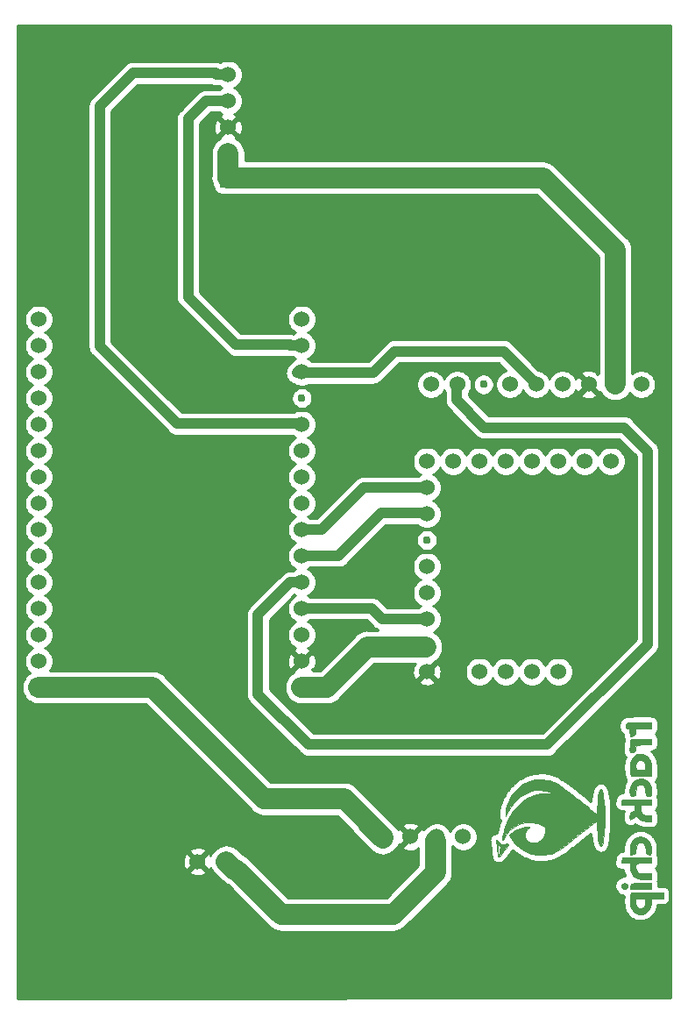
<source format=gbr>
G04 #@! TF.GenerationSoftware,KiCad,Pcbnew,(5.1.4)-1*
G04 #@! TF.CreationDate,2021-02-10T15:34:52+01:00*
G04 #@! TF.ProjectId,kicad_project,6b696361-645f-4707-926f-6a6563742e6b,rev?*
G04 #@! TF.SameCoordinates,Original*
G04 #@! TF.FileFunction,Copper,L2,Bot*
G04 #@! TF.FilePolarity,Positive*
%FSLAX46Y46*%
G04 Gerber Fmt 4.6, Leading zero omitted, Abs format (unit mm)*
G04 Created by KiCad (PCBNEW (5.1.4)-1) date 2021-02-10 15:34:52*
%MOMM*%
%LPD*%
G04 APERTURE LIST*
%ADD10C,0.010000*%
%ADD11C,1.524000*%
%ADD12C,0.770000*%
%ADD13R,1.524000X1.524000*%
%ADD14C,1.000000*%
%ADD15C,2.000000*%
%ADD16C,0.254000*%
G04 APERTURE END LIST*
D10*
G36*
X149014675Y-128777871D02*
G01*
X149039792Y-128978902D01*
X149069061Y-129253572D01*
X149096050Y-129541336D01*
X149122626Y-129795781D01*
X149152570Y-130002779D01*
X149179909Y-130121917D01*
X149182845Y-130128619D01*
X149241473Y-130121582D01*
X149366736Y-130003323D01*
X149557101Y-129775411D01*
X149666957Y-129633062D01*
X149895868Y-129331121D01*
X150051102Y-129120144D01*
X150136551Y-128985243D01*
X150156107Y-128911527D01*
X150113659Y-128884110D01*
X150013101Y-128888101D01*
X149858322Y-128908614D01*
X149856226Y-128908890D01*
X149644288Y-128930473D01*
X149502524Y-128915136D01*
X149375763Y-128847466D01*
X149236972Y-128735910D01*
X149105564Y-128624750D01*
X149105564Y-128839494D01*
X149266419Y-128994803D01*
X149355348Y-129088653D01*
X149394353Y-129175729D01*
X149389888Y-129300444D01*
X149348408Y-129507214D01*
X149343870Y-129527786D01*
X149303617Y-129740464D01*
X149285946Y-129899095D01*
X149290931Y-129957345D01*
X149274386Y-130006387D01*
X149254147Y-130009231D01*
X149208229Y-129950794D01*
X149186582Y-129808456D01*
X149186348Y-129791994D01*
X149178549Y-129597532D01*
X149159300Y-129344549D01*
X149145680Y-129207126D01*
X149105564Y-128839494D01*
X149105564Y-128624750D01*
X148976676Y-128515721D01*
X149014675Y-128777871D01*
X149014675Y-128777871D01*
G37*
X149014675Y-128777871D02*
X149039792Y-128978902D01*
X149069061Y-129253572D01*
X149096050Y-129541336D01*
X149122626Y-129795781D01*
X149152570Y-130002779D01*
X149179909Y-130121917D01*
X149182845Y-130128619D01*
X149241473Y-130121582D01*
X149366736Y-130003323D01*
X149557101Y-129775411D01*
X149666957Y-129633062D01*
X149895868Y-129331121D01*
X150051102Y-129120144D01*
X150136551Y-128985243D01*
X150156107Y-128911527D01*
X150113659Y-128884110D01*
X150013101Y-128888101D01*
X149858322Y-128908614D01*
X149856226Y-128908890D01*
X149644288Y-128930473D01*
X149502524Y-128915136D01*
X149375763Y-128847466D01*
X149236972Y-128735910D01*
X149105564Y-128624750D01*
X149105564Y-128839494D01*
X149266419Y-128994803D01*
X149355348Y-129088653D01*
X149394353Y-129175729D01*
X149389888Y-129300444D01*
X149348408Y-129507214D01*
X149343870Y-129527786D01*
X149303617Y-129740464D01*
X149285946Y-129899095D01*
X149290931Y-129957345D01*
X149274386Y-130006387D01*
X149254147Y-130009231D01*
X149208229Y-129950794D01*
X149186582Y-129808456D01*
X149186348Y-129791994D01*
X149178549Y-129597532D01*
X149159300Y-129344549D01*
X149145680Y-129207126D01*
X149105564Y-128839494D01*
X149105564Y-128624750D01*
X148976676Y-128515721D01*
X149014675Y-128777871D01*
G36*
X149587368Y-128500283D02*
G01*
X149627195Y-128477513D01*
X149711768Y-128362969D01*
X149851556Y-128148083D01*
X149916591Y-128045807D01*
X150282491Y-127581248D01*
X150716552Y-127224899D01*
X151208804Y-126979582D01*
X151749274Y-126848117D01*
X152327990Y-126833325D01*
X152934982Y-126938026D01*
X153348813Y-127074968D01*
X153547269Y-127161480D01*
X153657224Y-127242558D01*
X153712035Y-127350420D01*
X153733192Y-127446204D01*
X153733503Y-127774282D01*
X153634732Y-128115297D01*
X153458548Y-128411097D01*
X153221081Y-128629939D01*
X152949447Y-128757146D01*
X152664491Y-128799754D01*
X152387057Y-128764799D01*
X152137991Y-128659315D01*
X151938136Y-128490339D01*
X151808337Y-128264906D01*
X151769438Y-127990052D01*
X151788162Y-127847303D01*
X151851242Y-127638600D01*
X151931036Y-127487180D01*
X152009364Y-127423725D01*
X152035719Y-127429530D01*
X152105155Y-127408172D01*
X152166749Y-127352125D01*
X152201428Y-127299507D01*
X152174363Y-127272552D01*
X152065015Y-127267242D01*
X151852844Y-127279558D01*
X151811522Y-127282629D01*
X151305664Y-127379720D01*
X150833337Y-127583851D01*
X150463897Y-127849306D01*
X150248644Y-128043860D01*
X150427088Y-128341414D01*
X150796215Y-128837707D01*
X151252300Y-129257468D01*
X151774919Y-129592015D01*
X152343648Y-129832663D01*
X152938063Y-129970730D01*
X153537741Y-129997531D01*
X154110683Y-129907523D01*
X154327907Y-129841833D01*
X154540831Y-129759284D01*
X154762338Y-129651330D01*
X155005312Y-129509426D01*
X155282633Y-129325029D01*
X155607187Y-129089592D01*
X155991856Y-128794572D01*
X156449522Y-128431423D01*
X156965650Y-128013919D01*
X158680150Y-126618653D01*
X158727271Y-127328021D01*
X158776723Y-127934871D01*
X158836129Y-128420594D01*
X158904891Y-128782606D01*
X158982415Y-129018326D01*
X159068102Y-129125172D01*
X159140386Y-129117281D01*
X159213202Y-129003994D01*
X159278741Y-128775055D01*
X159335914Y-128448335D01*
X159383629Y-128041707D01*
X159420799Y-127573044D01*
X159446333Y-127060218D01*
X159459141Y-126521102D01*
X159458134Y-125973568D01*
X159442223Y-125435488D01*
X159410317Y-124924735D01*
X159401925Y-124827490D01*
X159349279Y-124372178D01*
X159284887Y-124020552D01*
X159211522Y-123777951D01*
X159131963Y-123649715D01*
X159048983Y-123641183D01*
X158965358Y-123757695D01*
X158915453Y-123891691D01*
X158879039Y-124058694D01*
X158838882Y-124324351D01*
X158799549Y-124653918D01*
X158765607Y-125012652D01*
X158761687Y-125061428D01*
X158734651Y-125393432D01*
X158710011Y-125673883D01*
X158690101Y-125877775D01*
X158677253Y-125980103D01*
X158675310Y-125987056D01*
X158624342Y-125954826D01*
X158493768Y-125856924D01*
X158304218Y-125709771D01*
X158076318Y-125529791D01*
X157830695Y-125333405D01*
X157587977Y-125137037D01*
X157368791Y-124957108D01*
X157193765Y-124810042D01*
X157156150Y-124777572D01*
X157086600Y-124720910D01*
X156933300Y-124598228D01*
X156714089Y-124423732D01*
X156446808Y-124211627D01*
X156203650Y-124019104D01*
X155604577Y-123569608D01*
X155055598Y-123207280D01*
X154565444Y-122937263D01*
X154142846Y-122764700D01*
X154012900Y-122728372D01*
X153409237Y-122650385D01*
X152797666Y-122696691D01*
X152197771Y-122861066D01*
X151629134Y-123137288D01*
X151111337Y-123519136D01*
X150908770Y-123714697D01*
X150615607Y-124064656D01*
X150350632Y-124461134D01*
X150137036Y-124864526D01*
X149998007Y-125235227D01*
X149982357Y-125296863D01*
X149939075Y-125514529D01*
X149902880Y-125749873D01*
X149877893Y-125966537D01*
X149868232Y-126128161D01*
X149878016Y-126198387D01*
X149880153Y-126198984D01*
X149924756Y-126143861D01*
X150009140Y-125998229D01*
X150116596Y-125791315D01*
X150138088Y-125747800D01*
X150354926Y-125385278D01*
X150649281Y-125003805D01*
X150988938Y-124637892D01*
X151341682Y-124322050D01*
X151675298Y-124090793D01*
X151695150Y-124079733D01*
X152191965Y-123862828D01*
X152716531Y-123732144D01*
X153239762Y-123690004D01*
X153732573Y-123738727D01*
X154165876Y-123880637D01*
X154169279Y-123882277D01*
X154475625Y-124030429D01*
X153984918Y-124004346D01*
X153305120Y-124031994D01*
X152656012Y-124183303D01*
X152045629Y-124450396D01*
X151482003Y-124825393D01*
X150973167Y-125300416D01*
X150527154Y-125867588D01*
X150151996Y-126519030D01*
X149855727Y-127246865D01*
X149646380Y-128043213D01*
X149600073Y-128304758D01*
X149581817Y-128439843D01*
X149587368Y-128500283D01*
X149587368Y-128500283D01*
G37*
X149587368Y-128500283D02*
X149627195Y-128477513D01*
X149711768Y-128362969D01*
X149851556Y-128148083D01*
X149916591Y-128045807D01*
X150282491Y-127581248D01*
X150716552Y-127224899D01*
X151208804Y-126979582D01*
X151749274Y-126848117D01*
X152327990Y-126833325D01*
X152934982Y-126938026D01*
X153348813Y-127074968D01*
X153547269Y-127161480D01*
X153657224Y-127242558D01*
X153712035Y-127350420D01*
X153733192Y-127446204D01*
X153733503Y-127774282D01*
X153634732Y-128115297D01*
X153458548Y-128411097D01*
X153221081Y-128629939D01*
X152949447Y-128757146D01*
X152664491Y-128799754D01*
X152387057Y-128764799D01*
X152137991Y-128659315D01*
X151938136Y-128490339D01*
X151808337Y-128264906D01*
X151769438Y-127990052D01*
X151788162Y-127847303D01*
X151851242Y-127638600D01*
X151931036Y-127487180D01*
X152009364Y-127423725D01*
X152035719Y-127429530D01*
X152105155Y-127408172D01*
X152166749Y-127352125D01*
X152201428Y-127299507D01*
X152174363Y-127272552D01*
X152065015Y-127267242D01*
X151852844Y-127279558D01*
X151811522Y-127282629D01*
X151305664Y-127379720D01*
X150833337Y-127583851D01*
X150463897Y-127849306D01*
X150248644Y-128043860D01*
X150427088Y-128341414D01*
X150796215Y-128837707D01*
X151252300Y-129257468D01*
X151774919Y-129592015D01*
X152343648Y-129832663D01*
X152938063Y-129970730D01*
X153537741Y-129997531D01*
X154110683Y-129907523D01*
X154327907Y-129841833D01*
X154540831Y-129759284D01*
X154762338Y-129651330D01*
X155005312Y-129509426D01*
X155282633Y-129325029D01*
X155607187Y-129089592D01*
X155991856Y-128794572D01*
X156449522Y-128431423D01*
X156965650Y-128013919D01*
X158680150Y-126618653D01*
X158727271Y-127328021D01*
X158776723Y-127934871D01*
X158836129Y-128420594D01*
X158904891Y-128782606D01*
X158982415Y-129018326D01*
X159068102Y-129125172D01*
X159140386Y-129117281D01*
X159213202Y-129003994D01*
X159278741Y-128775055D01*
X159335914Y-128448335D01*
X159383629Y-128041707D01*
X159420799Y-127573044D01*
X159446333Y-127060218D01*
X159459141Y-126521102D01*
X159458134Y-125973568D01*
X159442223Y-125435488D01*
X159410317Y-124924735D01*
X159401925Y-124827490D01*
X159349279Y-124372178D01*
X159284887Y-124020552D01*
X159211522Y-123777951D01*
X159131963Y-123649715D01*
X159048983Y-123641183D01*
X158965358Y-123757695D01*
X158915453Y-123891691D01*
X158879039Y-124058694D01*
X158838882Y-124324351D01*
X158799549Y-124653918D01*
X158765607Y-125012652D01*
X158761687Y-125061428D01*
X158734651Y-125393432D01*
X158710011Y-125673883D01*
X158690101Y-125877775D01*
X158677253Y-125980103D01*
X158675310Y-125987056D01*
X158624342Y-125954826D01*
X158493768Y-125856924D01*
X158304218Y-125709771D01*
X158076318Y-125529791D01*
X157830695Y-125333405D01*
X157587977Y-125137037D01*
X157368791Y-124957108D01*
X157193765Y-124810042D01*
X157156150Y-124777572D01*
X157086600Y-124720910D01*
X156933300Y-124598228D01*
X156714089Y-124423732D01*
X156446808Y-124211627D01*
X156203650Y-124019104D01*
X155604577Y-123569608D01*
X155055598Y-123207280D01*
X154565444Y-122937263D01*
X154142846Y-122764700D01*
X154012900Y-122728372D01*
X153409237Y-122650385D01*
X152797666Y-122696691D01*
X152197771Y-122861066D01*
X151629134Y-123137288D01*
X151111337Y-123519136D01*
X150908770Y-123714697D01*
X150615607Y-124064656D01*
X150350632Y-124461134D01*
X150137036Y-124864526D01*
X149998007Y-125235227D01*
X149982357Y-125296863D01*
X149939075Y-125514529D01*
X149902880Y-125749873D01*
X149877893Y-125966537D01*
X149868232Y-126128161D01*
X149878016Y-126198387D01*
X149880153Y-126198984D01*
X149924756Y-126143861D01*
X150009140Y-125998229D01*
X150116596Y-125791315D01*
X150138088Y-125747800D01*
X150354926Y-125385278D01*
X150649281Y-125003805D01*
X150988938Y-124637892D01*
X151341682Y-124322050D01*
X151675298Y-124090793D01*
X151695150Y-124079733D01*
X152191965Y-123862828D01*
X152716531Y-123732144D01*
X153239762Y-123690004D01*
X153732573Y-123738727D01*
X154165876Y-123880637D01*
X154169279Y-123882277D01*
X154475625Y-124030429D01*
X153984918Y-124004346D01*
X153305120Y-124031994D01*
X152656012Y-124183303D01*
X152045629Y-124450396D01*
X151482003Y-124825393D01*
X150973167Y-125300416D01*
X150527154Y-125867588D01*
X150151996Y-126519030D01*
X149855727Y-127246865D01*
X149646380Y-128043213D01*
X149600073Y-128304758D01*
X149581817Y-128439843D01*
X149587368Y-128500283D01*
G36*
X161177525Y-133173871D02*
G01*
X161351649Y-133274939D01*
X161518837Y-133243463D01*
X161596614Y-133179457D01*
X161687933Y-133009282D01*
X161658202Y-132838296D01*
X161537650Y-132710190D01*
X161413367Y-132639466D01*
X161315646Y-132650905D01*
X161220150Y-132710190D01*
X161087796Y-132858212D01*
X161077860Y-133023507D01*
X161177525Y-133173871D01*
X161177525Y-133173871D01*
G37*
X161177525Y-133173871D02*
X161351649Y-133274939D01*
X161518837Y-133243463D01*
X161596614Y-133179457D01*
X161687933Y-133009282D01*
X161658202Y-132838296D01*
X161537650Y-132710190D01*
X161413367Y-132639466D01*
X161315646Y-132650905D01*
X161220150Y-132710190D01*
X161087796Y-132858212D01*
X161077860Y-133023507D01*
X161177525Y-133173871D01*
G36*
X163982400Y-133217652D02*
G01*
X163982400Y-132682915D01*
X163004943Y-132682915D01*
X162617236Y-132683961D01*
X162338536Y-132691340D01*
X162150851Y-132711420D01*
X162036187Y-132750567D01*
X161976553Y-132815145D01*
X161953955Y-132911521D01*
X161950400Y-133046061D01*
X161950400Y-133217652D01*
X163982400Y-133217652D01*
X163982400Y-133217652D01*
G37*
X163982400Y-133217652D02*
X163982400Y-132682915D01*
X163004943Y-132682915D01*
X162617236Y-132683961D01*
X162338536Y-132691340D01*
X162150851Y-132711420D01*
X162036187Y-132750567D01*
X161976553Y-132815145D01*
X161953955Y-132911521D01*
X161950400Y-133046061D01*
X161950400Y-133217652D01*
X163982400Y-133217652D01*
G36*
X161951900Y-130744494D02*
G01*
X161913396Y-130997960D01*
X161912069Y-131339787D01*
X161999402Y-131669053D01*
X162161282Y-131936015D01*
X162187512Y-131964001D01*
X162408732Y-132145224D01*
X162663978Y-132263615D01*
X162982445Y-132328370D01*
X163393334Y-132348686D01*
X163408860Y-132348705D01*
X163982400Y-132348705D01*
X163982400Y-131747126D01*
X163358468Y-131747126D01*
X163066776Y-131744460D01*
X162872923Y-131732521D01*
X162747790Y-131705397D01*
X162662258Y-131657176D01*
X162596468Y-131592423D01*
X162504338Y-131421435D01*
X162459516Y-131201049D01*
X162466403Y-130985858D01*
X162529398Y-130830456D01*
X162534600Y-130824705D01*
X162643795Y-130782693D01*
X162873991Y-130755866D01*
X163219950Y-130744777D01*
X163296600Y-130744494D01*
X163982400Y-130744494D01*
X163982400Y-130209758D01*
X162589147Y-130209758D01*
X162181808Y-130211943D01*
X161818889Y-130218061D01*
X161519030Y-130227454D01*
X161300868Y-130239465D01*
X161183042Y-130253437D01*
X161167864Y-130259889D01*
X161136193Y-130354957D01*
X161097691Y-130516953D01*
X161095572Y-130527258D01*
X161051309Y-130744494D01*
X161951900Y-130744494D01*
X161951900Y-130744494D01*
G37*
X161951900Y-130744494D02*
X161913396Y-130997960D01*
X161912069Y-131339787D01*
X161999402Y-131669053D01*
X162161282Y-131936015D01*
X162187512Y-131964001D01*
X162408732Y-132145224D01*
X162663978Y-132263615D01*
X162982445Y-132328370D01*
X163393334Y-132348686D01*
X163408860Y-132348705D01*
X163982400Y-132348705D01*
X163982400Y-131747126D01*
X163358468Y-131747126D01*
X163066776Y-131744460D01*
X162872923Y-131732521D01*
X162747790Y-131705397D01*
X162662258Y-131657176D01*
X162596468Y-131592423D01*
X162504338Y-131421435D01*
X162459516Y-131201049D01*
X162466403Y-130985858D01*
X162529398Y-130830456D01*
X162534600Y-130824705D01*
X162643795Y-130782693D01*
X162873991Y-130755866D01*
X163219950Y-130744777D01*
X163296600Y-130744494D01*
X163982400Y-130744494D01*
X163982400Y-130209758D01*
X162589147Y-130209758D01*
X162181808Y-130211943D01*
X161818889Y-130218061D01*
X161519030Y-130227454D01*
X161300868Y-130239465D01*
X161183042Y-130253437D01*
X161167864Y-130259889D01*
X161136193Y-130354957D01*
X161097691Y-130516953D01*
X161095572Y-130527258D01*
X161051309Y-130744494D01*
X161951900Y-130744494D01*
G36*
X161914359Y-129717665D02*
G01*
X161947001Y-129877377D01*
X161969847Y-129918299D01*
X162045230Y-129924555D01*
X162190228Y-129898179D01*
X162213311Y-129892148D01*
X162341285Y-129847888D01*
X162406936Y-129778375D01*
X162434750Y-129642391D01*
X162443867Y-129503996D01*
X162484689Y-129182978D01*
X162574723Y-128966366D01*
X162724887Y-128831101D01*
X162773967Y-128806916D01*
X162961039Y-128766476D01*
X163107751Y-128809891D01*
X163270213Y-128933294D01*
X163370704Y-129130611D01*
X163420367Y-129426190D01*
X163425432Y-129503996D01*
X163441977Y-129703039D01*
X163480931Y-129809637D01*
X163566779Y-129865006D01*
X163655988Y-129892148D01*
X163808234Y-129921255D01*
X163899893Y-129916288D01*
X163904770Y-129912701D01*
X163939037Y-129809151D01*
X163956447Y-129619242D01*
X163957156Y-129389094D01*
X163941317Y-129164828D01*
X163909085Y-128992563D01*
X163901614Y-128970793D01*
X163717859Y-128634181D01*
X163471711Y-128388328D01*
X163184031Y-128242338D01*
X162875680Y-128205315D01*
X162567517Y-128286360D01*
X162464540Y-128343677D01*
X162200031Y-128558421D01*
X162029122Y-128819477D01*
X161946592Y-129057007D01*
X161912874Y-129260058D01*
X161902556Y-129496085D01*
X161914359Y-129717665D01*
X161914359Y-129717665D01*
G37*
X161914359Y-129717665D02*
X161947001Y-129877377D01*
X161969847Y-129918299D01*
X162045230Y-129924555D01*
X162190228Y-129898179D01*
X162213311Y-129892148D01*
X162341285Y-129847888D01*
X162406936Y-129778375D01*
X162434750Y-129642391D01*
X162443867Y-129503996D01*
X162484689Y-129182978D01*
X162574723Y-128966366D01*
X162724887Y-128831101D01*
X162773967Y-128806916D01*
X162961039Y-128766476D01*
X163107751Y-128809891D01*
X163270213Y-128933294D01*
X163370704Y-129130611D01*
X163420367Y-129426190D01*
X163425432Y-129503996D01*
X163441977Y-129703039D01*
X163480931Y-129809637D01*
X163566779Y-129865006D01*
X163655988Y-129892148D01*
X163808234Y-129921255D01*
X163899893Y-129916288D01*
X163904770Y-129912701D01*
X163939037Y-129809151D01*
X163956447Y-129619242D01*
X163957156Y-129389094D01*
X163941317Y-129164828D01*
X163909085Y-128992563D01*
X163901614Y-128970793D01*
X163717859Y-128634181D01*
X163471711Y-128388328D01*
X163184031Y-128242338D01*
X162875680Y-128205315D01*
X162567517Y-128286360D01*
X162464540Y-128343677D01*
X162200031Y-128558421D01*
X162029122Y-128819477D01*
X161946592Y-129057007D01*
X161912874Y-129260058D01*
X161902556Y-129496085D01*
X161914359Y-129717665D01*
G36*
X161121456Y-125089405D02*
G01*
X161258093Y-125119248D01*
X161492933Y-125128937D01*
X161696400Y-125129758D01*
X162331400Y-125129758D01*
X162331400Y-125420021D01*
X162320273Y-125611047D01*
X162266999Y-125724909D01*
X162141735Y-125817502D01*
X162109150Y-125836274D01*
X161973813Y-125924734D01*
X161908572Y-126021282D01*
X161888176Y-126176741D01*
X161886900Y-126283625D01*
X161890385Y-126474164D01*
X161911143Y-126557275D01*
X161964623Y-126559203D01*
X162029775Y-126526316D01*
X162189612Y-126428185D01*
X162338910Y-126325156D01*
X162458560Y-126246368D01*
X162533516Y-126250218D01*
X162621671Y-126340539D01*
X162624660Y-126344074D01*
X162860908Y-126535901D01*
X163179465Y-126669612D01*
X163542488Y-126730397D01*
X163617275Y-126732500D01*
X163982400Y-126733968D01*
X163982400Y-126132389D01*
X163601400Y-126132389D01*
X163356381Y-126120296D01*
X163198264Y-126077320D01*
X163095015Y-126000405D01*
X162948996Y-125754546D01*
X162907606Y-125440641D01*
X162913816Y-125355071D01*
X162934650Y-125163179D01*
X163982400Y-125124351D01*
X163982400Y-124595021D01*
X161185256Y-124595021D01*
X161123328Y-124766477D01*
X161071818Y-124924269D01*
X161065279Y-125028162D01*
X161121456Y-125089405D01*
X161121456Y-125089405D01*
G37*
X161121456Y-125089405D02*
X161258093Y-125119248D01*
X161492933Y-125128937D01*
X161696400Y-125129758D01*
X162331400Y-125129758D01*
X162331400Y-125420021D01*
X162320273Y-125611047D01*
X162266999Y-125724909D01*
X162141735Y-125817502D01*
X162109150Y-125836274D01*
X161973813Y-125924734D01*
X161908572Y-126021282D01*
X161888176Y-126176741D01*
X161886900Y-126283625D01*
X161890385Y-126474164D01*
X161911143Y-126557275D01*
X161964623Y-126559203D01*
X162029775Y-126526316D01*
X162189612Y-126428185D01*
X162338910Y-126325156D01*
X162458560Y-126246368D01*
X162533516Y-126250218D01*
X162621671Y-126340539D01*
X162624660Y-126344074D01*
X162860908Y-126535901D01*
X163179465Y-126669612D01*
X163542488Y-126730397D01*
X163617275Y-126732500D01*
X163982400Y-126733968D01*
X163982400Y-126132389D01*
X163601400Y-126132389D01*
X163356381Y-126120296D01*
X163198264Y-126077320D01*
X163095015Y-126000405D01*
X162948996Y-125754546D01*
X162907606Y-125440641D01*
X162913816Y-125355071D01*
X162934650Y-125163179D01*
X163982400Y-125124351D01*
X163982400Y-124595021D01*
X161185256Y-124595021D01*
X161123328Y-124766477D01*
X161071818Y-124924269D01*
X161065279Y-125028162D01*
X161121456Y-125089405D01*
G36*
X161899869Y-124088773D02*
G01*
X161943287Y-124241009D01*
X162032109Y-124300167D01*
X162180318Y-124285919D01*
X162210788Y-124278057D01*
X162336071Y-124235156D01*
X162405378Y-124168108D01*
X162441823Y-124038310D01*
X162463619Y-123855795D01*
X162500338Y-123573929D01*
X162550540Y-123392757D01*
X162628962Y-123279297D01*
X162750343Y-123200566D01*
X162758064Y-123196825D01*
X162935722Y-123151125D01*
X163099258Y-123193891D01*
X163228059Y-123268503D01*
X163311627Y-123377438D01*
X163364877Y-123552913D01*
X163402720Y-123827139D01*
X163405680Y-123855795D01*
X163432406Y-124066771D01*
X163472856Y-124183031D01*
X163550143Y-124243179D01*
X163658511Y-124278057D01*
X163817629Y-124302322D01*
X163915101Y-124256358D01*
X163964909Y-124120497D01*
X163981037Y-123875066D01*
X163981427Y-123823789D01*
X163922418Y-123407360D01*
X163839525Y-123189329D01*
X163632074Y-122874681D01*
X163365328Y-122677398D01*
X163033269Y-122593494D01*
X162934650Y-122589758D01*
X162589243Y-122650348D01*
X162298455Y-122821572D01*
X162075707Y-123087611D01*
X161934417Y-123432643D01*
X161887872Y-123823789D01*
X161899869Y-124088773D01*
X161899869Y-124088773D01*
G37*
X161899869Y-124088773D02*
X161943287Y-124241009D01*
X162032109Y-124300167D01*
X162180318Y-124285919D01*
X162210788Y-124278057D01*
X162336071Y-124235156D01*
X162405378Y-124168108D01*
X162441823Y-124038310D01*
X162463619Y-123855795D01*
X162500338Y-123573929D01*
X162550540Y-123392757D01*
X162628962Y-123279297D01*
X162750343Y-123200566D01*
X162758064Y-123196825D01*
X162935722Y-123151125D01*
X163099258Y-123193891D01*
X163228059Y-123268503D01*
X163311627Y-123377438D01*
X163364877Y-123552913D01*
X163402720Y-123827139D01*
X163405680Y-123855795D01*
X163432406Y-124066771D01*
X163472856Y-124183031D01*
X163550143Y-124243179D01*
X163658511Y-124278057D01*
X163817629Y-124302322D01*
X163915101Y-124256358D01*
X163964909Y-124120497D01*
X163981037Y-123875066D01*
X163981427Y-123823789D01*
X163922418Y-123407360D01*
X163839525Y-123189329D01*
X163632074Y-122874681D01*
X163365328Y-122677398D01*
X163033269Y-122593494D01*
X162934650Y-122589758D01*
X162589243Y-122650348D01*
X162298455Y-122821572D01*
X162075707Y-123087611D01*
X161934417Y-123432643D01*
X161887872Y-123823789D01*
X161899869Y-124088773D01*
G36*
X161943545Y-121961747D02*
G01*
X161957938Y-122025422D01*
X162028976Y-122322389D01*
X163982400Y-122322389D01*
X163982400Y-121697902D01*
X163977081Y-121375391D01*
X163956786Y-121145505D01*
X163915003Y-120967480D01*
X163845223Y-120800555D01*
X163836176Y-120782348D01*
X163628484Y-120495346D01*
X163353551Y-120297624D01*
X163039915Y-120201425D01*
X163025672Y-120202197D01*
X163025672Y-120791547D01*
X163217307Y-120891832D01*
X163279291Y-120961140D01*
X163381290Y-121180284D01*
X163406408Y-121427122D01*
X163350600Y-121644164D01*
X163329752Y-121678392D01*
X163254331Y-121745811D01*
X163127867Y-121776300D01*
X162916097Y-121777028D01*
X162869377Y-121774720D01*
X162490150Y-121754231D01*
X162470819Y-121437331D01*
X162470884Y-121220367D01*
X162515731Y-121074551D01*
X162610807Y-120952726D01*
X162814661Y-120811734D01*
X163025672Y-120791547D01*
X163025672Y-120202197D01*
X162716115Y-120218991D01*
X162605408Y-120254384D01*
X162300105Y-120442136D01*
X162075620Y-120722194D01*
X161937601Y-121079112D01*
X161891694Y-121497445D01*
X161943545Y-121961747D01*
X161943545Y-121961747D01*
G37*
X161943545Y-121961747D02*
X161957938Y-122025422D01*
X162028976Y-122322389D01*
X163982400Y-122322389D01*
X163982400Y-121697902D01*
X163977081Y-121375391D01*
X163956786Y-121145505D01*
X163915003Y-120967480D01*
X163845223Y-120800555D01*
X163836176Y-120782348D01*
X163628484Y-120495346D01*
X163353551Y-120297624D01*
X163039915Y-120201425D01*
X163025672Y-120202197D01*
X163025672Y-120791547D01*
X163217307Y-120891832D01*
X163279291Y-120961140D01*
X163381290Y-121180284D01*
X163406408Y-121427122D01*
X163350600Y-121644164D01*
X163329752Y-121678392D01*
X163254331Y-121745811D01*
X163127867Y-121776300D01*
X162916097Y-121777028D01*
X162869377Y-121774720D01*
X162490150Y-121754231D01*
X162470819Y-121437331D01*
X162470884Y-121220367D01*
X162515731Y-121074551D01*
X162610807Y-120952726D01*
X162814661Y-120811734D01*
X163025672Y-120791547D01*
X163025672Y-120202197D01*
X162716115Y-120218991D01*
X162605408Y-120254384D01*
X162300105Y-120442136D01*
X162075620Y-120722194D01*
X161937601Y-121079112D01*
X161891694Y-121497445D01*
X161943545Y-121961747D01*
G36*
X161893999Y-119962170D02*
G01*
X161919114Y-120061333D01*
X161920040Y-120062361D01*
X161996414Y-120068626D01*
X162146735Y-120041765D01*
X162202814Y-120027108D01*
X162356750Y-119975049D01*
X162432667Y-119903335D01*
X162462813Y-119766962D01*
X162471299Y-119652442D01*
X162490150Y-119347915D01*
X163236275Y-119329084D01*
X163982400Y-119310252D01*
X163982400Y-118779758D01*
X162028976Y-118779758D01*
X161957938Y-119076725D01*
X161920451Y-119289298D01*
X161896246Y-119535099D01*
X161886903Y-119773075D01*
X161893999Y-119962170D01*
X161893999Y-119962170D01*
G37*
X161893999Y-119962170D02*
X161919114Y-120061333D01*
X161920040Y-120062361D01*
X161996414Y-120068626D01*
X162146735Y-120041765D01*
X162202814Y-120027108D01*
X162356750Y-119975049D01*
X162432667Y-119903335D01*
X162462813Y-119766962D01*
X162471299Y-119652442D01*
X162490150Y-119347915D01*
X163236275Y-119329084D01*
X163982400Y-119310252D01*
X163982400Y-118779758D01*
X162028976Y-118779758D01*
X161957938Y-119076725D01*
X161920451Y-119289298D01*
X161896246Y-119535099D01*
X161886903Y-119773075D01*
X161893999Y-119962170D01*
G36*
X161525957Y-117709213D02*
G01*
X161623327Y-117770837D01*
X161696400Y-117777126D01*
X161805305Y-117783299D01*
X161861990Y-117823755D01*
X161883504Y-117931399D01*
X161886899Y-118139136D01*
X161886900Y-118144758D01*
X161893521Y-118346127D01*
X161910600Y-118479660D01*
X161927157Y-118512389D01*
X162008464Y-118494785D01*
X162161391Y-118450940D01*
X162212907Y-118434967D01*
X162366366Y-118377483D01*
X162437293Y-118302832D01*
X162457441Y-118163465D01*
X162458400Y-118067335D01*
X162458400Y-117777126D01*
X163982400Y-117777126D01*
X163982400Y-117175547D01*
X162783306Y-117175547D01*
X162365888Y-117175962D01*
X162058052Y-117178620D01*
X161842383Y-117185636D01*
X161701462Y-117199128D01*
X161617872Y-117221213D01*
X161574196Y-117254008D01*
X161553018Y-117299629D01*
X161545923Y-117325942D01*
X161502177Y-117566978D01*
X161525957Y-117709213D01*
X161525957Y-117709213D01*
G37*
X161525957Y-117709213D02*
X161623327Y-117770837D01*
X161696400Y-117777126D01*
X161805305Y-117783299D01*
X161861990Y-117823755D01*
X161883504Y-117931399D01*
X161886899Y-118139136D01*
X161886900Y-118144758D01*
X161893521Y-118346127D01*
X161910600Y-118479660D01*
X161927157Y-118512389D01*
X162008464Y-118494785D01*
X162161391Y-118450940D01*
X162212907Y-118434967D01*
X162366366Y-118377483D01*
X162437293Y-118302832D01*
X162457441Y-118163465D01*
X162458400Y-118067335D01*
X162458400Y-117777126D01*
X163982400Y-117777126D01*
X163982400Y-117175547D01*
X162783306Y-117175547D01*
X162365888Y-117175962D01*
X162058052Y-117178620D01*
X161842383Y-117185636D01*
X161701462Y-117199128D01*
X161617872Y-117221213D01*
X161574196Y-117254008D01*
X161553018Y-117299629D01*
X161545923Y-117325942D01*
X161502177Y-117566978D01*
X161525957Y-117709213D01*
G36*
X161945029Y-134833107D02*
G01*
X162061668Y-135177887D01*
X162247594Y-135443866D01*
X162435748Y-135581653D01*
X162738910Y-135675822D01*
X163064549Y-135683198D01*
X163363019Y-135605764D01*
X163480884Y-135539876D01*
X163726697Y-135293318D01*
X163893522Y-134972091D01*
X163962583Y-134618260D01*
X163958013Y-134470942D01*
X163924883Y-134153442D01*
X165125400Y-134153442D01*
X165125400Y-133618705D01*
X162458400Y-133618705D01*
X162458400Y-134153442D01*
X162897608Y-134153442D01*
X163147410Y-134159018D01*
X163296766Y-134191266D01*
X163372189Y-134273470D01*
X163400192Y-134428910D01*
X163405886Y-134599775D01*
X163390919Y-134806006D01*
X163320903Y-134943511D01*
X163243586Y-135017538D01*
X163020345Y-135138100D01*
X162805591Y-135125968D01*
X162614263Y-134992006D01*
X162512966Y-134852386D01*
X162466991Y-134680047D01*
X162458400Y-134490691D01*
X162458400Y-134153442D01*
X162458400Y-133618705D01*
X162022904Y-133618705D01*
X161947912Y-133998947D01*
X161904753Y-134432477D01*
X161945029Y-134833107D01*
X161945029Y-134833107D01*
G37*
X161945029Y-134833107D02*
X162061668Y-135177887D01*
X162247594Y-135443866D01*
X162435748Y-135581653D01*
X162738910Y-135675822D01*
X163064549Y-135683198D01*
X163363019Y-135605764D01*
X163480884Y-135539876D01*
X163726697Y-135293318D01*
X163893522Y-134972091D01*
X163962583Y-134618260D01*
X163958013Y-134470942D01*
X163924883Y-134153442D01*
X165125400Y-134153442D01*
X165125400Y-133618705D01*
X162458400Y-133618705D01*
X162458400Y-134153442D01*
X162897608Y-134153442D01*
X163147410Y-134159018D01*
X163296766Y-134191266D01*
X163372189Y-134273470D01*
X163400192Y-134428910D01*
X163405886Y-134599775D01*
X163390919Y-134806006D01*
X163320903Y-134943511D01*
X163243586Y-135017538D01*
X163020345Y-135138100D01*
X162805591Y-135125968D01*
X162614263Y-134992006D01*
X162512966Y-134852386D01*
X162466991Y-134680047D01*
X162458400Y-134490691D01*
X162458400Y-134153442D01*
X162458400Y-133618705D01*
X162022904Y-133618705D01*
X161947912Y-133998947D01*
X161904753Y-134432477D01*
X161945029Y-134833107D01*
D11*
X122936000Y-130606800D03*
X120142000Y-130606800D03*
X138176000Y-128219200D03*
X140716000Y-128219200D03*
X143256000Y-128219200D03*
X145796000Y-128219200D03*
X163017200Y-84531200D03*
X160477200Y-84531200D03*
X157937200Y-84531200D03*
X155397200Y-84531200D03*
X152857200Y-84531200D03*
X150317200Y-84531200D03*
D12*
X147777200Y-84531200D03*
D11*
X145237200Y-84531200D03*
X142697200Y-84531200D03*
X104800400Y-78232000D03*
X104800400Y-80772000D03*
X104800400Y-83312000D03*
X104800400Y-85852000D03*
X104800400Y-88392000D03*
X104800400Y-90932000D03*
X104800400Y-93472000D03*
X104800400Y-96012000D03*
X104800400Y-98552000D03*
X104800400Y-101092000D03*
X104800400Y-103632000D03*
X104800400Y-106172000D03*
X104800400Y-108712000D03*
D13*
X104800400Y-113792000D03*
D11*
X130200400Y-113792000D03*
X130200400Y-111252000D03*
X130200400Y-108712000D03*
X130200400Y-106172000D03*
X130200400Y-103632000D03*
X130200400Y-101092000D03*
X130200400Y-98552000D03*
X130200400Y-96012000D03*
X130200400Y-93472000D03*
X130200400Y-90932000D03*
X130200400Y-88392000D03*
D12*
X130200400Y-85852000D03*
D11*
X130200400Y-83312000D03*
X104800400Y-111252000D03*
X130200400Y-80772000D03*
X130200400Y-78232000D03*
D13*
X123088400Y-64770000D03*
D11*
X123088400Y-62230000D03*
X123088400Y-59690000D03*
X123088400Y-57150000D03*
X123088400Y-54610000D03*
X142290800Y-94488000D03*
X142290800Y-97028000D03*
D12*
X142290800Y-99568000D03*
D11*
X142290800Y-102108000D03*
X142290800Y-104648000D03*
X142290800Y-107188000D03*
X142290800Y-109728000D03*
X142290800Y-112268000D03*
X147370800Y-112268000D03*
X149910800Y-112268000D03*
X152450800Y-112268000D03*
X154990800Y-112268000D03*
X160070800Y-91948000D03*
X157530800Y-91948000D03*
X154990800Y-91948000D03*
X152450800Y-91948000D03*
X149910800Y-91948000D03*
X147370800Y-91948000D03*
X144830800Y-91948000D03*
X142290800Y-91948000D03*
D14*
X151395199Y-83069199D02*
X151395199Y-83018399D01*
X152857200Y-84531200D02*
X151395199Y-83069199D01*
X151395199Y-83018399D02*
X149707600Y-81330800D01*
X149707600Y-81330800D02*
X139192000Y-81330800D01*
X139192000Y-81330800D02*
X137109200Y-83413600D01*
X137109200Y-83413600D02*
X129743200Y-83413600D01*
D15*
X123088400Y-62230000D02*
X123088400Y-64516000D01*
X123088400Y-64516000D02*
X123037600Y-64566800D01*
X123037600Y-64566800D02*
X133959600Y-64566800D01*
X133959600Y-64566800D02*
X153517600Y-64566800D01*
X153517600Y-64566800D02*
X160477200Y-71526400D01*
X160477200Y-71526400D02*
X160477200Y-84480400D01*
X123697999Y-131368799D02*
X123850399Y-131368799D01*
X122936000Y-130606800D02*
X123697999Y-131368799D01*
X123850399Y-131368799D02*
X128219200Y-135737600D01*
X128219200Y-135737600D02*
X139039600Y-135737600D01*
X139039600Y-135737600D02*
X143103600Y-131673600D01*
X143103600Y-131673600D02*
X143103600Y-128625600D01*
D14*
X130200400Y-101092000D02*
X133756400Y-101092000D01*
X133756400Y-101092000D02*
X137871200Y-96977200D01*
X137871200Y-96977200D02*
X142290800Y-96977200D01*
X130200400Y-98552000D02*
X132130800Y-98552000D01*
X132130800Y-98552000D02*
X136194800Y-94488000D01*
X136194800Y-94488000D02*
X142189200Y-94488000D01*
X122010770Y-54610000D02*
X121858370Y-54457600D01*
X123088400Y-54610000D02*
X122010770Y-54610000D01*
X113893600Y-54457600D02*
X121858370Y-54457600D01*
X110693200Y-57658000D02*
X113893600Y-54457600D01*
X110693200Y-80873600D02*
X110693200Y-57658000D01*
X130251200Y-88341200D02*
X118160800Y-88341200D01*
X118160800Y-88341200D02*
X110693200Y-80873600D01*
X123088400Y-57150000D02*
X120954800Y-57150000D01*
X120954800Y-57150000D02*
X119227600Y-58877200D01*
X119227600Y-58877200D02*
X119227600Y-76098400D01*
X129122770Y-80772000D02*
X129071970Y-80721200D01*
X130200400Y-80772000D02*
X129122770Y-80772000D01*
X123850400Y-80721200D02*
X119227600Y-76098400D01*
X129071970Y-80721200D02*
X123850400Y-80721200D01*
X130200400Y-103632000D02*
X129122770Y-103632000D01*
X129122770Y-103632000D02*
X125984000Y-106770770D01*
X145186400Y-86055200D02*
X145186400Y-84531200D01*
X147828000Y-88696800D02*
X145186400Y-86055200D01*
X125984000Y-106770770D02*
X125984000Y-114452400D01*
X125984000Y-114452400D02*
X130860800Y-119329200D01*
X130860800Y-119329200D02*
X153924000Y-119329200D01*
X153924000Y-119329200D02*
X163626800Y-109626400D01*
X163626800Y-109626400D02*
X163626800Y-90982800D01*
X161340800Y-88696800D02*
X147828000Y-88696800D01*
X163626800Y-90982800D02*
X161340800Y-88696800D01*
D15*
X130200400Y-113792000D02*
X132638800Y-113792000D01*
X132638800Y-113792000D02*
X136550400Y-109880400D01*
X136550400Y-109880400D02*
X142189200Y-109880400D01*
D14*
X130200400Y-106172000D02*
X131278030Y-106172000D01*
X131278030Y-106172000D02*
X136956800Y-106172000D01*
X136956800Y-106172000D02*
X137972800Y-107188000D01*
X137972800Y-107188000D02*
X142189200Y-107188000D01*
D15*
X104800400Y-113792000D02*
X110083600Y-113792000D01*
X136652000Y-127000000D02*
X138023600Y-128371600D01*
X110083600Y-113792000D02*
X115773200Y-113792000D01*
X115773200Y-113792000D02*
X126542800Y-124561600D01*
X126542800Y-124561600D02*
X134315200Y-124561600D01*
X134315200Y-124561600D02*
X138023600Y-128270000D01*
D16*
G36*
X165862049Y-143764921D02*
G01*
X102768000Y-143814680D01*
X102768000Y-131572365D01*
X119356040Y-131572365D01*
X119423020Y-131812456D01*
X119672048Y-131929556D01*
X119939135Y-131995823D01*
X120214017Y-132008710D01*
X120486133Y-131967722D01*
X120745023Y-131874436D01*
X120860980Y-131812456D01*
X120927960Y-131572365D01*
X120142000Y-130786405D01*
X119356040Y-131572365D01*
X102768000Y-131572365D01*
X102768000Y-130678817D01*
X118740090Y-130678817D01*
X118781078Y-130950933D01*
X118874364Y-131209823D01*
X118936344Y-131325780D01*
X119176435Y-131392760D01*
X119962395Y-130606800D01*
X120321605Y-130606800D01*
X121107565Y-131392760D01*
X121347656Y-131325780D01*
X121407150Y-131199258D01*
X121418148Y-131235514D01*
X121569970Y-131519552D01*
X121723085Y-131706123D01*
X122485074Y-132468112D01*
X122536285Y-132530513D01*
X122785247Y-132734830D01*
X123040774Y-132871412D01*
X127006284Y-136836924D01*
X127057486Y-136899314D01*
X127306448Y-137103631D01*
X127590485Y-137255452D01*
X127898683Y-137348943D01*
X128219200Y-137380511D01*
X128299522Y-137372600D01*
X138959281Y-137372600D01*
X139039600Y-137380511D01*
X139119919Y-137372600D01*
X139119922Y-137372600D01*
X139360116Y-137348943D01*
X139668315Y-137255452D01*
X139952352Y-137103631D01*
X140201314Y-136899314D01*
X140252525Y-136836913D01*
X144202920Y-132886519D01*
X144265314Y-132835314D01*
X144469631Y-132586352D01*
X144621452Y-132302315D01*
X144714943Y-131994116D01*
X144738600Y-131753922D01*
X144738600Y-131753920D01*
X144746511Y-131673600D01*
X144738600Y-131593281D01*
X144738600Y-129137455D01*
X144905465Y-129304320D01*
X145134273Y-129457205D01*
X145388510Y-129562514D01*
X145658408Y-129616200D01*
X145933592Y-129616200D01*
X146203490Y-129562514D01*
X146457727Y-129457205D01*
X146686535Y-129304320D01*
X146881120Y-129109735D01*
X147034005Y-128880927D01*
X147139314Y-128626690D01*
X147169718Y-128473837D01*
X148338049Y-128473837D01*
X148339475Y-128518040D01*
X148338371Y-128562275D01*
X148341484Y-128580351D01*
X148342075Y-128598678D01*
X148343295Y-128607530D01*
X148380399Y-128863503D01*
X148404007Y-129052461D01*
X148432232Y-129317337D01*
X148458846Y-129601099D01*
X148458870Y-129601222D01*
X148459513Y-129607820D01*
X148486089Y-129862265D01*
X148487738Y-129870325D01*
X148488001Y-129878556D01*
X148489219Y-129887409D01*
X148519163Y-130094407D01*
X148524370Y-130115557D01*
X148526845Y-130137198D01*
X148528783Y-130145922D01*
X148556122Y-130265060D01*
X148568655Y-130302464D01*
X148572953Y-130322608D01*
X148581368Y-130342199D01*
X148590164Y-130370516D01*
X148593693Y-130378726D01*
X148596629Y-130385428D01*
X148610801Y-130410726D01*
X148622247Y-130437375D01*
X148641256Y-130465090D01*
X148657675Y-130494400D01*
X148676490Y-130516463D01*
X148692895Y-130540382D01*
X148716925Y-130563878D01*
X148738724Y-130589440D01*
X148761463Y-130607426D01*
X148782204Y-130627706D01*
X148810339Y-130646086D01*
X148836689Y-130666928D01*
X148862496Y-130680158D01*
X148886775Y-130696019D01*
X148917941Y-130708583D01*
X148947840Y-130723911D01*
X148975723Y-130731876D01*
X149002622Y-130742720D01*
X149035630Y-130748990D01*
X149067941Y-130758220D01*
X149096849Y-130760618D01*
X149125334Y-130766029D01*
X149158930Y-130765769D01*
X149192419Y-130768547D01*
X149221234Y-130765286D01*
X149250236Y-130765061D01*
X149259115Y-130764058D01*
X149317744Y-130757021D01*
X149329273Y-130754477D01*
X149341068Y-130753786D01*
X149390193Y-130741033D01*
X149390537Y-130740957D01*
X160411319Y-130740957D01*
X160417004Y-130802433D01*
X160422645Y-130864418D01*
X160422778Y-130864871D01*
X160422821Y-130865332D01*
X160440352Y-130924581D01*
X160457911Y-130984242D01*
X160458127Y-130984655D01*
X160458260Y-130985105D01*
X160487194Y-131040254D01*
X160515780Y-131094934D01*
X160516072Y-131095297D01*
X160516290Y-131095713D01*
X160555025Y-131143746D01*
X160594046Y-131192279D01*
X160594410Y-131192584D01*
X160594699Y-131192943D01*
X160641749Y-131232306D01*
X160689730Y-131272567D01*
X160690143Y-131272794D01*
X160690499Y-131273092D01*
X160744387Y-131302615D01*
X160799186Y-131332741D01*
X160799637Y-131332884D01*
X160800042Y-131333106D01*
X160858909Y-131351686D01*
X160918246Y-131370508D01*
X160918709Y-131370560D01*
X160919156Y-131370701D01*
X160980717Y-131377516D01*
X161042373Y-131384432D01*
X161043251Y-131384438D01*
X161043304Y-131384444D01*
X161043364Y-131384439D01*
X161051309Y-131384494D01*
X161274771Y-131384494D01*
X161279530Y-131416511D01*
X161283780Y-131461659D01*
X161288695Y-131478169D01*
X161291228Y-131495211D01*
X161293459Y-131503864D01*
X161380792Y-131833130D01*
X161389347Y-131856067D01*
X161395118Y-131879862D01*
X161411125Y-131914455D01*
X161424443Y-131950161D01*
X161437288Y-131970996D01*
X161447572Y-131993220D01*
X161452152Y-132000893D01*
X161453019Y-132002322D01*
X161420969Y-132002477D01*
X161369194Y-132000992D01*
X161358592Y-132002777D01*
X161347840Y-132002829D01*
X161338958Y-132003806D01*
X161241237Y-132015245D01*
X161230529Y-132017575D01*
X161219585Y-132018155D01*
X161169597Y-132030835D01*
X161119187Y-132041804D01*
X161109132Y-132046171D01*
X161098512Y-132048865D01*
X161051919Y-132071021D01*
X161004621Y-132091564D01*
X160995615Y-132097795D01*
X160985711Y-132102504D01*
X160978086Y-132107165D01*
X160882590Y-132166450D01*
X160863195Y-132181296D01*
X160842176Y-132193726D01*
X160813720Y-132219167D01*
X160783406Y-132242371D01*
X160767267Y-132260698D01*
X160749059Y-132276977D01*
X160743057Y-132283597D01*
X160610703Y-132431619D01*
X160597615Y-132449500D01*
X160582370Y-132465599D01*
X160560800Y-132499799D01*
X160536930Y-132532411D01*
X160527564Y-132552494D01*
X160515737Y-132571247D01*
X160501221Y-132608985D01*
X160484140Y-132645613D01*
X160478852Y-132667138D01*
X160470894Y-132687827D01*
X160463986Y-132727651D01*
X160454341Y-132766913D01*
X160453335Y-132789057D01*
X160449547Y-132810895D01*
X160448949Y-132819811D01*
X160439013Y-132985105D01*
X160439557Y-132999527D01*
X160437932Y-133013872D01*
X160441907Y-133061843D01*
X160443721Y-133109923D01*
X160447056Y-133123964D01*
X160448248Y-133138352D01*
X160461463Y-133184626D01*
X160472583Y-133231449D01*
X160478585Y-133244582D01*
X160482547Y-133258457D01*
X160504488Y-133301264D01*
X160524499Y-133345054D01*
X160532938Y-133356772D01*
X160539519Y-133369612D01*
X160544404Y-133377095D01*
X160644069Y-133527459D01*
X160655127Y-133541048D01*
X160664172Y-133556061D01*
X160694473Y-133589398D01*
X160722907Y-133624340D01*
X160736400Y-133635527D01*
X160748184Y-133648492D01*
X160784380Y-133675308D01*
X160819062Y-133704063D01*
X160834465Y-133712413D01*
X160848547Y-133722846D01*
X160856244Y-133727386D01*
X161030368Y-133828454D01*
X161062869Y-133843288D01*
X161094015Y-133860793D01*
X161119554Y-133869159D01*
X161143999Y-133880316D01*
X161178756Y-133888553D01*
X161212714Y-133899677D01*
X161239395Y-133902923D01*
X161265538Y-133909119D01*
X161301242Y-133910449D01*
X161315117Y-133912137D01*
X161312007Y-133926661D01*
X161311060Y-133935547D01*
X161267901Y-134369077D01*
X161267813Y-134428343D01*
X161267131Y-134487597D01*
X161267716Y-134493855D01*
X161267716Y-134493983D01*
X161267739Y-134494101D01*
X161267963Y-134496495D01*
X161308239Y-134897124D01*
X161309287Y-134902347D01*
X161309388Y-134907673D01*
X161321563Y-134963560D01*
X161332801Y-135019591D01*
X161334841Y-135024506D01*
X161335976Y-135029716D01*
X161338781Y-135038201D01*
X161455420Y-135382980D01*
X161465233Y-135404722D01*
X161472347Y-135427487D01*
X161490863Y-135461512D01*
X161506802Y-135496829D01*
X161520651Y-135516251D01*
X161532051Y-135537200D01*
X161537119Y-135544560D01*
X161723045Y-135810539D01*
X161747853Y-135839529D01*
X161770373Y-135870316D01*
X161788363Y-135886868D01*
X161804256Y-135905440D01*
X161834211Y-135929051D01*
X161862292Y-135954887D01*
X161869465Y-135960217D01*
X162057619Y-136098004D01*
X162091081Y-136117806D01*
X162122973Y-136140017D01*
X162144695Y-136149533D01*
X162165114Y-136161616D01*
X162201774Y-136174537D01*
X162237382Y-136190136D01*
X162245898Y-136192846D01*
X162549060Y-136287015D01*
X162570754Y-136291490D01*
X162591705Y-136298662D01*
X162631782Y-136304079D01*
X162671390Y-136312250D01*
X162693530Y-136312426D01*
X162715485Y-136315394D01*
X162724417Y-136315658D01*
X163050057Y-136323034D01*
X163071492Y-136321421D01*
X163092956Y-136322567D01*
X163133633Y-136316746D01*
X163174611Y-136313663D01*
X163195323Y-136307918D01*
X163216602Y-136304873D01*
X163225268Y-136302689D01*
X163523738Y-136225255D01*
X163537731Y-136220122D01*
X163552334Y-136217123D01*
X163596271Y-136198648D01*
X163641003Y-136182240D01*
X163653730Y-136174488D01*
X163667475Y-136168709D01*
X163675305Y-136164403D01*
X163793170Y-136098515D01*
X163811005Y-136086117D01*
X163830265Y-136076096D01*
X163862170Y-136050549D01*
X163895729Y-136027219D01*
X163910806Y-136011603D01*
X163927764Y-135998024D01*
X163934117Y-135991739D01*
X164179929Y-135745181D01*
X164199296Y-135721530D01*
X164220931Y-135699929D01*
X164238772Y-135673323D01*
X164259065Y-135648542D01*
X164273468Y-135621582D01*
X164290496Y-135596189D01*
X164294670Y-135588287D01*
X164461495Y-135267060D01*
X164470654Y-135244213D01*
X164482452Y-135222613D01*
X164493838Y-135186379D01*
X164507971Y-135151123D01*
X164512517Y-135126934D01*
X164519896Y-135103452D01*
X164521669Y-135094693D01*
X164580467Y-134793442D01*
X165125400Y-134793442D01*
X165185338Y-134787565D01*
X165245324Y-134782106D01*
X165247479Y-134781472D01*
X165249710Y-134781253D01*
X165307291Y-134763868D01*
X165365148Y-134746840D01*
X165367140Y-134745799D01*
X165369285Y-134745151D01*
X165422482Y-134716866D01*
X165475840Y-134688971D01*
X165477585Y-134687568D01*
X165479571Y-134686512D01*
X165526254Y-134648437D01*
X165573185Y-134610705D01*
X165574630Y-134608983D01*
X165576366Y-134607567D01*
X165614693Y-134561238D01*
X165653473Y-134515021D01*
X165654556Y-134513051D01*
X165655984Y-134511325D01*
X165684583Y-134458433D01*
X165713647Y-134405565D01*
X165714327Y-134403422D01*
X165715392Y-134401452D01*
X165733196Y-134343937D01*
X165751414Y-134286505D01*
X165751664Y-134284277D01*
X165752328Y-134282132D01*
X165758620Y-134222265D01*
X165765338Y-134162378D01*
X165765368Y-134158063D01*
X165765384Y-134157910D01*
X165765370Y-134157757D01*
X165765400Y-134153442D01*
X165765400Y-133618705D01*
X165759523Y-133558767D01*
X165754064Y-133498781D01*
X165753430Y-133496626D01*
X165753211Y-133494395D01*
X165735826Y-133436814D01*
X165718798Y-133378957D01*
X165717757Y-133376965D01*
X165717109Y-133374820D01*
X165688824Y-133321623D01*
X165660929Y-133268265D01*
X165659526Y-133266520D01*
X165658470Y-133264534D01*
X165620395Y-133217851D01*
X165582663Y-133170920D01*
X165580941Y-133169475D01*
X165579525Y-133167739D01*
X165533196Y-133129412D01*
X165486979Y-133090632D01*
X165485009Y-133089549D01*
X165483283Y-133088121D01*
X165430391Y-133059522D01*
X165377523Y-133030458D01*
X165375380Y-133029778D01*
X165373410Y-133028713D01*
X165315895Y-133010909D01*
X165258463Y-132992691D01*
X165256235Y-132992441D01*
X165254090Y-132991777D01*
X165194223Y-132985485D01*
X165134336Y-132978767D01*
X165130021Y-132978737D01*
X165129868Y-132978721D01*
X165129715Y-132978735D01*
X165125400Y-132978705D01*
X164622400Y-132978705D01*
X164622400Y-132682915D01*
X164616523Y-132622977D01*
X164611064Y-132562991D01*
X164610430Y-132560836D01*
X164610211Y-132558605D01*
X164597449Y-132516335D01*
X164608414Y-132481768D01*
X164608664Y-132479540D01*
X164609328Y-132477395D01*
X164615620Y-132417528D01*
X164622338Y-132357641D01*
X164622368Y-132353326D01*
X164622384Y-132353173D01*
X164622370Y-132353020D01*
X164622400Y-132348705D01*
X164622400Y-131747126D01*
X164616523Y-131687188D01*
X164611064Y-131627202D01*
X164610430Y-131625047D01*
X164610211Y-131622816D01*
X164592826Y-131565235D01*
X164575798Y-131507378D01*
X164574757Y-131505386D01*
X164574109Y-131503241D01*
X164545824Y-131450044D01*
X164517929Y-131396686D01*
X164516526Y-131394941D01*
X164515470Y-131392955D01*
X164477395Y-131346272D01*
X164439663Y-131299341D01*
X164437941Y-131297896D01*
X164436525Y-131296160D01*
X164390196Y-131257833D01*
X164375688Y-131245660D01*
X164383254Y-131239489D01*
X164430185Y-131201757D01*
X164431630Y-131200035D01*
X164433366Y-131198619D01*
X164471693Y-131152290D01*
X164510473Y-131106073D01*
X164511556Y-131104103D01*
X164512984Y-131102377D01*
X164541583Y-131049485D01*
X164570647Y-130996617D01*
X164571327Y-130994474D01*
X164572392Y-130992504D01*
X164590196Y-130934989D01*
X164608414Y-130877557D01*
X164608664Y-130875329D01*
X164609328Y-130873184D01*
X164615620Y-130813317D01*
X164622338Y-130753430D01*
X164622368Y-130749115D01*
X164622384Y-130748962D01*
X164622370Y-130748809D01*
X164622400Y-130744494D01*
X164622400Y-130209758D01*
X164616523Y-130149820D01*
X164611064Y-130089834D01*
X164610430Y-130087679D01*
X164610211Y-130085448D01*
X164592807Y-130027803D01*
X164575798Y-129970010D01*
X164574757Y-129968018D01*
X164574109Y-129965873D01*
X164561839Y-129942796D01*
X164574115Y-129888372D01*
X164574273Y-129882363D01*
X164575487Y-129876471D01*
X164576364Y-129867578D01*
X164593774Y-129677670D01*
X164593623Y-129653833D01*
X164596354Y-129630149D01*
X164596444Y-129621214D01*
X164597153Y-129391066D01*
X164595346Y-129372035D01*
X164596134Y-129352924D01*
X164595566Y-129344006D01*
X164579727Y-129119740D01*
X164574338Y-129088012D01*
X164571982Y-129055917D01*
X164570400Y-129047122D01*
X164538168Y-128874857D01*
X164526421Y-128834418D01*
X164517273Y-128793293D01*
X164514431Y-128784821D01*
X164506960Y-128763051D01*
X164503467Y-128755401D01*
X164503324Y-128754909D01*
X164502638Y-128753586D01*
X164486353Y-128717921D01*
X164467590Y-128672010D01*
X164463363Y-128664137D01*
X164279608Y-128327525D01*
X164265747Y-128307152D01*
X164254398Y-128285290D01*
X164230700Y-128255641D01*
X164209346Y-128224254D01*
X164191797Y-128206967D01*
X164176414Y-128187720D01*
X164170136Y-128181361D01*
X163923988Y-127935508D01*
X163897807Y-127914029D01*
X163873664Y-127890299D01*
X163849644Y-127874517D01*
X163827421Y-127856285D01*
X163797576Y-127840305D01*
X163769275Y-127821710D01*
X163761335Y-127817611D01*
X163473655Y-127671621D01*
X163431728Y-127655269D01*
X163390773Y-127636651D01*
X163373668Y-127632624D01*
X163357286Y-127626235D01*
X163312988Y-127618339D01*
X163269192Y-127608029D01*
X163260327Y-127606902D01*
X162951975Y-127569879D01*
X162898547Y-127568717D01*
X162845143Y-127566044D01*
X162836165Y-127567359D01*
X162827099Y-127567162D01*
X162774489Y-127576395D01*
X162721557Y-127584149D01*
X162712899Y-127586362D01*
X162404736Y-127667407D01*
X162392307Y-127672013D01*
X162379328Y-127674654D01*
X162333851Y-127693678D01*
X162287615Y-127710813D01*
X162276323Y-127717742D01*
X162264098Y-127722856D01*
X162256260Y-127727147D01*
X162153282Y-127784464D01*
X162111207Y-127813599D01*
X162068129Y-127841224D01*
X162061152Y-127846808D01*
X161796644Y-128061552D01*
X161773924Y-128084014D01*
X161749161Y-128104201D01*
X161729616Y-128127817D01*
X161707817Y-128149367D01*
X161689896Y-128175808D01*
X161669522Y-128200425D01*
X161664576Y-128207867D01*
X161493667Y-128468923D01*
X161488336Y-128479115D01*
X161481457Y-128488324D01*
X161459435Y-128534370D01*
X161435775Y-128579604D01*
X161432527Y-128590631D01*
X161427565Y-128601006D01*
X161424574Y-128609426D01*
X161342044Y-128846956D01*
X161330358Y-128895407D01*
X161316763Y-128943361D01*
X161315238Y-128952166D01*
X161281520Y-129155217D01*
X161279235Y-129189366D01*
X161273937Y-129223183D01*
X161273485Y-129232107D01*
X161263167Y-129468134D01*
X161264603Y-129494668D01*
X161263049Y-129521201D01*
X161263462Y-129530128D01*
X161267203Y-129600350D01*
X161265686Y-129600433D01*
X161250132Y-129602827D01*
X161234385Y-129602927D01*
X161225504Y-129603918D01*
X161107678Y-129617890D01*
X161084357Y-129623001D01*
X161060597Y-129625260D01*
X161023495Y-129636341D01*
X160985668Y-129644632D01*
X160963793Y-129654172D01*
X160940915Y-129661005D01*
X160932667Y-129664444D01*
X160917490Y-129670896D01*
X160903019Y-129678795D01*
X160887557Y-129684538D01*
X160871411Y-129694462D01*
X160871176Y-129694564D01*
X160870648Y-129694930D01*
X160848291Y-129708671D01*
X160807855Y-129730745D01*
X160795194Y-129741305D01*
X160781143Y-129749941D01*
X160747307Y-129781246D01*
X160711934Y-129810749D01*
X160701569Y-129823562D01*
X160689458Y-129834767D01*
X160662353Y-129872040D01*
X160633378Y-129907859D01*
X160625693Y-129922454D01*
X160615997Y-129935787D01*
X160596652Y-129977605D01*
X160575181Y-130018380D01*
X160570479Y-130034182D01*
X160563555Y-130049150D01*
X160560672Y-130057608D01*
X160529001Y-130152677D01*
X160523719Y-130175879D01*
X160515664Y-130198289D01*
X160513538Y-130206969D01*
X160475036Y-130368965D01*
X160474316Y-130374240D01*
X160472668Y-130379307D01*
X160470807Y-130388048D01*
X160468688Y-130398353D01*
X160468681Y-130398417D01*
X160468457Y-130399480D01*
X160424194Y-130616716D01*
X160417781Y-130678598D01*
X160411325Y-130740026D01*
X160411367Y-130740491D01*
X160411319Y-130740957D01*
X149390537Y-130740957D01*
X149439715Y-130730105D01*
X149450530Y-130725370D01*
X149461967Y-130722401D01*
X149507671Y-130700353D01*
X149554136Y-130680010D01*
X149563831Y-130673261D01*
X149574467Y-130668130D01*
X149614991Y-130637645D01*
X149656648Y-130608646D01*
X149664851Y-130600138D01*
X149674283Y-130593043D01*
X149680824Y-130586954D01*
X149806087Y-130468695D01*
X149828018Y-130443508D01*
X149852157Y-130420417D01*
X149857933Y-130413598D01*
X150048298Y-130185686D01*
X150052753Y-130179148D01*
X150058257Y-130173460D01*
X150063766Y-130166423D01*
X150173622Y-130024074D01*
X150173700Y-130023949D01*
X150176960Y-130019711D01*
X150405870Y-129717770D01*
X150405932Y-129717669D01*
X150406018Y-129717576D01*
X150411364Y-129710416D01*
X150566598Y-129499439D01*
X150567851Y-129497332D01*
X150818893Y-129728380D01*
X150859874Y-129759289D01*
X150899761Y-129791619D01*
X150907254Y-129796489D01*
X151429873Y-130131036D01*
X151474070Y-130153579D01*
X151517316Y-130177883D01*
X151525521Y-130181422D01*
X152094250Y-130422070D01*
X152142496Y-130437129D01*
X152190157Y-130453985D01*
X152198848Y-130456067D01*
X152793263Y-130594134D01*
X152847004Y-130601187D01*
X152900564Y-130609631D01*
X152909488Y-130610092D01*
X153509167Y-130636893D01*
X153568690Y-130633731D01*
X153628228Y-130631102D01*
X153633752Y-130630274D01*
X153633897Y-130630266D01*
X153634032Y-130630232D01*
X153637065Y-130629777D01*
X154210008Y-130539769D01*
X154248379Y-130529825D01*
X154287366Y-130522652D01*
X154295938Y-130520125D01*
X154513162Y-130454435D01*
X154531609Y-130446822D01*
X154550898Y-130441729D01*
X154559252Y-130438557D01*
X154772176Y-130356008D01*
X154792114Y-130345940D01*
X154813156Y-130338455D01*
X154821216Y-130334596D01*
X155042723Y-130226642D01*
X155059423Y-130216375D01*
X155077355Y-130208434D01*
X155085102Y-130203981D01*
X155328076Y-130062077D01*
X155339574Y-130053758D01*
X155352201Y-130047263D01*
X155359676Y-130042367D01*
X155636997Y-129857970D01*
X155643669Y-129852524D01*
X155651164Y-129848274D01*
X155658434Y-129843077D01*
X155982988Y-129607640D01*
X155986043Y-129604932D01*
X155989544Y-129602821D01*
X155996672Y-129597432D01*
X156381341Y-129302412D01*
X156381935Y-129301856D01*
X156382626Y-129301424D01*
X156389665Y-129295918D01*
X156847331Y-128932770D01*
X156847437Y-128932667D01*
X156852026Y-128929008D01*
X157368154Y-128511503D01*
X157368223Y-128511435D01*
X157369619Y-128510315D01*
X158131002Y-127890699D01*
X158138837Y-127986852D01*
X158140348Y-127995201D01*
X158140433Y-128003689D01*
X158141457Y-128012567D01*
X158200863Y-128498289D01*
X158204496Y-128514578D01*
X158205764Y-128531232D01*
X158207371Y-128540023D01*
X158276133Y-128902035D01*
X158286594Y-128937681D01*
X158294194Y-128974046D01*
X158296927Y-128982554D01*
X158374451Y-129218274D01*
X158393653Y-129261800D01*
X158410801Y-129306174D01*
X158418814Y-129318836D01*
X158424866Y-129332554D01*
X158452153Y-129371516D01*
X158477596Y-129411720D01*
X158483138Y-129418729D01*
X158568825Y-129525575D01*
X158571576Y-129528391D01*
X158573766Y-129531659D01*
X158615200Y-129573050D01*
X158656106Y-129614926D01*
X158659348Y-129617152D01*
X158662134Y-129619935D01*
X158710830Y-129652497D01*
X158759080Y-129685623D01*
X158762695Y-129687178D01*
X158765966Y-129689365D01*
X158820017Y-129711831D01*
X158873824Y-129734973D01*
X158877674Y-129735796D01*
X158881306Y-129737306D01*
X158938674Y-129748841D01*
X158995968Y-129761094D01*
X158999906Y-129761154D01*
X159003761Y-129761929D01*
X159062324Y-129762103D01*
X159120860Y-129762993D01*
X159124727Y-129762288D01*
X159128666Y-129762300D01*
X159137556Y-129761392D01*
X159209840Y-129753501D01*
X159239590Y-129747270D01*
X159269829Y-129744055D01*
X159300586Y-129734493D01*
X159332093Y-129727894D01*
X159360069Y-129716002D01*
X159389105Y-129706975D01*
X159417413Y-129691625D01*
X159447044Y-129679029D01*
X159472178Y-129661929D01*
X159498907Y-129647435D01*
X159523693Y-129626880D01*
X159550315Y-129608767D01*
X159571653Y-129587106D01*
X159595053Y-129567700D01*
X159615374Y-129542723D01*
X159637971Y-129519784D01*
X159654690Y-129494399D01*
X159673881Y-129470811D01*
X159678765Y-129463328D01*
X159751581Y-129350041D01*
X159763715Y-129326361D01*
X159778419Y-129304208D01*
X159792122Y-129270921D01*
X159808541Y-129238879D01*
X159815839Y-129213311D01*
X159825968Y-129188707D01*
X159828486Y-129180133D01*
X159894025Y-128951194D01*
X159899309Y-128922334D01*
X159907560Y-128894164D01*
X159909161Y-128885373D01*
X159966335Y-128558652D01*
X159967363Y-128545065D01*
X159970450Y-128531791D01*
X159971553Y-128522923D01*
X160019268Y-128116295D01*
X160019413Y-128108683D01*
X160020857Y-128101210D01*
X160021626Y-128092307D01*
X160058796Y-127623644D01*
X160058704Y-127618687D01*
X160059501Y-127613793D01*
X160060007Y-127604871D01*
X160085541Y-127092045D01*
X160085356Y-127088183D01*
X160085878Y-127084350D01*
X160086152Y-127075418D01*
X160098960Y-126536303D01*
X160098684Y-126532578D01*
X160099094Y-126528861D01*
X160099140Y-126519925D01*
X160098133Y-125972391D01*
X160097694Y-125967996D01*
X160098057Y-125963585D01*
X160097854Y-125954651D01*
X160081943Y-125416571D01*
X160081174Y-125410564D01*
X160081473Y-125404509D01*
X160080978Y-125395586D01*
X160055885Y-124993881D01*
X160426197Y-124993881D01*
X160428827Y-125053401D01*
X160430899Y-125112790D01*
X160431578Y-125115687D01*
X160431710Y-125118666D01*
X160445857Y-125176569D01*
X160459419Y-125234397D01*
X160460647Y-125237103D01*
X160461355Y-125240003D01*
X160486419Y-125293924D01*
X160511014Y-125348149D01*
X160512754Y-125350579D01*
X160514005Y-125353271D01*
X160549041Y-125401267D01*
X160583723Y-125449711D01*
X160585892Y-125451748D01*
X160587650Y-125454156D01*
X160593645Y-125460783D01*
X160649822Y-125522026D01*
X160652951Y-125524831D01*
X160655524Y-125528162D01*
X160699479Y-125566534D01*
X160742834Y-125605394D01*
X160746446Y-125607536D01*
X160749619Y-125610306D01*
X160800160Y-125639392D01*
X160850268Y-125669109D01*
X160854235Y-125670512D01*
X160857878Y-125672608D01*
X160913041Y-125691302D01*
X160968031Y-125710744D01*
X160972195Y-125711349D01*
X160976175Y-125712698D01*
X160984892Y-125714665D01*
X161121529Y-125744508D01*
X161172261Y-125750486D01*
X161222785Y-125758274D01*
X161231710Y-125758704D01*
X161324342Y-125762526D01*
X161318789Y-125772775D01*
X161313188Y-125790815D01*
X161305187Y-125807916D01*
X161294710Y-125850331D01*
X161281753Y-125892064D01*
X161279763Y-125910841D01*
X161275234Y-125929177D01*
X161274010Y-125938029D01*
X161253614Y-126093487D01*
X161252519Y-126126940D01*
X161248390Y-126160166D01*
X161248222Y-126169101D01*
X161246946Y-126275985D01*
X161247394Y-126281189D01*
X161246906Y-126286393D01*
X161247007Y-126295329D01*
X161250492Y-126485868D01*
X161251126Y-126491307D01*
X161250785Y-126496762D01*
X161258348Y-126553268D01*
X161264952Y-126609934D01*
X161266628Y-126615140D01*
X161267354Y-126620563D01*
X161269459Y-126629248D01*
X161290217Y-126712359D01*
X161301313Y-126743480D01*
X161309493Y-126775489D01*
X161322237Y-126802165D01*
X161332165Y-126830010D01*
X161349093Y-126858380D01*
X161363336Y-126888194D01*
X161381023Y-126911893D01*
X161396167Y-126937273D01*
X161418276Y-126961808D01*
X161438044Y-126988295D01*
X161459993Y-127008103D01*
X161479782Y-127030063D01*
X161506249Y-127049846D01*
X161530774Y-127071978D01*
X161556149Y-127087143D01*
X161579830Y-127104844D01*
X161609630Y-127119107D01*
X161637991Y-127136057D01*
X161665830Y-127146005D01*
X161692496Y-127158768D01*
X161724503Y-127166972D01*
X161755613Y-127178089D01*
X161784855Y-127182441D01*
X161813491Y-127189781D01*
X161846470Y-127191611D01*
X161879157Y-127196476D01*
X161888085Y-127196860D01*
X161941566Y-127198788D01*
X161973074Y-127196841D01*
X162004624Y-127197952D01*
X162035262Y-127192999D01*
X162066234Y-127191085D01*
X162096761Y-127183056D01*
X162127930Y-127178017D01*
X162157028Y-127167205D01*
X162187032Y-127159314D01*
X162215414Y-127145511D01*
X162245014Y-127134513D01*
X162253019Y-127130541D01*
X162318172Y-127097654D01*
X162336900Y-127085776D01*
X162356980Y-127076350D01*
X162364627Y-127071728D01*
X162444846Y-127022478D01*
X162457486Y-127032742D01*
X162477583Y-127046032D01*
X162495930Y-127061629D01*
X162529549Y-127080395D01*
X162561673Y-127101638D01*
X162583958Y-127110767D01*
X162604994Y-127122509D01*
X162613210Y-127126024D01*
X162931767Y-127259735D01*
X162938542Y-127261828D01*
X162944848Y-127265056D01*
X162998146Y-127280244D01*
X163051106Y-127296608D01*
X163058152Y-127297345D01*
X163064971Y-127299288D01*
X163073774Y-127300825D01*
X163436797Y-127361610D01*
X163476333Y-127364309D01*
X163515568Y-127369831D01*
X163524498Y-127370144D01*
X163599286Y-127372247D01*
X163602530Y-127372021D01*
X163605766Y-127372397D01*
X163614702Y-127372495D01*
X163979827Y-127373963D01*
X164041138Y-127368200D01*
X164102324Y-127362632D01*
X164103238Y-127362363D01*
X164104185Y-127362274D01*
X164163042Y-127344762D01*
X164222148Y-127327366D01*
X164222994Y-127326924D01*
X164223904Y-127326653D01*
X164278453Y-127297930D01*
X164332840Y-127269497D01*
X164333577Y-127268905D01*
X164334425Y-127268458D01*
X164382306Y-127229726D01*
X164430185Y-127191231D01*
X164430800Y-127190498D01*
X164431537Y-127189902D01*
X164470778Y-127142853D01*
X164510473Y-127095547D01*
X164510933Y-127094709D01*
X164511541Y-127093981D01*
X164540889Y-127040221D01*
X164570647Y-126986091D01*
X164570936Y-126985179D01*
X164571390Y-126984348D01*
X164589822Y-126925641D01*
X164608414Y-126867031D01*
X164608520Y-126866090D01*
X164608806Y-126865178D01*
X164615485Y-126803996D01*
X164622338Y-126742904D01*
X164622350Y-126741105D01*
X164622361Y-126741009D01*
X164622352Y-126740904D01*
X164622400Y-126733968D01*
X164622400Y-126132389D01*
X164616523Y-126072451D01*
X164611064Y-126012465D01*
X164610430Y-126010310D01*
X164610211Y-126008079D01*
X164592826Y-125950498D01*
X164575798Y-125892641D01*
X164574757Y-125890649D01*
X164574109Y-125888504D01*
X164545824Y-125835307D01*
X164517929Y-125781949D01*
X164516526Y-125780204D01*
X164515470Y-125778218D01*
X164477395Y-125731535D01*
X164439663Y-125684604D01*
X164437941Y-125683159D01*
X164436525Y-125681423D01*
X164390196Y-125643096D01*
X164373224Y-125628856D01*
X164392437Y-125611964D01*
X164430185Y-125581614D01*
X164439269Y-125570788D01*
X164449874Y-125561464D01*
X164479328Y-125523048D01*
X164510473Y-125485930D01*
X164517283Y-125473543D01*
X164525873Y-125462339D01*
X164547304Y-125418934D01*
X164570647Y-125376474D01*
X164574919Y-125363006D01*
X164581172Y-125350342D01*
X164593772Y-125303574D01*
X164608414Y-125257414D01*
X164609988Y-125243380D01*
X164613664Y-125229736D01*
X164616938Y-125181423D01*
X164622338Y-125133287D01*
X164622400Y-125124351D01*
X164622400Y-124595021D01*
X164616523Y-124535083D01*
X164611064Y-124475097D01*
X164610430Y-124472942D01*
X164610211Y-124470711D01*
X164592826Y-124413130D01*
X164575798Y-124355273D01*
X164574757Y-124353281D01*
X164574109Y-124351136D01*
X164566721Y-124337241D01*
X164571941Y-124317106D01*
X164580851Y-124294322D01*
X164587577Y-124256788D01*
X164597145Y-124219881D01*
X164598567Y-124195463D01*
X164602884Y-124171375D01*
X164603532Y-124162463D01*
X164619660Y-123917032D01*
X164619206Y-123902907D01*
X164620889Y-123888869D01*
X164621018Y-123879934D01*
X164621408Y-123828657D01*
X164617539Y-123785844D01*
X164616289Y-123742853D01*
X164615097Y-123733996D01*
X164556088Y-123317567D01*
X164555092Y-123313471D01*
X164554856Y-123309269D01*
X164540339Y-123252795D01*
X164526578Y-123196197D01*
X164524810Y-123192382D01*
X164523760Y-123188297D01*
X164520642Y-123179922D01*
X164437749Y-122961891D01*
X164436297Y-122958969D01*
X164435411Y-122955836D01*
X164408523Y-122903058D01*
X164382179Y-122850027D01*
X164380192Y-122847449D01*
X164378711Y-122844541D01*
X164373844Y-122837046D01*
X164368705Y-122829251D01*
X164383254Y-122817384D01*
X164430185Y-122779652D01*
X164431630Y-122777930D01*
X164433366Y-122776514D01*
X164471693Y-122730185D01*
X164510473Y-122683968D01*
X164511556Y-122681998D01*
X164512984Y-122680272D01*
X164541583Y-122627380D01*
X164570647Y-122574512D01*
X164571327Y-122572369D01*
X164572392Y-122570399D01*
X164590196Y-122512884D01*
X164608414Y-122455452D01*
X164608664Y-122453224D01*
X164609328Y-122451079D01*
X164615620Y-122391212D01*
X164622338Y-122331325D01*
X164622368Y-122327010D01*
X164622384Y-122326857D01*
X164622370Y-122326704D01*
X164622400Y-122322389D01*
X164622400Y-121697902D01*
X164622321Y-121697093D01*
X164622398Y-121696284D01*
X164622313Y-121687348D01*
X164616994Y-121364837D01*
X164614889Y-121346488D01*
X164615326Y-121328016D01*
X164614601Y-121319109D01*
X164594306Y-121089223D01*
X164586712Y-121048821D01*
X164581837Y-121007983D01*
X164579855Y-120999269D01*
X164538072Y-120821244D01*
X164522459Y-120775403D01*
X164508875Y-120728908D01*
X164505486Y-120720639D01*
X164435706Y-120553714D01*
X164427915Y-120539237D01*
X164422287Y-120523792D01*
X164418366Y-120515762D01*
X164409319Y-120497555D01*
X164383668Y-120456540D01*
X164378409Y-120447242D01*
X164376515Y-120443723D01*
X164376207Y-120443349D01*
X164359845Y-120414419D01*
X164354656Y-120407144D01*
X164146965Y-120120142D01*
X164123328Y-120093418D01*
X164102016Y-120064803D01*
X164082047Y-120046745D01*
X164064212Y-120026581D01*
X164035840Y-120004961D01*
X164009372Y-119981026D01*
X164002153Y-119975758D01*
X163967493Y-119950832D01*
X163998549Y-119950048D01*
X164050349Y-119943646D01*
X164102324Y-119938916D01*
X164112246Y-119935996D01*
X164122512Y-119934727D01*
X164172078Y-119918386D01*
X164222148Y-119903650D01*
X164231316Y-119898857D01*
X164241138Y-119895619D01*
X164286600Y-119869955D01*
X164332840Y-119845781D01*
X164340896Y-119839304D01*
X164349909Y-119834216D01*
X164389519Y-119800211D01*
X164430185Y-119767515D01*
X164436835Y-119759590D01*
X164444681Y-119752854D01*
X164476917Y-119711822D01*
X164510473Y-119671831D01*
X164515457Y-119662765D01*
X164521845Y-119654634D01*
X164545496Y-119608125D01*
X164570647Y-119562375D01*
X164573775Y-119552514D01*
X164578462Y-119543297D01*
X164592636Y-119493056D01*
X164608414Y-119443315D01*
X164609566Y-119433042D01*
X164612376Y-119423083D01*
X164616520Y-119371053D01*
X164622338Y-119319188D01*
X164622400Y-119310252D01*
X164622400Y-118779758D01*
X164616523Y-118719820D01*
X164611064Y-118659834D01*
X164610430Y-118657679D01*
X164610211Y-118655448D01*
X164592826Y-118597867D01*
X164575798Y-118540010D01*
X164574757Y-118538018D01*
X164574109Y-118535873D01*
X164545824Y-118482676D01*
X164517929Y-118429318D01*
X164516526Y-118427573D01*
X164515470Y-118425587D01*
X164477395Y-118378904D01*
X164439663Y-118331973D01*
X164437941Y-118330528D01*
X164436525Y-118328792D01*
X164390196Y-118290465D01*
X164375688Y-118278292D01*
X164383254Y-118272121D01*
X164430185Y-118234389D01*
X164431630Y-118232667D01*
X164433366Y-118231251D01*
X164471693Y-118184922D01*
X164510473Y-118138705D01*
X164511556Y-118136735D01*
X164512984Y-118135009D01*
X164541583Y-118082117D01*
X164570647Y-118029249D01*
X164571327Y-118027106D01*
X164572392Y-118025136D01*
X164590196Y-117967621D01*
X164608414Y-117910189D01*
X164608664Y-117907961D01*
X164609328Y-117905816D01*
X164615620Y-117845949D01*
X164622338Y-117786062D01*
X164622368Y-117781747D01*
X164622384Y-117781594D01*
X164622370Y-117781441D01*
X164622400Y-117777126D01*
X164622400Y-117175547D01*
X164616523Y-117115609D01*
X164611064Y-117055623D01*
X164610430Y-117053468D01*
X164610211Y-117051237D01*
X164592826Y-116993656D01*
X164575798Y-116935799D01*
X164574757Y-116933807D01*
X164574109Y-116931662D01*
X164545824Y-116878465D01*
X164517929Y-116825107D01*
X164516526Y-116823362D01*
X164515470Y-116821376D01*
X164477395Y-116774693D01*
X164439663Y-116727762D01*
X164437941Y-116726317D01*
X164436525Y-116724581D01*
X164390196Y-116686254D01*
X164343979Y-116647474D01*
X164342009Y-116646391D01*
X164340283Y-116644963D01*
X164287391Y-116616364D01*
X164234523Y-116587300D01*
X164232380Y-116586620D01*
X164230410Y-116585555D01*
X164172895Y-116567751D01*
X164115463Y-116549533D01*
X164113235Y-116549283D01*
X164111090Y-116548619D01*
X164051223Y-116542327D01*
X163991336Y-116535609D01*
X163987021Y-116535579D01*
X163986868Y-116535563D01*
X163986715Y-116535577D01*
X163982400Y-116535547D01*
X162783306Y-116535547D01*
X162783270Y-116535551D01*
X162782670Y-116535547D01*
X162365252Y-116535962D01*
X162365090Y-116535978D01*
X162360362Y-116535986D01*
X162052526Y-116538644D01*
X162049357Y-116538982D01*
X162046176Y-116538730D01*
X162037243Y-116538958D01*
X161821574Y-116545974D01*
X161805999Y-116548014D01*
X161790288Y-116547759D01*
X161781387Y-116548549D01*
X161640466Y-116562041D01*
X161593726Y-116571185D01*
X161546635Y-116578138D01*
X161537979Y-116580360D01*
X161454390Y-116602445D01*
X161401568Y-116622089D01*
X161348391Y-116640714D01*
X161343088Y-116643838D01*
X161337317Y-116645984D01*
X161289324Y-116675509D01*
X161240770Y-116704111D01*
X161233587Y-116709427D01*
X161189911Y-116742222D01*
X161169317Y-116761094D01*
X161146795Y-116777637D01*
X161123375Y-116803195D01*
X161097823Y-116826610D01*
X161081283Y-116849128D01*
X161062408Y-116869726D01*
X161044398Y-116899345D01*
X161023881Y-116927278D01*
X161012031Y-116952576D01*
X160997514Y-116976451D01*
X160993695Y-116984530D01*
X160972517Y-117030151D01*
X160955897Y-117077607D01*
X160937474Y-117124399D01*
X160935087Y-117133011D01*
X160927992Y-117159324D01*
X160924299Y-117181417D01*
X160917867Y-117202873D01*
X160916210Y-117211654D01*
X160872464Y-117452690D01*
X160868916Y-117495975D01*
X160862791Y-117538966D01*
X160863824Y-117558091D01*
X160862259Y-117577179D01*
X160867184Y-117620317D01*
X160869526Y-117663690D01*
X160870938Y-117672514D01*
X160894718Y-117814748D01*
X160898479Y-117828694D01*
X160900107Y-117843051D01*
X160914715Y-117888902D01*
X160927239Y-117935347D01*
X160933637Y-117948297D01*
X160938023Y-117962064D01*
X160961259Y-118004206D01*
X160982565Y-118047332D01*
X160991355Y-118058791D01*
X160998332Y-118071445D01*
X161029302Y-118108261D01*
X161058587Y-118146438D01*
X161069442Y-118155977D01*
X161078739Y-118167029D01*
X161116276Y-118197134D01*
X161152413Y-118228890D01*
X161164903Y-118236133D01*
X161176179Y-118245176D01*
X161183697Y-118250007D01*
X161251424Y-118292871D01*
X161253867Y-118367159D01*
X161257221Y-118392691D01*
X161257620Y-118418451D01*
X161258692Y-118427322D01*
X161275771Y-118560855D01*
X161285170Y-118601931D01*
X161291931Y-118643513D01*
X161299070Y-118662676D01*
X161303633Y-118682615D01*
X161320827Y-118721074D01*
X161335538Y-118760559D01*
X161339516Y-118768561D01*
X161356074Y-118801290D01*
X161363117Y-118812374D01*
X161335499Y-118927830D01*
X161333471Y-118942537D01*
X161329276Y-118956787D01*
X161327663Y-118965577D01*
X161290176Y-119178150D01*
X161288640Y-119198111D01*
X161284469Y-119217691D01*
X161283532Y-119226578D01*
X161259327Y-119472379D01*
X161259321Y-119486799D01*
X161257151Y-119501065D01*
X161256739Y-119509992D01*
X161247396Y-119747968D01*
X161248573Y-119768060D01*
X161247080Y-119788143D01*
X161247353Y-119797075D01*
X161254449Y-119986170D01*
X161254498Y-119986528D01*
X161254477Y-119986877D01*
X161262815Y-120047652D01*
X161271291Y-120109935D01*
X161271405Y-120110267D01*
X161271454Y-120110624D01*
X161273588Y-120119301D01*
X161298703Y-120218464D01*
X161306260Y-120239441D01*
X161309028Y-120252793D01*
X161310763Y-120256899D01*
X161313301Y-120267708D01*
X161328540Y-120301283D01*
X161341039Y-120335977D01*
X161351631Y-120353596D01*
X161357653Y-120367845D01*
X161360981Y-120372759D01*
X161364925Y-120381448D01*
X161386396Y-120411426D01*
X161405394Y-120443028D01*
X161417951Y-120456871D01*
X161427699Y-120471263D01*
X161433030Y-120476537D01*
X161437655Y-120482994D01*
X161443590Y-120489675D01*
X161444516Y-120490703D01*
X161468492Y-120512587D01*
X161469893Y-120514131D01*
X161340677Y-120848283D01*
X161336356Y-120863821D01*
X161329838Y-120878556D01*
X161319656Y-120923872D01*
X161307211Y-120968623D01*
X161305991Y-120984688D01*
X161302456Y-121000423D01*
X161301420Y-121009299D01*
X161255513Y-121427632D01*
X161255472Y-121431192D01*
X161254779Y-121434682D01*
X161254750Y-121493608D01*
X161254069Y-121552530D01*
X161254720Y-121556028D01*
X161254718Y-121559588D01*
X161255648Y-121568476D01*
X161307499Y-122032777D01*
X161313951Y-122063203D01*
X161317384Y-122094122D01*
X161319294Y-122102852D01*
X161333687Y-122166526D01*
X161333704Y-122166576D01*
X161335499Y-122174317D01*
X161406537Y-122471283D01*
X161422106Y-122516364D01*
X161435578Y-122562137D01*
X161442463Y-122575307D01*
X161447312Y-122589347D01*
X161471345Y-122630552D01*
X161493447Y-122672829D01*
X161502756Y-122684408D01*
X161510242Y-122697242D01*
X161541818Y-122732991D01*
X161542917Y-122734359D01*
X161531978Y-122754365D01*
X161514541Y-122779890D01*
X161502090Y-122809025D01*
X161486885Y-122836834D01*
X161483441Y-122845080D01*
X161342152Y-123190111D01*
X161336560Y-123208786D01*
X161328512Y-123226540D01*
X161318683Y-123268491D01*
X161306323Y-123309769D01*
X161304466Y-123329170D01*
X161300018Y-123348152D01*
X161298901Y-123357018D01*
X161252356Y-123748165D01*
X161251365Y-123796030D01*
X161248185Y-123843805D01*
X161248527Y-123852735D01*
X161253158Y-123955021D01*
X161185256Y-123955021D01*
X161173318Y-123956192D01*
X161161348Y-123955468D01*
X161111261Y-123962276D01*
X161060946Y-123967210D01*
X161049464Y-123970677D01*
X161037581Y-123972292D01*
X160989763Y-123988702D01*
X160941371Y-124003312D01*
X160930784Y-124008941D01*
X160919437Y-124012835D01*
X160875720Y-124038218D01*
X160831085Y-124061951D01*
X160821789Y-124069533D01*
X160811419Y-124075554D01*
X160773464Y-124108946D01*
X160734290Y-124140896D01*
X160726647Y-124150135D01*
X160717640Y-124158059D01*
X160686891Y-124198192D01*
X160654672Y-124237138D01*
X160648967Y-124247689D01*
X160641673Y-124257209D01*
X160619303Y-124302552D01*
X160595264Y-124347011D01*
X160591719Y-124358463D01*
X160586410Y-124369224D01*
X160583316Y-124377607D01*
X160521388Y-124549063D01*
X160520034Y-124554393D01*
X160517757Y-124559393D01*
X160514925Y-124567868D01*
X160463415Y-124725660D01*
X160460416Y-124739211D01*
X160455399Y-124752145D01*
X160446944Y-124800084D01*
X160436425Y-124847616D01*
X160436115Y-124861484D01*
X160433705Y-124875152D01*
X160433082Y-124884067D01*
X160426543Y-124987960D01*
X160426647Y-124990932D01*
X160426197Y-124993881D01*
X160055885Y-124993881D01*
X160049072Y-124884833D01*
X160048574Y-124881748D01*
X160048654Y-124878617D01*
X160047947Y-124869709D01*
X160039555Y-124772464D01*
X160038671Y-124767707D01*
X160038654Y-124762863D01*
X160037689Y-124753979D01*
X159985043Y-124298667D01*
X159981517Y-124282353D01*
X159980359Y-124265695D01*
X159978810Y-124256894D01*
X159914418Y-123905268D01*
X159905728Y-123874918D01*
X159900015Y-123843867D01*
X159897488Y-123835296D01*
X159824123Y-123592694D01*
X159817736Y-123577217D01*
X159813625Y-123560991D01*
X159793957Y-123519600D01*
X159776473Y-123477234D01*
X159767204Y-123463296D01*
X159760018Y-123448174D01*
X159755360Y-123440548D01*
X159675801Y-123312312D01*
X159653009Y-123282519D01*
X159632627Y-123251048D01*
X159615156Y-123233037D01*
X159599908Y-123213106D01*
X159571771Y-123188314D01*
X159545657Y-123161394D01*
X159525016Y-123147117D01*
X159506191Y-123130530D01*
X159473778Y-123111677D01*
X159442930Y-123090340D01*
X159419914Y-123080347D01*
X159398221Y-123067729D01*
X159362746Y-123055525D01*
X159328357Y-123040594D01*
X159303843Y-123035262D01*
X159280108Y-123027097D01*
X159242951Y-123022018D01*
X159206305Y-123014047D01*
X159197422Y-123013071D01*
X159114443Y-123004539D01*
X159095398Y-123004449D01*
X159076547Y-123001777D01*
X159033073Y-123004155D01*
X158989538Y-123003950D01*
X158970845Y-123007560D01*
X158951827Y-123008600D01*
X158909640Y-123019378D01*
X158866897Y-123027632D01*
X158849256Y-123034806D01*
X158830808Y-123039519D01*
X158791525Y-123058283D01*
X158751192Y-123074684D01*
X158735282Y-123085146D01*
X158718099Y-123093354D01*
X158683208Y-123119391D01*
X158646830Y-123143314D01*
X158633253Y-123156670D01*
X158617994Y-123168057D01*
X158588827Y-123200372D01*
X158557786Y-123230908D01*
X158547063Y-123246645D01*
X158534305Y-123260780D01*
X158529044Y-123268003D01*
X158445419Y-123384515D01*
X158436328Y-123400218D01*
X158425151Y-123414510D01*
X158405095Y-123454168D01*
X158382837Y-123492613D01*
X158376972Y-123509774D01*
X158368780Y-123525972D01*
X158365604Y-123534324D01*
X158315698Y-123668320D01*
X158305229Y-123707869D01*
X158292109Y-123746629D01*
X158290145Y-123755346D01*
X158253731Y-123922349D01*
X158251833Y-123938501D01*
X158247625Y-123954211D01*
X158246228Y-123963038D01*
X158206071Y-124228695D01*
X158205781Y-124234233D01*
X158204512Y-124239641D01*
X158203392Y-124248507D01*
X158164059Y-124578074D01*
X158163988Y-124581441D01*
X158163298Y-124584743D01*
X158162395Y-124593633D01*
X158146144Y-124765389D01*
X157992278Y-124640906D01*
X157777666Y-124464732D01*
X157608782Y-124322827D01*
X157574351Y-124293105D01*
X157570540Y-124290416D01*
X157567273Y-124287084D01*
X157560384Y-124281392D01*
X157490835Y-124224730D01*
X157490702Y-124224642D01*
X157486488Y-124221221D01*
X157333188Y-124098539D01*
X157333113Y-124098490D01*
X157331888Y-124097501D01*
X157112677Y-123923005D01*
X157112631Y-123922975D01*
X157111924Y-123922406D01*
X156844643Y-123710301D01*
X156844602Y-123710274D01*
X156844087Y-123709861D01*
X156600929Y-123517338D01*
X156597682Y-123515248D01*
X156594865Y-123512595D01*
X156587755Y-123507182D01*
X155988682Y-123057686D01*
X155975968Y-123049962D01*
X155964542Y-123040433D01*
X155957118Y-123035459D01*
X155408138Y-122673131D01*
X155389455Y-122663270D01*
X155372202Y-122651077D01*
X155364405Y-122646711D01*
X154874252Y-122376694D01*
X154844281Y-122363818D01*
X154815636Y-122348192D01*
X154807387Y-122344757D01*
X154384789Y-122172194D01*
X154353765Y-122162938D01*
X154323748Y-122150799D01*
X154315159Y-122148333D01*
X154185213Y-122112005D01*
X154144213Y-122104762D01*
X154103755Y-122094853D01*
X154094900Y-122093647D01*
X153491237Y-122015660D01*
X153430574Y-122013795D01*
X153369832Y-122011599D01*
X153366537Y-122011826D01*
X153366390Y-122011821D01*
X153366239Y-122011846D01*
X153360917Y-122012212D01*
X152749346Y-122058518D01*
X152693357Y-122068320D01*
X152637171Y-122077141D01*
X152628536Y-122079443D01*
X152028641Y-122243818D01*
X151977673Y-122263305D01*
X151926195Y-122281543D01*
X151918130Y-122285392D01*
X151349493Y-122561613D01*
X151303353Y-122589897D01*
X151256513Y-122616948D01*
X151249284Y-122622201D01*
X150731488Y-123004049D01*
X150703331Y-123029408D01*
X150673293Y-123052533D01*
X150666821Y-123058695D01*
X150464254Y-123254256D01*
X150445211Y-123276625D01*
X150423951Y-123296904D01*
X150418165Y-123303714D01*
X150125002Y-123653673D01*
X150107976Y-123678583D01*
X150088519Y-123701643D01*
X150083502Y-123709038D01*
X149818527Y-124105516D01*
X149805192Y-124130432D01*
X149789265Y-124153779D01*
X149785028Y-124161647D01*
X149571432Y-124565039D01*
X149557561Y-124598859D01*
X149540990Y-124631439D01*
X149537794Y-124639784D01*
X149398765Y-125010485D01*
X149390814Y-125040246D01*
X149379950Y-125069076D01*
X149377691Y-125077722D01*
X149362041Y-125139358D01*
X149360188Y-125151542D01*
X149356450Y-125163293D01*
X149354647Y-125172045D01*
X149311364Y-125389711D01*
X149310425Y-125399210D01*
X149307932Y-125408421D01*
X149306512Y-125417243D01*
X149270317Y-125652587D01*
X149269898Y-125660224D01*
X149268179Y-125667680D01*
X149267094Y-125676550D01*
X149242107Y-125893214D01*
X149241882Y-125906417D01*
X149239628Y-125919434D01*
X149239033Y-125928350D01*
X149229372Y-126089973D01*
X149231611Y-126148794D01*
X149233183Y-126207615D01*
X149234118Y-126214690D01*
X149234122Y-126214789D01*
X149234143Y-126214877D01*
X149234354Y-126216474D01*
X149244138Y-126286700D01*
X149256752Y-126339111D01*
X149267946Y-126391814D01*
X149271344Y-126399747D01*
X149273364Y-126408138D01*
X149295902Y-126457069D01*
X149317134Y-126506627D01*
X149322013Y-126513754D01*
X149325621Y-126521588D01*
X149357236Y-126565212D01*
X149387687Y-126609699D01*
X149393852Y-126615738D01*
X149398917Y-126622727D01*
X149413344Y-126636118D01*
X149262955Y-127005574D01*
X149252421Y-127041025D01*
X149239089Y-127075522D01*
X149236757Y-127084148D01*
X149027811Y-127878976D01*
X149014101Y-127876816D01*
X148969898Y-127878551D01*
X148925666Y-127877757D01*
X148907614Y-127880996D01*
X148889291Y-127881715D01*
X148846263Y-127892003D01*
X148802723Y-127899815D01*
X148785649Y-127906496D01*
X148767809Y-127910762D01*
X148727592Y-127929215D01*
X148686407Y-127945332D01*
X148670955Y-127955203D01*
X148654283Y-127962853D01*
X148618423Y-127988761D01*
X148581146Y-128012575D01*
X148567902Y-128025263D01*
X148553038Y-128036002D01*
X148522891Y-128068384D01*
X148490950Y-128098984D01*
X148480428Y-128113996D01*
X148467927Y-128127423D01*
X148444638Y-128165055D01*
X148419256Y-128201265D01*
X148411850Y-128218035D01*
X148402195Y-128233635D01*
X148386659Y-128275072D01*
X148368794Y-128315523D01*
X148364786Y-128333411D01*
X148358345Y-128350591D01*
X148351155Y-128394252D01*
X148341486Y-128437408D01*
X148341029Y-128455744D01*
X148338049Y-128473837D01*
X147169718Y-128473837D01*
X147193000Y-128356792D01*
X147193000Y-128081608D01*
X147139314Y-127811710D01*
X147034005Y-127557473D01*
X146881120Y-127328665D01*
X146686535Y-127134080D01*
X146457727Y-126981195D01*
X146203490Y-126875886D01*
X145933592Y-126822200D01*
X145658408Y-126822200D01*
X145388510Y-126875886D01*
X145134273Y-126981195D01*
X144905465Y-127134080D01*
X144710880Y-127328665D01*
X144557995Y-127557473D01*
X144526000Y-127634715D01*
X144494005Y-127557473D01*
X144341120Y-127328665D01*
X144146535Y-127134080D01*
X143917727Y-126981195D01*
X143663490Y-126875886D01*
X143393592Y-126822200D01*
X143118408Y-126822200D01*
X142848510Y-126875886D01*
X142594273Y-126981195D01*
X142365465Y-127134080D01*
X142296388Y-127203157D01*
X142190849Y-127259569D01*
X141941887Y-127463886D01*
X141913855Y-127498044D01*
X141681565Y-127433240D01*
X140895605Y-128219200D01*
X140909748Y-128233343D01*
X140730143Y-128412948D01*
X140716000Y-128398805D01*
X139930040Y-129184765D01*
X139997020Y-129424856D01*
X140246048Y-129541956D01*
X140513135Y-129608223D01*
X140788017Y-129621110D01*
X141060133Y-129580122D01*
X141319023Y-129486836D01*
X141434980Y-129424856D01*
X141468601Y-129304342D01*
X141468600Y-130996361D01*
X138362362Y-134102600D01*
X128896440Y-134102600D01*
X125063324Y-130269486D01*
X125012113Y-130207085D01*
X124763151Y-130002768D01*
X124507624Y-129866186D01*
X124035323Y-129393885D01*
X123848752Y-129240770D01*
X123564714Y-129088948D01*
X123256516Y-128995458D01*
X122936000Y-128963889D01*
X122615484Y-128995458D01*
X122307286Y-129088948D01*
X122023248Y-129240770D01*
X121774287Y-129445087D01*
X121569970Y-129694048D01*
X121418148Y-129978086D01*
X121410026Y-130004860D01*
X121409636Y-130003777D01*
X121347656Y-129887820D01*
X121107565Y-129820840D01*
X120321605Y-130606800D01*
X119962395Y-130606800D01*
X119176435Y-129820840D01*
X118936344Y-129887820D01*
X118819244Y-130136848D01*
X118752977Y-130403935D01*
X118740090Y-130678817D01*
X102768000Y-130678817D01*
X102768000Y-129641235D01*
X119356040Y-129641235D01*
X120142000Y-130427195D01*
X120927960Y-129641235D01*
X120860980Y-129401144D01*
X120611952Y-129284044D01*
X120344865Y-129217777D01*
X120069983Y-129204890D01*
X119797867Y-129245878D01*
X119538977Y-129339164D01*
X119423020Y-129401144D01*
X119356040Y-129641235D01*
X102768000Y-129641235D01*
X102768000Y-113792000D01*
X103157489Y-113792000D01*
X103189057Y-114112516D01*
X103282548Y-114420715D01*
X103410840Y-114660732D01*
X103412588Y-114678482D01*
X103448898Y-114798180D01*
X103507863Y-114908494D01*
X103587215Y-115005185D01*
X103683906Y-115084537D01*
X103794220Y-115143502D01*
X103913918Y-115179812D01*
X103931668Y-115181560D01*
X104171685Y-115309852D01*
X104479884Y-115403343D01*
X104720078Y-115427000D01*
X115095962Y-115427000D01*
X125329880Y-125660919D01*
X125381086Y-125723314D01*
X125630048Y-125927631D01*
X125914085Y-126079452D01*
X126222284Y-126172943D01*
X126462478Y-126196600D01*
X126462480Y-126196600D01*
X126542799Y-126204511D01*
X126623119Y-126196600D01*
X133637962Y-126196600D01*
X135207722Y-127766361D01*
X135285970Y-127912752D01*
X135439085Y-128099323D01*
X136924276Y-129584515D01*
X137110847Y-129737630D01*
X137394884Y-129889451D01*
X137703083Y-129982942D01*
X138023599Y-130014511D01*
X138344116Y-129982942D01*
X138652314Y-129889451D01*
X138936352Y-129737630D01*
X139185313Y-129533313D01*
X139389630Y-129284352D01*
X139541451Y-129000314D01*
X139556401Y-128951029D01*
X139750435Y-129005160D01*
X140536395Y-128219200D01*
X139750435Y-127433240D01*
X139510344Y-127500220D01*
X139489614Y-127544304D01*
X139389630Y-127357247D01*
X139304599Y-127253635D01*
X139930040Y-127253635D01*
X140716000Y-128039595D01*
X141501960Y-127253635D01*
X141434980Y-127013544D01*
X141185952Y-126896444D01*
X140918865Y-126830177D01*
X140643983Y-126817290D01*
X140371867Y-126858278D01*
X140112977Y-126951564D01*
X139997020Y-127013544D01*
X139930040Y-127253635D01*
X139304599Y-127253635D01*
X139236516Y-127170676D01*
X135528125Y-123462286D01*
X135476914Y-123399886D01*
X135227952Y-123195569D01*
X134943915Y-123043748D01*
X134635716Y-122950257D01*
X134395522Y-122926600D01*
X134395519Y-122926600D01*
X134315200Y-122918689D01*
X134234881Y-122926600D01*
X127220039Y-122926600D01*
X116986125Y-112692687D01*
X116934914Y-112630286D01*
X116685952Y-112425969D01*
X116401915Y-112274148D01*
X116093716Y-112180657D01*
X115853522Y-112157000D01*
X115853519Y-112157000D01*
X115773200Y-112149089D01*
X115692881Y-112157000D01*
X105871055Y-112157000D01*
X105885520Y-112142535D01*
X106038405Y-111913727D01*
X106143714Y-111659490D01*
X106197400Y-111389592D01*
X106197400Y-111114408D01*
X106143714Y-110844510D01*
X106038405Y-110590273D01*
X105885520Y-110361465D01*
X105690935Y-110166880D01*
X105462127Y-110013995D01*
X105384885Y-109982000D01*
X105462127Y-109950005D01*
X105690935Y-109797120D01*
X105885520Y-109602535D01*
X106038405Y-109373727D01*
X106143714Y-109119490D01*
X106197400Y-108849592D01*
X106197400Y-108574408D01*
X106143714Y-108304510D01*
X106038405Y-108050273D01*
X105885520Y-107821465D01*
X105690935Y-107626880D01*
X105462127Y-107473995D01*
X105384885Y-107442000D01*
X105462127Y-107410005D01*
X105690935Y-107257120D01*
X105885520Y-107062535D01*
X106038405Y-106833727D01*
X106143714Y-106579490D01*
X106197400Y-106309592D01*
X106197400Y-106034408D01*
X106143714Y-105764510D01*
X106038405Y-105510273D01*
X105885520Y-105281465D01*
X105690935Y-105086880D01*
X105462127Y-104933995D01*
X105384885Y-104902000D01*
X105462127Y-104870005D01*
X105690935Y-104717120D01*
X105885520Y-104522535D01*
X106038405Y-104293727D01*
X106143714Y-104039490D01*
X106197400Y-103769592D01*
X106197400Y-103494408D01*
X106143714Y-103224510D01*
X106038405Y-102970273D01*
X105885520Y-102741465D01*
X105690935Y-102546880D01*
X105462127Y-102393995D01*
X105384885Y-102362000D01*
X105462127Y-102330005D01*
X105690935Y-102177120D01*
X105885520Y-101982535D01*
X106038405Y-101753727D01*
X106143714Y-101499490D01*
X106197400Y-101229592D01*
X106197400Y-100954408D01*
X106143714Y-100684510D01*
X106038405Y-100430273D01*
X105885520Y-100201465D01*
X105690935Y-100006880D01*
X105462127Y-99853995D01*
X105384885Y-99822000D01*
X105462127Y-99790005D01*
X105690935Y-99637120D01*
X105885520Y-99442535D01*
X106038405Y-99213727D01*
X106143714Y-98959490D01*
X106197400Y-98689592D01*
X106197400Y-98414408D01*
X106143714Y-98144510D01*
X106038405Y-97890273D01*
X105885520Y-97661465D01*
X105690935Y-97466880D01*
X105462127Y-97313995D01*
X105384885Y-97282000D01*
X105462127Y-97250005D01*
X105690935Y-97097120D01*
X105885520Y-96902535D01*
X106038405Y-96673727D01*
X106143714Y-96419490D01*
X106197400Y-96149592D01*
X106197400Y-95874408D01*
X106143714Y-95604510D01*
X106038405Y-95350273D01*
X105885520Y-95121465D01*
X105690935Y-94926880D01*
X105462127Y-94773995D01*
X105384885Y-94742000D01*
X105462127Y-94710005D01*
X105690935Y-94557120D01*
X105885520Y-94362535D01*
X106038405Y-94133727D01*
X106143714Y-93879490D01*
X106197400Y-93609592D01*
X106197400Y-93334408D01*
X106143714Y-93064510D01*
X106038405Y-92810273D01*
X105885520Y-92581465D01*
X105690935Y-92386880D01*
X105462127Y-92233995D01*
X105384885Y-92202000D01*
X105462127Y-92170005D01*
X105690935Y-92017120D01*
X105885520Y-91822535D01*
X106038405Y-91593727D01*
X106143714Y-91339490D01*
X106197400Y-91069592D01*
X106197400Y-90794408D01*
X106143714Y-90524510D01*
X106038405Y-90270273D01*
X105885520Y-90041465D01*
X105690935Y-89846880D01*
X105462127Y-89693995D01*
X105384885Y-89662000D01*
X105462127Y-89630005D01*
X105690935Y-89477120D01*
X105885520Y-89282535D01*
X106038405Y-89053727D01*
X106143714Y-88799490D01*
X106197400Y-88529592D01*
X106197400Y-88254408D01*
X106143714Y-87984510D01*
X106038405Y-87730273D01*
X105885520Y-87501465D01*
X105690935Y-87306880D01*
X105462127Y-87153995D01*
X105384885Y-87122000D01*
X105462127Y-87090005D01*
X105690935Y-86937120D01*
X105885520Y-86742535D01*
X106038405Y-86513727D01*
X106143714Y-86259490D01*
X106197400Y-85989592D01*
X106197400Y-85714408D01*
X106143714Y-85444510D01*
X106038405Y-85190273D01*
X105885520Y-84961465D01*
X105690935Y-84766880D01*
X105462127Y-84613995D01*
X105384885Y-84582000D01*
X105462127Y-84550005D01*
X105690935Y-84397120D01*
X105885520Y-84202535D01*
X106038405Y-83973727D01*
X106143714Y-83719490D01*
X106197400Y-83449592D01*
X106197400Y-83174408D01*
X106143714Y-82904510D01*
X106038405Y-82650273D01*
X105885520Y-82421465D01*
X105690935Y-82226880D01*
X105462127Y-82073995D01*
X105384885Y-82042000D01*
X105462127Y-82010005D01*
X105690935Y-81857120D01*
X105885520Y-81662535D01*
X106038405Y-81433727D01*
X106143714Y-81179490D01*
X106197400Y-80909592D01*
X106197400Y-80634408D01*
X106143714Y-80364510D01*
X106038405Y-80110273D01*
X105885520Y-79881465D01*
X105690935Y-79686880D01*
X105462127Y-79533995D01*
X105384885Y-79502000D01*
X105462127Y-79470005D01*
X105690935Y-79317120D01*
X105885520Y-79122535D01*
X106038405Y-78893727D01*
X106143714Y-78639490D01*
X106197400Y-78369592D01*
X106197400Y-78094408D01*
X106143714Y-77824510D01*
X106038405Y-77570273D01*
X105885520Y-77341465D01*
X105690935Y-77146880D01*
X105462127Y-76993995D01*
X105207890Y-76888686D01*
X104937992Y-76835000D01*
X104662808Y-76835000D01*
X104392910Y-76888686D01*
X104138673Y-76993995D01*
X103909865Y-77146880D01*
X103715280Y-77341465D01*
X103562395Y-77570273D01*
X103457086Y-77824510D01*
X103403400Y-78094408D01*
X103403400Y-78369592D01*
X103457086Y-78639490D01*
X103562395Y-78893727D01*
X103715280Y-79122535D01*
X103909865Y-79317120D01*
X104138673Y-79470005D01*
X104215915Y-79502000D01*
X104138673Y-79533995D01*
X103909865Y-79686880D01*
X103715280Y-79881465D01*
X103562395Y-80110273D01*
X103457086Y-80364510D01*
X103403400Y-80634408D01*
X103403400Y-80909592D01*
X103457086Y-81179490D01*
X103562395Y-81433727D01*
X103715280Y-81662535D01*
X103909865Y-81857120D01*
X104138673Y-82010005D01*
X104215915Y-82042000D01*
X104138673Y-82073995D01*
X103909865Y-82226880D01*
X103715280Y-82421465D01*
X103562395Y-82650273D01*
X103457086Y-82904510D01*
X103403400Y-83174408D01*
X103403400Y-83449592D01*
X103457086Y-83719490D01*
X103562395Y-83973727D01*
X103715280Y-84202535D01*
X103909865Y-84397120D01*
X104138673Y-84550005D01*
X104215915Y-84582000D01*
X104138673Y-84613995D01*
X103909865Y-84766880D01*
X103715280Y-84961465D01*
X103562395Y-85190273D01*
X103457086Y-85444510D01*
X103403400Y-85714408D01*
X103403400Y-85989592D01*
X103457086Y-86259490D01*
X103562395Y-86513727D01*
X103715280Y-86742535D01*
X103909865Y-86937120D01*
X104138673Y-87090005D01*
X104215915Y-87122000D01*
X104138673Y-87153995D01*
X103909865Y-87306880D01*
X103715280Y-87501465D01*
X103562395Y-87730273D01*
X103457086Y-87984510D01*
X103403400Y-88254408D01*
X103403400Y-88529592D01*
X103457086Y-88799490D01*
X103562395Y-89053727D01*
X103715280Y-89282535D01*
X103909865Y-89477120D01*
X104138673Y-89630005D01*
X104215915Y-89662000D01*
X104138673Y-89693995D01*
X103909865Y-89846880D01*
X103715280Y-90041465D01*
X103562395Y-90270273D01*
X103457086Y-90524510D01*
X103403400Y-90794408D01*
X103403400Y-91069592D01*
X103457086Y-91339490D01*
X103562395Y-91593727D01*
X103715280Y-91822535D01*
X103909865Y-92017120D01*
X104138673Y-92170005D01*
X104215915Y-92202000D01*
X104138673Y-92233995D01*
X103909865Y-92386880D01*
X103715280Y-92581465D01*
X103562395Y-92810273D01*
X103457086Y-93064510D01*
X103403400Y-93334408D01*
X103403400Y-93609592D01*
X103457086Y-93879490D01*
X103562395Y-94133727D01*
X103715280Y-94362535D01*
X103909865Y-94557120D01*
X104138673Y-94710005D01*
X104215915Y-94742000D01*
X104138673Y-94773995D01*
X103909865Y-94926880D01*
X103715280Y-95121465D01*
X103562395Y-95350273D01*
X103457086Y-95604510D01*
X103403400Y-95874408D01*
X103403400Y-96149592D01*
X103457086Y-96419490D01*
X103562395Y-96673727D01*
X103715280Y-96902535D01*
X103909865Y-97097120D01*
X104138673Y-97250005D01*
X104215915Y-97282000D01*
X104138673Y-97313995D01*
X103909865Y-97466880D01*
X103715280Y-97661465D01*
X103562395Y-97890273D01*
X103457086Y-98144510D01*
X103403400Y-98414408D01*
X103403400Y-98689592D01*
X103457086Y-98959490D01*
X103562395Y-99213727D01*
X103715280Y-99442535D01*
X103909865Y-99637120D01*
X104138673Y-99790005D01*
X104215915Y-99822000D01*
X104138673Y-99853995D01*
X103909865Y-100006880D01*
X103715280Y-100201465D01*
X103562395Y-100430273D01*
X103457086Y-100684510D01*
X103403400Y-100954408D01*
X103403400Y-101229592D01*
X103457086Y-101499490D01*
X103562395Y-101753727D01*
X103715280Y-101982535D01*
X103909865Y-102177120D01*
X104138673Y-102330005D01*
X104215915Y-102362000D01*
X104138673Y-102393995D01*
X103909865Y-102546880D01*
X103715280Y-102741465D01*
X103562395Y-102970273D01*
X103457086Y-103224510D01*
X103403400Y-103494408D01*
X103403400Y-103769592D01*
X103457086Y-104039490D01*
X103562395Y-104293727D01*
X103715280Y-104522535D01*
X103909865Y-104717120D01*
X104138673Y-104870005D01*
X104215915Y-104902000D01*
X104138673Y-104933995D01*
X103909865Y-105086880D01*
X103715280Y-105281465D01*
X103562395Y-105510273D01*
X103457086Y-105764510D01*
X103403400Y-106034408D01*
X103403400Y-106309592D01*
X103457086Y-106579490D01*
X103562395Y-106833727D01*
X103715280Y-107062535D01*
X103909865Y-107257120D01*
X104138673Y-107410005D01*
X104215915Y-107442000D01*
X104138673Y-107473995D01*
X103909865Y-107626880D01*
X103715280Y-107821465D01*
X103562395Y-108050273D01*
X103457086Y-108304510D01*
X103403400Y-108574408D01*
X103403400Y-108849592D01*
X103457086Y-109119490D01*
X103562395Y-109373727D01*
X103715280Y-109602535D01*
X103909865Y-109797120D01*
X104138673Y-109950005D01*
X104215915Y-109982000D01*
X104138673Y-110013995D01*
X103909865Y-110166880D01*
X103715280Y-110361465D01*
X103562395Y-110590273D01*
X103457086Y-110844510D01*
X103403400Y-111114408D01*
X103403400Y-111389592D01*
X103457086Y-111659490D01*
X103562395Y-111913727D01*
X103715280Y-112142535D01*
X103909865Y-112337120D01*
X103973866Y-112379884D01*
X103931668Y-112402440D01*
X103913918Y-112404188D01*
X103794220Y-112440498D01*
X103683906Y-112499463D01*
X103587215Y-112578815D01*
X103507863Y-112675506D01*
X103448898Y-112785820D01*
X103412588Y-112905518D01*
X103410840Y-112923268D01*
X103282548Y-113163285D01*
X103189057Y-113471484D01*
X103157489Y-113792000D01*
X102768000Y-113792000D01*
X102768000Y-57658000D01*
X109552709Y-57658000D01*
X109558201Y-57713762D01*
X109558200Y-80817849D01*
X109552709Y-80873600D01*
X109558200Y-80929351D01*
X109574623Y-81096098D01*
X109639524Y-81310046D01*
X109744916Y-81507223D01*
X109886751Y-81680049D01*
X109930065Y-81715596D01*
X117318809Y-89104341D01*
X117354351Y-89147649D01*
X117527177Y-89289484D01*
X117724353Y-89394876D01*
X117888505Y-89444671D01*
X117938300Y-89459777D01*
X117939986Y-89459943D01*
X118105048Y-89476200D01*
X118105055Y-89476200D01*
X118160799Y-89481690D01*
X118216543Y-89476200D01*
X129308945Y-89476200D01*
X129309865Y-89477120D01*
X129538673Y-89630005D01*
X129615915Y-89662000D01*
X129538673Y-89693995D01*
X129309865Y-89846880D01*
X129115280Y-90041465D01*
X128962395Y-90270273D01*
X128857086Y-90524510D01*
X128803400Y-90794408D01*
X128803400Y-91069592D01*
X128857086Y-91339490D01*
X128962395Y-91593727D01*
X129115280Y-91822535D01*
X129309865Y-92017120D01*
X129538673Y-92170005D01*
X129615915Y-92202000D01*
X129538673Y-92233995D01*
X129309865Y-92386880D01*
X129115280Y-92581465D01*
X128962395Y-92810273D01*
X128857086Y-93064510D01*
X128803400Y-93334408D01*
X128803400Y-93609592D01*
X128857086Y-93879490D01*
X128962395Y-94133727D01*
X129115280Y-94362535D01*
X129309865Y-94557120D01*
X129538673Y-94710005D01*
X129615915Y-94742000D01*
X129538673Y-94773995D01*
X129309865Y-94926880D01*
X129115280Y-95121465D01*
X128962395Y-95350273D01*
X128857086Y-95604510D01*
X128803400Y-95874408D01*
X128803400Y-96149592D01*
X128857086Y-96419490D01*
X128962395Y-96673727D01*
X129115280Y-96902535D01*
X129309865Y-97097120D01*
X129538673Y-97250005D01*
X129615915Y-97282000D01*
X129538673Y-97313995D01*
X129309865Y-97466880D01*
X129115280Y-97661465D01*
X128962395Y-97890273D01*
X128857086Y-98144510D01*
X128803400Y-98414408D01*
X128803400Y-98689592D01*
X128857086Y-98959490D01*
X128962395Y-99213727D01*
X129115280Y-99442535D01*
X129309865Y-99637120D01*
X129538673Y-99790005D01*
X129615915Y-99822000D01*
X129538673Y-99853995D01*
X129309865Y-100006880D01*
X129115280Y-100201465D01*
X128962395Y-100430273D01*
X128857086Y-100684510D01*
X128803400Y-100954408D01*
X128803400Y-101229592D01*
X128857086Y-101499490D01*
X128962395Y-101753727D01*
X129115280Y-101982535D01*
X129309865Y-102177120D01*
X129538673Y-102330005D01*
X129615915Y-102362000D01*
X129538673Y-102393995D01*
X129384516Y-102497000D01*
X129178521Y-102497000D01*
X129122769Y-102491509D01*
X129067018Y-102497000D01*
X128900271Y-102513423D01*
X128686323Y-102578324D01*
X128489147Y-102683716D01*
X128316321Y-102825551D01*
X128280779Y-102868859D01*
X125220865Y-105928774D01*
X125177551Y-105964321D01*
X125035716Y-106137147D01*
X124930325Y-106334323D01*
X124930324Y-106334324D01*
X124865423Y-106548272D01*
X124843509Y-106770770D01*
X124849000Y-106826522D01*
X124849001Y-114396639D01*
X124843509Y-114452400D01*
X124865423Y-114674898D01*
X124930324Y-114888846D01*
X124930325Y-114888847D01*
X125035717Y-115086023D01*
X125177552Y-115258849D01*
X125220860Y-115294391D01*
X130018813Y-120092346D01*
X130054351Y-120135649D01*
X130097654Y-120171187D01*
X130097656Y-120171189D01*
X130227177Y-120277484D01*
X130424353Y-120382876D01*
X130638301Y-120447777D01*
X130860800Y-120469691D01*
X130916552Y-120464200D01*
X153868249Y-120464200D01*
X153924000Y-120469691D01*
X153979751Y-120464200D01*
X153979752Y-120464200D01*
X154146499Y-120447777D01*
X154360447Y-120382876D01*
X154557623Y-120277484D01*
X154730449Y-120135649D01*
X154765996Y-120092335D01*
X164389941Y-110468391D01*
X164433249Y-110432849D01*
X164575084Y-110260023D01*
X164680476Y-110062847D01*
X164745377Y-109848899D01*
X164761800Y-109682152D01*
X164761800Y-109682143D01*
X164767290Y-109626401D01*
X164761800Y-109570659D01*
X164761800Y-91038543D01*
X164767290Y-90982799D01*
X164761800Y-90927055D01*
X164761800Y-90927048D01*
X164745377Y-90760301D01*
X164680476Y-90546353D01*
X164575084Y-90349177D01*
X164433249Y-90176351D01*
X164389941Y-90140809D01*
X162182796Y-87933665D01*
X162147249Y-87890351D01*
X161974423Y-87748516D01*
X161777247Y-87643124D01*
X161563299Y-87578223D01*
X161396552Y-87561800D01*
X161396551Y-87561800D01*
X161340800Y-87556309D01*
X161285049Y-87561800D01*
X148298133Y-87561800D01*
X146321400Y-85585069D01*
X146321400Y-85422655D01*
X146322320Y-85421735D01*
X146475205Y-85192927D01*
X146580514Y-84938690D01*
X146634200Y-84668792D01*
X146634200Y-84430739D01*
X146757200Y-84430739D01*
X146757200Y-84631661D01*
X146796398Y-84828723D01*
X146873288Y-85014351D01*
X146984915Y-85181412D01*
X147126988Y-85323485D01*
X147294049Y-85435112D01*
X147479677Y-85512002D01*
X147676739Y-85551200D01*
X147877661Y-85551200D01*
X148074723Y-85512002D01*
X148260351Y-85435112D01*
X148427412Y-85323485D01*
X148569485Y-85181412D01*
X148681112Y-85014351D01*
X148758002Y-84828723D01*
X148797200Y-84631661D01*
X148797200Y-84430739D01*
X148758002Y-84233677D01*
X148681112Y-84048049D01*
X148569485Y-83880988D01*
X148427412Y-83738915D01*
X148260351Y-83627288D01*
X148074723Y-83550398D01*
X147877661Y-83511200D01*
X147676739Y-83511200D01*
X147479677Y-83550398D01*
X147294049Y-83627288D01*
X147126988Y-83738915D01*
X146984915Y-83880988D01*
X146873288Y-84048049D01*
X146796398Y-84233677D01*
X146757200Y-84430739D01*
X146634200Y-84430739D01*
X146634200Y-84393608D01*
X146580514Y-84123710D01*
X146475205Y-83869473D01*
X146322320Y-83640665D01*
X146127735Y-83446080D01*
X145898927Y-83293195D01*
X145644690Y-83187886D01*
X145374792Y-83134200D01*
X145099608Y-83134200D01*
X144829710Y-83187886D01*
X144575473Y-83293195D01*
X144346665Y-83446080D01*
X144152080Y-83640665D01*
X143999195Y-83869473D01*
X143967200Y-83946715D01*
X143935205Y-83869473D01*
X143782320Y-83640665D01*
X143587735Y-83446080D01*
X143358927Y-83293195D01*
X143104690Y-83187886D01*
X142834792Y-83134200D01*
X142559608Y-83134200D01*
X142289710Y-83187886D01*
X142035473Y-83293195D01*
X141806665Y-83446080D01*
X141612080Y-83640665D01*
X141459195Y-83869473D01*
X141353886Y-84123710D01*
X141300200Y-84393608D01*
X141300200Y-84668792D01*
X141353886Y-84938690D01*
X141459195Y-85192927D01*
X141612080Y-85421735D01*
X141806665Y-85616320D01*
X142035473Y-85769205D01*
X142289710Y-85874514D01*
X142559608Y-85928200D01*
X142834792Y-85928200D01*
X143104690Y-85874514D01*
X143358927Y-85769205D01*
X143587735Y-85616320D01*
X143782320Y-85421735D01*
X143935205Y-85192927D01*
X143967200Y-85115685D01*
X143999195Y-85192927D01*
X144051400Y-85271057D01*
X144051400Y-85999449D01*
X144045909Y-86055200D01*
X144051400Y-86110951D01*
X144067823Y-86277698D01*
X144132724Y-86491646D01*
X144238116Y-86688823D01*
X144379951Y-86861649D01*
X144423265Y-86897196D01*
X146986013Y-89459946D01*
X147021551Y-89503249D01*
X147064854Y-89538787D01*
X147064856Y-89538789D01*
X147194377Y-89645084D01*
X147391553Y-89750476D01*
X147605501Y-89815377D01*
X147828000Y-89837291D01*
X147883752Y-89831800D01*
X160870669Y-89831800D01*
X162491801Y-91452933D01*
X162491800Y-109156268D01*
X153453869Y-118194200D01*
X131330933Y-118194200D01*
X127119000Y-113982269D01*
X127119000Y-111324017D01*
X128798490Y-111324017D01*
X128839478Y-111596133D01*
X128932764Y-111855023D01*
X128994744Y-111970980D01*
X129234835Y-112037960D01*
X130020795Y-111252000D01*
X129234835Y-110466040D01*
X128994744Y-110533020D01*
X128877644Y-110782048D01*
X128811377Y-111049135D01*
X128798490Y-111324017D01*
X127119000Y-111324017D01*
X127119000Y-107240901D01*
X129509434Y-104850468D01*
X129538673Y-104870005D01*
X129615915Y-104902000D01*
X129538673Y-104933995D01*
X129309865Y-105086880D01*
X129115280Y-105281465D01*
X128962395Y-105510273D01*
X128857086Y-105764510D01*
X128803400Y-106034408D01*
X128803400Y-106309592D01*
X128857086Y-106579490D01*
X128962395Y-106833727D01*
X129115280Y-107062535D01*
X129309865Y-107257120D01*
X129538673Y-107410005D01*
X129615915Y-107442000D01*
X129538673Y-107473995D01*
X129309865Y-107626880D01*
X129115280Y-107821465D01*
X128962395Y-108050273D01*
X128857086Y-108304510D01*
X128803400Y-108574408D01*
X128803400Y-108849592D01*
X128857086Y-109119490D01*
X128962395Y-109373727D01*
X129115280Y-109602535D01*
X129309865Y-109797120D01*
X129538673Y-109950005D01*
X129610343Y-109979692D01*
X129597377Y-109984364D01*
X129481420Y-110046344D01*
X129414440Y-110286435D01*
X130200400Y-111072395D01*
X130986360Y-110286435D01*
X130919380Y-110046344D01*
X130783640Y-109982515D01*
X130862127Y-109950005D01*
X131090935Y-109797120D01*
X131285520Y-109602535D01*
X131438405Y-109373727D01*
X131543714Y-109119490D01*
X131597400Y-108849592D01*
X131597400Y-108574408D01*
X131543714Y-108304510D01*
X131438405Y-108050273D01*
X131285520Y-107821465D01*
X131090935Y-107626880D01*
X130862127Y-107473995D01*
X130784885Y-107442000D01*
X130862127Y-107410005D01*
X131016284Y-107307000D01*
X136486669Y-107307000D01*
X137130808Y-107951140D01*
X137166351Y-107994449D01*
X137339177Y-108136284D01*
X137528520Y-108237489D01*
X137536353Y-108241676D01*
X137548629Y-108245400D01*
X136630722Y-108245400D01*
X136550400Y-108237489D01*
X136229883Y-108269057D01*
X136052057Y-108323000D01*
X135921685Y-108362548D01*
X135637648Y-108514369D01*
X135388686Y-108718686D01*
X135337480Y-108781081D01*
X131961562Y-112157000D01*
X131279746Y-112157000D01*
X131282377Y-112154369D01*
X131165967Y-112037959D01*
X131406056Y-111970980D01*
X131523156Y-111721952D01*
X131589423Y-111454865D01*
X131602310Y-111179983D01*
X131561322Y-110907867D01*
X131468036Y-110648977D01*
X131406056Y-110533020D01*
X131165965Y-110466040D01*
X130380005Y-111252000D01*
X130394148Y-111266143D01*
X130214543Y-111445748D01*
X130200400Y-111431605D01*
X129414440Y-112217565D01*
X129448582Y-112339948D01*
X129287648Y-112425969D01*
X129038686Y-112630286D01*
X128834369Y-112879248D01*
X128682548Y-113163285D01*
X128589057Y-113471484D01*
X128557489Y-113792000D01*
X128589057Y-114112516D01*
X128682548Y-114420715D01*
X128834369Y-114704752D01*
X129038686Y-114953714D01*
X129287648Y-115158031D01*
X129571685Y-115309852D01*
X129879884Y-115403343D01*
X130120078Y-115427000D01*
X132558481Y-115427000D01*
X132638800Y-115434911D01*
X132719119Y-115427000D01*
X132719122Y-115427000D01*
X132959316Y-115403343D01*
X133267515Y-115309852D01*
X133551552Y-115158031D01*
X133800514Y-114953714D01*
X133851725Y-114891313D01*
X135509473Y-113233565D01*
X141504840Y-113233565D01*
X141571820Y-113473656D01*
X141820848Y-113590756D01*
X142087935Y-113657023D01*
X142362817Y-113669910D01*
X142634933Y-113628922D01*
X142893823Y-113535636D01*
X143009780Y-113473656D01*
X143076760Y-113233565D01*
X142290800Y-112447605D01*
X141504840Y-113233565D01*
X135509473Y-113233565D01*
X137227639Y-111515400D01*
X141205655Y-111515400D01*
X141085144Y-111549020D01*
X140968044Y-111798048D01*
X140901777Y-112065135D01*
X140888890Y-112340017D01*
X140929878Y-112612133D01*
X141023164Y-112871023D01*
X141085144Y-112986980D01*
X141325235Y-113053960D01*
X142111195Y-112268000D01*
X142470405Y-112268000D01*
X143256365Y-113053960D01*
X143496456Y-112986980D01*
X143613556Y-112737952D01*
X143679823Y-112470865D01*
X143692710Y-112195983D01*
X143682833Y-112130408D01*
X145973800Y-112130408D01*
X145973800Y-112405592D01*
X146027486Y-112675490D01*
X146132795Y-112929727D01*
X146285680Y-113158535D01*
X146480265Y-113353120D01*
X146709073Y-113506005D01*
X146963310Y-113611314D01*
X147233208Y-113665000D01*
X147508392Y-113665000D01*
X147778290Y-113611314D01*
X148032527Y-113506005D01*
X148261335Y-113353120D01*
X148455920Y-113158535D01*
X148608805Y-112929727D01*
X148640800Y-112852485D01*
X148672795Y-112929727D01*
X148825680Y-113158535D01*
X149020265Y-113353120D01*
X149249073Y-113506005D01*
X149503310Y-113611314D01*
X149773208Y-113665000D01*
X150048392Y-113665000D01*
X150318290Y-113611314D01*
X150572527Y-113506005D01*
X150801335Y-113353120D01*
X150995920Y-113158535D01*
X151148805Y-112929727D01*
X151180800Y-112852485D01*
X151212795Y-112929727D01*
X151365680Y-113158535D01*
X151560265Y-113353120D01*
X151789073Y-113506005D01*
X152043310Y-113611314D01*
X152313208Y-113665000D01*
X152588392Y-113665000D01*
X152858290Y-113611314D01*
X153112527Y-113506005D01*
X153341335Y-113353120D01*
X153535920Y-113158535D01*
X153688805Y-112929727D01*
X153720800Y-112852485D01*
X153752795Y-112929727D01*
X153905680Y-113158535D01*
X154100265Y-113353120D01*
X154329073Y-113506005D01*
X154583310Y-113611314D01*
X154853208Y-113665000D01*
X155128392Y-113665000D01*
X155398290Y-113611314D01*
X155652527Y-113506005D01*
X155881335Y-113353120D01*
X156075920Y-113158535D01*
X156228805Y-112929727D01*
X156334114Y-112675490D01*
X156387800Y-112405592D01*
X156387800Y-112130408D01*
X156334114Y-111860510D01*
X156228805Y-111606273D01*
X156075920Y-111377465D01*
X155881335Y-111182880D01*
X155652527Y-111029995D01*
X155398290Y-110924686D01*
X155128392Y-110871000D01*
X154853208Y-110871000D01*
X154583310Y-110924686D01*
X154329073Y-111029995D01*
X154100265Y-111182880D01*
X153905680Y-111377465D01*
X153752795Y-111606273D01*
X153720800Y-111683515D01*
X153688805Y-111606273D01*
X153535920Y-111377465D01*
X153341335Y-111182880D01*
X153112527Y-111029995D01*
X152858290Y-110924686D01*
X152588392Y-110871000D01*
X152313208Y-110871000D01*
X152043310Y-110924686D01*
X151789073Y-111029995D01*
X151560265Y-111182880D01*
X151365680Y-111377465D01*
X151212795Y-111606273D01*
X151180800Y-111683515D01*
X151148805Y-111606273D01*
X150995920Y-111377465D01*
X150801335Y-111182880D01*
X150572527Y-111029995D01*
X150318290Y-110924686D01*
X150048392Y-110871000D01*
X149773208Y-110871000D01*
X149503310Y-110924686D01*
X149249073Y-111029995D01*
X149020265Y-111182880D01*
X148825680Y-111377465D01*
X148672795Y-111606273D01*
X148640800Y-111683515D01*
X148608805Y-111606273D01*
X148455920Y-111377465D01*
X148261335Y-111182880D01*
X148032527Y-111029995D01*
X147778290Y-110924686D01*
X147508392Y-110871000D01*
X147233208Y-110871000D01*
X146963310Y-110924686D01*
X146709073Y-111029995D01*
X146480265Y-111182880D01*
X146285680Y-111377465D01*
X146132795Y-111606273D01*
X146027486Y-111860510D01*
X145973800Y-112130408D01*
X143682833Y-112130408D01*
X143651722Y-111923867D01*
X143558436Y-111664977D01*
X143496456Y-111549020D01*
X143256365Y-111482040D01*
X142470405Y-112268000D01*
X142111195Y-112268000D01*
X142097053Y-112253858D01*
X142276658Y-112074253D01*
X142290800Y-112088395D01*
X143076760Y-111302435D01*
X143066433Y-111265416D01*
X143101952Y-111246431D01*
X143350914Y-111042114D01*
X143555231Y-110793152D01*
X143707052Y-110509115D01*
X143800543Y-110200916D01*
X143832111Y-109880400D01*
X143800543Y-109559884D01*
X143707052Y-109251685D01*
X143555231Y-108967648D01*
X143350914Y-108718686D01*
X143101952Y-108514369D01*
X142943573Y-108429714D01*
X142952527Y-108426005D01*
X143181335Y-108273120D01*
X143375920Y-108078535D01*
X143528805Y-107849727D01*
X143634114Y-107595490D01*
X143687800Y-107325592D01*
X143687800Y-107050408D01*
X143634114Y-106780510D01*
X143528805Y-106526273D01*
X143375920Y-106297465D01*
X143181335Y-106102880D01*
X142952527Y-105949995D01*
X142875285Y-105918000D01*
X142952527Y-105886005D01*
X143181335Y-105733120D01*
X143375920Y-105538535D01*
X143528805Y-105309727D01*
X143634114Y-105055490D01*
X143687800Y-104785592D01*
X143687800Y-104510408D01*
X143634114Y-104240510D01*
X143528805Y-103986273D01*
X143375920Y-103757465D01*
X143181335Y-103562880D01*
X142952527Y-103409995D01*
X142875285Y-103378000D01*
X142952527Y-103346005D01*
X143181335Y-103193120D01*
X143375920Y-102998535D01*
X143528805Y-102769727D01*
X143634114Y-102515490D01*
X143687800Y-102245592D01*
X143687800Y-101970408D01*
X143634114Y-101700510D01*
X143528805Y-101446273D01*
X143375920Y-101217465D01*
X143181335Y-101022880D01*
X142952527Y-100869995D01*
X142698290Y-100764686D01*
X142428392Y-100711000D01*
X142153208Y-100711000D01*
X141883310Y-100764686D01*
X141629073Y-100869995D01*
X141400265Y-101022880D01*
X141205680Y-101217465D01*
X141052795Y-101446273D01*
X140947486Y-101700510D01*
X140893800Y-101970408D01*
X140893800Y-102245592D01*
X140947486Y-102515490D01*
X141052795Y-102769727D01*
X141205680Y-102998535D01*
X141400265Y-103193120D01*
X141629073Y-103346005D01*
X141706315Y-103378000D01*
X141629073Y-103409995D01*
X141400265Y-103562880D01*
X141205680Y-103757465D01*
X141052795Y-103986273D01*
X140947486Y-104240510D01*
X140893800Y-104510408D01*
X140893800Y-104785592D01*
X140947486Y-105055490D01*
X141052795Y-105309727D01*
X141205680Y-105538535D01*
X141400265Y-105733120D01*
X141629073Y-105886005D01*
X141706315Y-105918000D01*
X141629073Y-105949995D01*
X141474916Y-106053000D01*
X138442932Y-106053000D01*
X137798796Y-105408864D01*
X137763249Y-105365551D01*
X137590423Y-105223716D01*
X137393247Y-105118324D01*
X137179299Y-105053423D01*
X137012552Y-105037000D01*
X137012551Y-105037000D01*
X136956800Y-105031509D01*
X136901049Y-105037000D01*
X131016284Y-105037000D01*
X130862127Y-104933995D01*
X130784885Y-104902000D01*
X130862127Y-104870005D01*
X131090935Y-104717120D01*
X131285520Y-104522535D01*
X131438405Y-104293727D01*
X131543714Y-104039490D01*
X131597400Y-103769592D01*
X131597400Y-103494408D01*
X131543714Y-103224510D01*
X131438405Y-102970273D01*
X131285520Y-102741465D01*
X131090935Y-102546880D01*
X130862127Y-102393995D01*
X130784885Y-102362000D01*
X130862127Y-102330005D01*
X131016284Y-102227000D01*
X133700649Y-102227000D01*
X133756400Y-102232491D01*
X133812151Y-102227000D01*
X133812152Y-102227000D01*
X133978899Y-102210577D01*
X134192847Y-102145676D01*
X134390023Y-102040284D01*
X134562849Y-101898449D01*
X134598396Y-101855135D01*
X136985992Y-99467539D01*
X141270800Y-99467539D01*
X141270800Y-99668461D01*
X141309998Y-99865523D01*
X141386888Y-100051151D01*
X141498515Y-100218212D01*
X141640588Y-100360285D01*
X141807649Y-100471912D01*
X141993277Y-100548802D01*
X142190339Y-100588000D01*
X142391261Y-100588000D01*
X142588323Y-100548802D01*
X142773951Y-100471912D01*
X142941012Y-100360285D01*
X143083085Y-100218212D01*
X143194712Y-100051151D01*
X143271602Y-99865523D01*
X143310800Y-99668461D01*
X143310800Y-99467539D01*
X143271602Y-99270477D01*
X143194712Y-99084849D01*
X143083085Y-98917788D01*
X142941012Y-98775715D01*
X142773951Y-98664088D01*
X142588323Y-98587198D01*
X142391261Y-98548000D01*
X142190339Y-98548000D01*
X141993277Y-98587198D01*
X141807649Y-98664088D01*
X141640588Y-98775715D01*
X141498515Y-98917788D01*
X141386888Y-99084849D01*
X141309998Y-99270477D01*
X141270800Y-99467539D01*
X136985992Y-99467539D01*
X138341332Y-98112200D01*
X141399345Y-98112200D01*
X141400265Y-98113120D01*
X141629073Y-98266005D01*
X141883310Y-98371314D01*
X142153208Y-98425000D01*
X142428392Y-98425000D01*
X142698290Y-98371314D01*
X142952527Y-98266005D01*
X143181335Y-98113120D01*
X143375920Y-97918535D01*
X143528805Y-97689727D01*
X143634114Y-97435490D01*
X143687800Y-97165592D01*
X143687800Y-96890408D01*
X143634114Y-96620510D01*
X143528805Y-96366273D01*
X143375920Y-96137465D01*
X143181335Y-95942880D01*
X142952527Y-95789995D01*
X142875285Y-95758000D01*
X142952527Y-95726005D01*
X143181335Y-95573120D01*
X143375920Y-95378535D01*
X143528805Y-95149727D01*
X143634114Y-94895490D01*
X143687800Y-94625592D01*
X143687800Y-94350408D01*
X143634114Y-94080510D01*
X143528805Y-93826273D01*
X143375920Y-93597465D01*
X143181335Y-93402880D01*
X142952527Y-93249995D01*
X142875285Y-93218000D01*
X142952527Y-93186005D01*
X143181335Y-93033120D01*
X143375920Y-92838535D01*
X143528805Y-92609727D01*
X143560800Y-92532485D01*
X143592795Y-92609727D01*
X143745680Y-92838535D01*
X143940265Y-93033120D01*
X144169073Y-93186005D01*
X144423310Y-93291314D01*
X144693208Y-93345000D01*
X144968392Y-93345000D01*
X145238290Y-93291314D01*
X145492527Y-93186005D01*
X145721335Y-93033120D01*
X145915920Y-92838535D01*
X146068805Y-92609727D01*
X146100800Y-92532485D01*
X146132795Y-92609727D01*
X146285680Y-92838535D01*
X146480265Y-93033120D01*
X146709073Y-93186005D01*
X146963310Y-93291314D01*
X147233208Y-93345000D01*
X147508392Y-93345000D01*
X147778290Y-93291314D01*
X148032527Y-93186005D01*
X148261335Y-93033120D01*
X148455920Y-92838535D01*
X148608805Y-92609727D01*
X148640800Y-92532485D01*
X148672795Y-92609727D01*
X148825680Y-92838535D01*
X149020265Y-93033120D01*
X149249073Y-93186005D01*
X149503310Y-93291314D01*
X149773208Y-93345000D01*
X150048392Y-93345000D01*
X150318290Y-93291314D01*
X150572527Y-93186005D01*
X150801335Y-93033120D01*
X150995920Y-92838535D01*
X151148805Y-92609727D01*
X151180800Y-92532485D01*
X151212795Y-92609727D01*
X151365680Y-92838535D01*
X151560265Y-93033120D01*
X151789073Y-93186005D01*
X152043310Y-93291314D01*
X152313208Y-93345000D01*
X152588392Y-93345000D01*
X152858290Y-93291314D01*
X153112527Y-93186005D01*
X153341335Y-93033120D01*
X153535920Y-92838535D01*
X153688805Y-92609727D01*
X153720800Y-92532485D01*
X153752795Y-92609727D01*
X153905680Y-92838535D01*
X154100265Y-93033120D01*
X154329073Y-93186005D01*
X154583310Y-93291314D01*
X154853208Y-93345000D01*
X155128392Y-93345000D01*
X155398290Y-93291314D01*
X155652527Y-93186005D01*
X155881335Y-93033120D01*
X156075920Y-92838535D01*
X156228805Y-92609727D01*
X156260800Y-92532485D01*
X156292795Y-92609727D01*
X156445680Y-92838535D01*
X156640265Y-93033120D01*
X156869073Y-93186005D01*
X157123310Y-93291314D01*
X157393208Y-93345000D01*
X157668392Y-93345000D01*
X157938290Y-93291314D01*
X158192527Y-93186005D01*
X158421335Y-93033120D01*
X158615920Y-92838535D01*
X158768805Y-92609727D01*
X158800800Y-92532485D01*
X158832795Y-92609727D01*
X158985680Y-92838535D01*
X159180265Y-93033120D01*
X159409073Y-93186005D01*
X159663310Y-93291314D01*
X159933208Y-93345000D01*
X160208392Y-93345000D01*
X160478290Y-93291314D01*
X160732527Y-93186005D01*
X160961335Y-93033120D01*
X161155920Y-92838535D01*
X161308805Y-92609727D01*
X161414114Y-92355490D01*
X161467800Y-92085592D01*
X161467800Y-91810408D01*
X161414114Y-91540510D01*
X161308805Y-91286273D01*
X161155920Y-91057465D01*
X160961335Y-90862880D01*
X160732527Y-90709995D01*
X160478290Y-90604686D01*
X160208392Y-90551000D01*
X159933208Y-90551000D01*
X159663310Y-90604686D01*
X159409073Y-90709995D01*
X159180265Y-90862880D01*
X158985680Y-91057465D01*
X158832795Y-91286273D01*
X158800800Y-91363515D01*
X158768805Y-91286273D01*
X158615920Y-91057465D01*
X158421335Y-90862880D01*
X158192527Y-90709995D01*
X157938290Y-90604686D01*
X157668392Y-90551000D01*
X157393208Y-90551000D01*
X157123310Y-90604686D01*
X156869073Y-90709995D01*
X156640265Y-90862880D01*
X156445680Y-91057465D01*
X156292795Y-91286273D01*
X156260800Y-91363515D01*
X156228805Y-91286273D01*
X156075920Y-91057465D01*
X155881335Y-90862880D01*
X155652527Y-90709995D01*
X155398290Y-90604686D01*
X155128392Y-90551000D01*
X154853208Y-90551000D01*
X154583310Y-90604686D01*
X154329073Y-90709995D01*
X154100265Y-90862880D01*
X153905680Y-91057465D01*
X153752795Y-91286273D01*
X153720800Y-91363515D01*
X153688805Y-91286273D01*
X153535920Y-91057465D01*
X153341335Y-90862880D01*
X153112527Y-90709995D01*
X152858290Y-90604686D01*
X152588392Y-90551000D01*
X152313208Y-90551000D01*
X152043310Y-90604686D01*
X151789073Y-90709995D01*
X151560265Y-90862880D01*
X151365680Y-91057465D01*
X151212795Y-91286273D01*
X151180800Y-91363515D01*
X151148805Y-91286273D01*
X150995920Y-91057465D01*
X150801335Y-90862880D01*
X150572527Y-90709995D01*
X150318290Y-90604686D01*
X150048392Y-90551000D01*
X149773208Y-90551000D01*
X149503310Y-90604686D01*
X149249073Y-90709995D01*
X149020265Y-90862880D01*
X148825680Y-91057465D01*
X148672795Y-91286273D01*
X148640800Y-91363515D01*
X148608805Y-91286273D01*
X148455920Y-91057465D01*
X148261335Y-90862880D01*
X148032527Y-90709995D01*
X147778290Y-90604686D01*
X147508392Y-90551000D01*
X147233208Y-90551000D01*
X146963310Y-90604686D01*
X146709073Y-90709995D01*
X146480265Y-90862880D01*
X146285680Y-91057465D01*
X146132795Y-91286273D01*
X146100800Y-91363515D01*
X146068805Y-91286273D01*
X145915920Y-91057465D01*
X145721335Y-90862880D01*
X145492527Y-90709995D01*
X145238290Y-90604686D01*
X144968392Y-90551000D01*
X144693208Y-90551000D01*
X144423310Y-90604686D01*
X144169073Y-90709995D01*
X143940265Y-90862880D01*
X143745680Y-91057465D01*
X143592795Y-91286273D01*
X143560800Y-91363515D01*
X143528805Y-91286273D01*
X143375920Y-91057465D01*
X143181335Y-90862880D01*
X142952527Y-90709995D01*
X142698290Y-90604686D01*
X142428392Y-90551000D01*
X142153208Y-90551000D01*
X141883310Y-90604686D01*
X141629073Y-90709995D01*
X141400265Y-90862880D01*
X141205680Y-91057465D01*
X141052795Y-91286273D01*
X140947486Y-91540510D01*
X140893800Y-91810408D01*
X140893800Y-92085592D01*
X140947486Y-92355490D01*
X141052795Y-92609727D01*
X141205680Y-92838535D01*
X141400265Y-93033120D01*
X141629073Y-93186005D01*
X141706315Y-93218000D01*
X141629073Y-93249995D01*
X141474916Y-93353000D01*
X136250551Y-93353000D01*
X136194800Y-93347509D01*
X136139048Y-93353000D01*
X135972301Y-93369423D01*
X135758353Y-93434324D01*
X135561177Y-93539716D01*
X135388351Y-93681551D01*
X135352809Y-93724859D01*
X131660669Y-97417000D01*
X131016284Y-97417000D01*
X130862127Y-97313995D01*
X130784885Y-97282000D01*
X130862127Y-97250005D01*
X131090935Y-97097120D01*
X131285520Y-96902535D01*
X131438405Y-96673727D01*
X131543714Y-96419490D01*
X131597400Y-96149592D01*
X131597400Y-95874408D01*
X131543714Y-95604510D01*
X131438405Y-95350273D01*
X131285520Y-95121465D01*
X131090935Y-94926880D01*
X130862127Y-94773995D01*
X130784885Y-94742000D01*
X130862127Y-94710005D01*
X131090935Y-94557120D01*
X131285520Y-94362535D01*
X131438405Y-94133727D01*
X131543714Y-93879490D01*
X131597400Y-93609592D01*
X131597400Y-93334408D01*
X131543714Y-93064510D01*
X131438405Y-92810273D01*
X131285520Y-92581465D01*
X131090935Y-92386880D01*
X130862127Y-92233995D01*
X130784885Y-92202000D01*
X130862127Y-92170005D01*
X131090935Y-92017120D01*
X131285520Y-91822535D01*
X131438405Y-91593727D01*
X131543714Y-91339490D01*
X131597400Y-91069592D01*
X131597400Y-90794408D01*
X131543714Y-90524510D01*
X131438405Y-90270273D01*
X131285520Y-90041465D01*
X131090935Y-89846880D01*
X130862127Y-89693995D01*
X130784885Y-89662000D01*
X130862127Y-89630005D01*
X131090935Y-89477120D01*
X131285520Y-89282535D01*
X131438405Y-89053727D01*
X131543714Y-88799490D01*
X131597400Y-88529592D01*
X131597400Y-88254408D01*
X131543714Y-87984510D01*
X131438405Y-87730273D01*
X131285520Y-87501465D01*
X131090935Y-87306880D01*
X130862127Y-87153995D01*
X130607890Y-87048686D01*
X130337992Y-86995000D01*
X130062808Y-86995000D01*
X129792910Y-87048686D01*
X129538673Y-87153995D01*
X129460543Y-87206200D01*
X118630932Y-87206200D01*
X117176271Y-85751539D01*
X129180400Y-85751539D01*
X129180400Y-85952461D01*
X129219598Y-86149523D01*
X129296488Y-86335151D01*
X129408115Y-86502212D01*
X129550188Y-86644285D01*
X129717249Y-86755912D01*
X129902877Y-86832802D01*
X130099939Y-86872000D01*
X130300861Y-86872000D01*
X130497923Y-86832802D01*
X130683551Y-86755912D01*
X130850612Y-86644285D01*
X130992685Y-86502212D01*
X131104312Y-86335151D01*
X131181202Y-86149523D01*
X131220400Y-85952461D01*
X131220400Y-85751539D01*
X131181202Y-85554477D01*
X131104312Y-85368849D01*
X130992685Y-85201788D01*
X130850612Y-85059715D01*
X130683551Y-84948088D01*
X130497923Y-84871198D01*
X130300861Y-84832000D01*
X130099939Y-84832000D01*
X129902877Y-84871198D01*
X129717249Y-84948088D01*
X129550188Y-85059715D01*
X129408115Y-85201788D01*
X129296488Y-85368849D01*
X129219598Y-85554477D01*
X129180400Y-85751539D01*
X117176271Y-85751539D01*
X111828200Y-80403469D01*
X111828200Y-58128131D01*
X114363732Y-55592600D01*
X121441348Y-55592600D01*
X121574323Y-55663676D01*
X121788271Y-55728577D01*
X122010769Y-55750491D01*
X122066521Y-55745000D01*
X122272516Y-55745000D01*
X122426673Y-55848005D01*
X122503915Y-55880000D01*
X122426673Y-55911995D01*
X122272516Y-56015000D01*
X121010552Y-56015000D01*
X120954800Y-56009509D01*
X120732301Y-56031423D01*
X120518353Y-56096324D01*
X120321177Y-56201716D01*
X120191656Y-56308011D01*
X120191654Y-56308013D01*
X120148351Y-56343551D01*
X120112813Y-56386854D01*
X118464464Y-58035205D01*
X118421151Y-58070751D01*
X118279316Y-58243577D01*
X118202119Y-58388005D01*
X118173924Y-58440754D01*
X118109023Y-58654702D01*
X118087109Y-58877200D01*
X118092600Y-58932951D01*
X118092601Y-76042638D01*
X118087109Y-76098400D01*
X118109023Y-76320898D01*
X118173924Y-76534846D01*
X118173925Y-76534847D01*
X118279317Y-76732023D01*
X118421152Y-76904849D01*
X118464460Y-76940391D01*
X123008409Y-81484341D01*
X123043951Y-81527649D01*
X123216777Y-81669484D01*
X123413953Y-81774876D01*
X123627901Y-81839777D01*
X123794648Y-81856200D01*
X123794657Y-81856200D01*
X123850399Y-81861690D01*
X123906141Y-81856200D01*
X128786946Y-81856200D01*
X128900271Y-81890577D01*
X129067018Y-81907000D01*
X129122769Y-81912491D01*
X129178521Y-81907000D01*
X129384516Y-81907000D01*
X129538673Y-82010005D01*
X129615915Y-82042000D01*
X129538673Y-82073995D01*
X129309865Y-82226880D01*
X129115280Y-82421465D01*
X129057328Y-82508195D01*
X128936751Y-82607151D01*
X128794916Y-82779977D01*
X128689524Y-82977153D01*
X128624623Y-83191101D01*
X128602709Y-83413600D01*
X128624623Y-83636099D01*
X128689524Y-83850047D01*
X128794916Y-84047223D01*
X128936751Y-84220049D01*
X129109577Y-84361884D01*
X129306753Y-84467276D01*
X129504750Y-84527338D01*
X129538673Y-84550005D01*
X129792910Y-84655314D01*
X130062808Y-84709000D01*
X130337992Y-84709000D01*
X130607890Y-84655314D01*
X130862127Y-84550005D01*
X130864230Y-84548600D01*
X137053449Y-84548600D01*
X137109200Y-84554091D01*
X137164951Y-84548600D01*
X137164952Y-84548600D01*
X137331699Y-84532177D01*
X137545647Y-84467276D01*
X137742823Y-84361884D01*
X137915649Y-84220049D01*
X137951196Y-84176735D01*
X139662132Y-82465800D01*
X149237469Y-82465800D01*
X149951285Y-83179616D01*
X149909710Y-83187886D01*
X149655473Y-83293195D01*
X149426665Y-83446080D01*
X149232080Y-83640665D01*
X149079195Y-83869473D01*
X148973886Y-84123710D01*
X148920200Y-84393608D01*
X148920200Y-84668792D01*
X148973886Y-84938690D01*
X149079195Y-85192927D01*
X149232080Y-85421735D01*
X149426665Y-85616320D01*
X149655473Y-85769205D01*
X149909710Y-85874514D01*
X150179608Y-85928200D01*
X150454792Y-85928200D01*
X150724690Y-85874514D01*
X150978927Y-85769205D01*
X151207735Y-85616320D01*
X151402320Y-85421735D01*
X151555205Y-85192927D01*
X151587200Y-85115685D01*
X151619195Y-85192927D01*
X151772080Y-85421735D01*
X151966665Y-85616320D01*
X152195473Y-85769205D01*
X152449710Y-85874514D01*
X152719608Y-85928200D01*
X152994792Y-85928200D01*
X153264690Y-85874514D01*
X153518927Y-85769205D01*
X153747735Y-85616320D01*
X153942320Y-85421735D01*
X154095205Y-85192927D01*
X154127200Y-85115685D01*
X154159195Y-85192927D01*
X154312080Y-85421735D01*
X154506665Y-85616320D01*
X154735473Y-85769205D01*
X154989710Y-85874514D01*
X155259608Y-85928200D01*
X155534792Y-85928200D01*
X155804690Y-85874514D01*
X156058927Y-85769205D01*
X156287735Y-85616320D01*
X156407290Y-85496765D01*
X157151240Y-85496765D01*
X157218220Y-85736856D01*
X157467248Y-85853956D01*
X157734335Y-85920223D01*
X158009217Y-85933110D01*
X158281333Y-85892122D01*
X158540223Y-85798836D01*
X158656180Y-85736856D01*
X158723160Y-85496765D01*
X157937200Y-84710805D01*
X157151240Y-85496765D01*
X156407290Y-85496765D01*
X156482320Y-85421735D01*
X156635205Y-85192927D01*
X156664892Y-85121257D01*
X156669564Y-85134223D01*
X156731544Y-85250180D01*
X156971635Y-85317160D01*
X157757595Y-84531200D01*
X156971635Y-83745240D01*
X156731544Y-83812220D01*
X156667715Y-83947960D01*
X156635205Y-83869473D01*
X156482320Y-83640665D01*
X156287735Y-83446080D01*
X156058927Y-83293195D01*
X155804690Y-83187886D01*
X155534792Y-83134200D01*
X155259608Y-83134200D01*
X154989710Y-83187886D01*
X154735473Y-83293195D01*
X154506665Y-83446080D01*
X154312080Y-83640665D01*
X154159195Y-83869473D01*
X154127200Y-83946715D01*
X154095205Y-83869473D01*
X153942320Y-83640665D01*
X153747735Y-83446080D01*
X153518927Y-83293195D01*
X153264690Y-83187886D01*
X153082848Y-83151715D01*
X152375147Y-82444015D01*
X152343483Y-82384776D01*
X152201648Y-82211950D01*
X152158339Y-82176408D01*
X150549596Y-80567665D01*
X150514049Y-80524351D01*
X150341223Y-80382516D01*
X150144047Y-80277124D01*
X149930099Y-80212223D01*
X149763352Y-80195800D01*
X149763351Y-80195800D01*
X149707600Y-80190309D01*
X149651849Y-80195800D01*
X139247751Y-80195800D01*
X139191999Y-80190309D01*
X139136248Y-80195800D01*
X138969501Y-80212223D01*
X138755553Y-80277124D01*
X138558377Y-80382516D01*
X138385551Y-80524351D01*
X138350009Y-80567659D01*
X136639069Y-82278600D01*
X131142655Y-82278600D01*
X131090935Y-82226880D01*
X130862127Y-82073995D01*
X130784885Y-82042000D01*
X130862127Y-82010005D01*
X131090935Y-81857120D01*
X131285520Y-81662535D01*
X131438405Y-81433727D01*
X131543714Y-81179490D01*
X131597400Y-80909592D01*
X131597400Y-80634408D01*
X131543714Y-80364510D01*
X131438405Y-80110273D01*
X131285520Y-79881465D01*
X131090935Y-79686880D01*
X130862127Y-79533995D01*
X130784885Y-79502000D01*
X130862127Y-79470005D01*
X131090935Y-79317120D01*
X131285520Y-79122535D01*
X131438405Y-78893727D01*
X131543714Y-78639490D01*
X131597400Y-78369592D01*
X131597400Y-78094408D01*
X131543714Y-77824510D01*
X131438405Y-77570273D01*
X131285520Y-77341465D01*
X131090935Y-77146880D01*
X130862127Y-76993995D01*
X130607890Y-76888686D01*
X130337992Y-76835000D01*
X130062808Y-76835000D01*
X129792910Y-76888686D01*
X129538673Y-76993995D01*
X129309865Y-77146880D01*
X129115280Y-77341465D01*
X128962395Y-77570273D01*
X128857086Y-77824510D01*
X128803400Y-78094408D01*
X128803400Y-78369592D01*
X128857086Y-78639490D01*
X128962395Y-78893727D01*
X129115280Y-79122535D01*
X129309865Y-79317120D01*
X129538673Y-79470005D01*
X129615915Y-79502000D01*
X129538673Y-79533995D01*
X129391784Y-79632143D01*
X129294469Y-79602623D01*
X129127722Y-79586200D01*
X129127721Y-79586200D01*
X129071970Y-79580709D01*
X129016219Y-79586200D01*
X124320532Y-79586200D01*
X120362600Y-75628269D01*
X120362600Y-64566800D01*
X121394689Y-64566800D01*
X121426257Y-64887316D01*
X121519748Y-65195515D01*
X121671569Y-65479552D01*
X121688328Y-65499973D01*
X121688328Y-65532000D01*
X121700588Y-65656482D01*
X121736898Y-65776180D01*
X121795863Y-65886494D01*
X121875215Y-65983185D01*
X121971906Y-66062537D01*
X122082220Y-66121502D01*
X122201918Y-66157812D01*
X122326400Y-66170072D01*
X122690477Y-66170072D01*
X122717084Y-66178143D01*
X122957278Y-66201800D01*
X122957281Y-66201800D01*
X123037600Y-66209711D01*
X123117919Y-66201800D01*
X152840362Y-66201800D01*
X158842200Y-72203640D01*
X158842201Y-83451855D01*
X158839569Y-83449223D01*
X158723159Y-83565633D01*
X158656180Y-83325544D01*
X158407152Y-83208444D01*
X158140065Y-83142177D01*
X157865183Y-83129290D01*
X157593067Y-83170278D01*
X157334177Y-83263564D01*
X157218220Y-83325544D01*
X157151240Y-83565635D01*
X157937200Y-84351595D01*
X157951343Y-84337453D01*
X158130948Y-84517058D01*
X158116805Y-84531200D01*
X158902765Y-85317160D01*
X159048778Y-85276426D01*
X159111170Y-85393152D01*
X159315487Y-85642114D01*
X159564449Y-85846431D01*
X159848486Y-85998252D01*
X160156685Y-86091743D01*
X160477200Y-86123311D01*
X160797716Y-86091743D01*
X161105915Y-85998252D01*
X161389952Y-85846431D01*
X161638914Y-85642114D01*
X161843231Y-85393152D01*
X161874230Y-85335157D01*
X161932080Y-85421735D01*
X162126665Y-85616320D01*
X162355473Y-85769205D01*
X162609710Y-85874514D01*
X162879608Y-85928200D01*
X163154792Y-85928200D01*
X163424690Y-85874514D01*
X163678927Y-85769205D01*
X163907735Y-85616320D01*
X164102320Y-85421735D01*
X164255205Y-85192927D01*
X164360514Y-84938690D01*
X164414200Y-84668792D01*
X164414200Y-84393608D01*
X164360514Y-84123710D01*
X164255205Y-83869473D01*
X164102320Y-83640665D01*
X163907735Y-83446080D01*
X163678927Y-83293195D01*
X163424690Y-83187886D01*
X163154792Y-83134200D01*
X162879608Y-83134200D01*
X162609710Y-83187886D01*
X162355473Y-83293195D01*
X162126665Y-83446080D01*
X162112200Y-83460545D01*
X162112200Y-71606722D01*
X162120111Y-71526400D01*
X162088543Y-71205883D01*
X161995052Y-70897685D01*
X161843231Y-70613648D01*
X161638914Y-70364686D01*
X161576525Y-70313485D01*
X154730525Y-63467487D01*
X154679314Y-63405086D01*
X154430352Y-63200769D01*
X154146315Y-63048948D01*
X153838116Y-62955457D01*
X153597922Y-62931800D01*
X153597919Y-62931800D01*
X153517600Y-62923889D01*
X153437281Y-62931800D01*
X124723400Y-62931800D01*
X124723400Y-62149678D01*
X124699743Y-61909484D01*
X124606252Y-61601285D01*
X124454431Y-61317248D01*
X124250114Y-61068286D01*
X124001151Y-60863969D01*
X123840218Y-60777948D01*
X123874360Y-60655565D01*
X123088400Y-59869605D01*
X122302440Y-60655565D01*
X122336582Y-60777948D01*
X122175648Y-60863969D01*
X121926686Y-61068286D01*
X121722369Y-61317249D01*
X121570548Y-61601286D01*
X121477057Y-61909485D01*
X121453400Y-62149679D01*
X121453401Y-64156803D01*
X121426257Y-64246284D01*
X121394689Y-64566800D01*
X120362600Y-64566800D01*
X120362600Y-59762017D01*
X121686490Y-59762017D01*
X121727478Y-60034133D01*
X121820764Y-60293023D01*
X121882744Y-60408980D01*
X122122835Y-60475960D01*
X122908795Y-59690000D01*
X123268005Y-59690000D01*
X124053965Y-60475960D01*
X124294056Y-60408980D01*
X124411156Y-60159952D01*
X124477423Y-59892865D01*
X124490310Y-59617983D01*
X124449322Y-59345867D01*
X124356036Y-59086977D01*
X124294056Y-58971020D01*
X124053965Y-58904040D01*
X123268005Y-59690000D01*
X122908795Y-59690000D01*
X122122835Y-58904040D01*
X121882744Y-58971020D01*
X121765644Y-59220048D01*
X121699377Y-59487135D01*
X121686490Y-59762017D01*
X120362600Y-59762017D01*
X120362600Y-59347331D01*
X121424933Y-58285000D01*
X122272516Y-58285000D01*
X122426673Y-58388005D01*
X122498343Y-58417692D01*
X122485377Y-58422364D01*
X122369420Y-58484344D01*
X122302440Y-58724435D01*
X123088400Y-59510395D01*
X123874360Y-58724435D01*
X123807380Y-58484344D01*
X123671640Y-58420515D01*
X123750127Y-58388005D01*
X123978935Y-58235120D01*
X124173520Y-58040535D01*
X124326405Y-57811727D01*
X124431714Y-57557490D01*
X124485400Y-57287592D01*
X124485400Y-57012408D01*
X124431714Y-56742510D01*
X124326405Y-56488273D01*
X124173520Y-56259465D01*
X123978935Y-56064880D01*
X123750127Y-55911995D01*
X123672885Y-55880000D01*
X123750127Y-55848005D01*
X123978935Y-55695120D01*
X124173520Y-55500535D01*
X124326405Y-55271727D01*
X124431714Y-55017490D01*
X124485400Y-54747592D01*
X124485400Y-54472408D01*
X124431714Y-54202510D01*
X124326405Y-53948273D01*
X124173520Y-53719465D01*
X123978935Y-53524880D01*
X123750127Y-53371995D01*
X123495890Y-53266686D01*
X123225992Y-53213000D01*
X122950808Y-53213000D01*
X122680910Y-53266686D01*
X122426673Y-53371995D01*
X122341525Y-53428890D01*
X122294817Y-53403924D01*
X122080869Y-53339023D01*
X121914122Y-53322600D01*
X121914121Y-53322600D01*
X121858370Y-53317109D01*
X121802619Y-53322600D01*
X113949351Y-53322600D01*
X113893599Y-53317109D01*
X113837848Y-53322600D01*
X113671101Y-53339023D01*
X113457153Y-53403924D01*
X113259977Y-53509316D01*
X113087151Y-53651151D01*
X113051609Y-53694459D01*
X109930060Y-56816009D01*
X109886752Y-56851551D01*
X109744917Y-57024377D01*
X109688584Y-57129770D01*
X109639524Y-57221554D01*
X109574623Y-57435502D01*
X109552709Y-57658000D01*
X102768000Y-57658000D01*
X102768000Y-49834400D01*
X165811952Y-49834400D01*
X165862049Y-143764921D01*
X165862049Y-143764921D01*
G37*
X165862049Y-143764921D02*
X102768000Y-143814680D01*
X102768000Y-131572365D01*
X119356040Y-131572365D01*
X119423020Y-131812456D01*
X119672048Y-131929556D01*
X119939135Y-131995823D01*
X120214017Y-132008710D01*
X120486133Y-131967722D01*
X120745023Y-131874436D01*
X120860980Y-131812456D01*
X120927960Y-131572365D01*
X120142000Y-130786405D01*
X119356040Y-131572365D01*
X102768000Y-131572365D01*
X102768000Y-130678817D01*
X118740090Y-130678817D01*
X118781078Y-130950933D01*
X118874364Y-131209823D01*
X118936344Y-131325780D01*
X119176435Y-131392760D01*
X119962395Y-130606800D01*
X120321605Y-130606800D01*
X121107565Y-131392760D01*
X121347656Y-131325780D01*
X121407150Y-131199258D01*
X121418148Y-131235514D01*
X121569970Y-131519552D01*
X121723085Y-131706123D01*
X122485074Y-132468112D01*
X122536285Y-132530513D01*
X122785247Y-132734830D01*
X123040774Y-132871412D01*
X127006284Y-136836924D01*
X127057486Y-136899314D01*
X127306448Y-137103631D01*
X127590485Y-137255452D01*
X127898683Y-137348943D01*
X128219200Y-137380511D01*
X128299522Y-137372600D01*
X138959281Y-137372600D01*
X139039600Y-137380511D01*
X139119919Y-137372600D01*
X139119922Y-137372600D01*
X139360116Y-137348943D01*
X139668315Y-137255452D01*
X139952352Y-137103631D01*
X140201314Y-136899314D01*
X140252525Y-136836913D01*
X144202920Y-132886519D01*
X144265314Y-132835314D01*
X144469631Y-132586352D01*
X144621452Y-132302315D01*
X144714943Y-131994116D01*
X144738600Y-131753922D01*
X144738600Y-131753920D01*
X144746511Y-131673600D01*
X144738600Y-131593281D01*
X144738600Y-129137455D01*
X144905465Y-129304320D01*
X145134273Y-129457205D01*
X145388510Y-129562514D01*
X145658408Y-129616200D01*
X145933592Y-129616200D01*
X146203490Y-129562514D01*
X146457727Y-129457205D01*
X146686535Y-129304320D01*
X146881120Y-129109735D01*
X147034005Y-128880927D01*
X147139314Y-128626690D01*
X147169718Y-128473837D01*
X148338049Y-128473837D01*
X148339475Y-128518040D01*
X148338371Y-128562275D01*
X148341484Y-128580351D01*
X148342075Y-128598678D01*
X148343295Y-128607530D01*
X148380399Y-128863503D01*
X148404007Y-129052461D01*
X148432232Y-129317337D01*
X148458846Y-129601099D01*
X148458870Y-129601222D01*
X148459513Y-129607820D01*
X148486089Y-129862265D01*
X148487738Y-129870325D01*
X148488001Y-129878556D01*
X148489219Y-129887409D01*
X148519163Y-130094407D01*
X148524370Y-130115557D01*
X148526845Y-130137198D01*
X148528783Y-130145922D01*
X148556122Y-130265060D01*
X148568655Y-130302464D01*
X148572953Y-130322608D01*
X148581368Y-130342199D01*
X148590164Y-130370516D01*
X148593693Y-130378726D01*
X148596629Y-130385428D01*
X148610801Y-130410726D01*
X148622247Y-130437375D01*
X148641256Y-130465090D01*
X148657675Y-130494400D01*
X148676490Y-130516463D01*
X148692895Y-130540382D01*
X148716925Y-130563878D01*
X148738724Y-130589440D01*
X148761463Y-130607426D01*
X148782204Y-130627706D01*
X148810339Y-130646086D01*
X148836689Y-130666928D01*
X148862496Y-130680158D01*
X148886775Y-130696019D01*
X148917941Y-130708583D01*
X148947840Y-130723911D01*
X148975723Y-130731876D01*
X149002622Y-130742720D01*
X149035630Y-130748990D01*
X149067941Y-130758220D01*
X149096849Y-130760618D01*
X149125334Y-130766029D01*
X149158930Y-130765769D01*
X149192419Y-130768547D01*
X149221234Y-130765286D01*
X149250236Y-130765061D01*
X149259115Y-130764058D01*
X149317744Y-130757021D01*
X149329273Y-130754477D01*
X149341068Y-130753786D01*
X149390193Y-130741033D01*
X149390537Y-130740957D01*
X160411319Y-130740957D01*
X160417004Y-130802433D01*
X160422645Y-130864418D01*
X160422778Y-130864871D01*
X160422821Y-130865332D01*
X160440352Y-130924581D01*
X160457911Y-130984242D01*
X160458127Y-130984655D01*
X160458260Y-130985105D01*
X160487194Y-131040254D01*
X160515780Y-131094934D01*
X160516072Y-131095297D01*
X160516290Y-131095713D01*
X160555025Y-131143746D01*
X160594046Y-131192279D01*
X160594410Y-131192584D01*
X160594699Y-131192943D01*
X160641749Y-131232306D01*
X160689730Y-131272567D01*
X160690143Y-131272794D01*
X160690499Y-131273092D01*
X160744387Y-131302615D01*
X160799186Y-131332741D01*
X160799637Y-131332884D01*
X160800042Y-131333106D01*
X160858909Y-131351686D01*
X160918246Y-131370508D01*
X160918709Y-131370560D01*
X160919156Y-131370701D01*
X160980717Y-131377516D01*
X161042373Y-131384432D01*
X161043251Y-131384438D01*
X161043304Y-131384444D01*
X161043364Y-131384439D01*
X161051309Y-131384494D01*
X161274771Y-131384494D01*
X161279530Y-131416511D01*
X161283780Y-131461659D01*
X161288695Y-131478169D01*
X161291228Y-131495211D01*
X161293459Y-131503864D01*
X161380792Y-131833130D01*
X161389347Y-131856067D01*
X161395118Y-131879862D01*
X161411125Y-131914455D01*
X161424443Y-131950161D01*
X161437288Y-131970996D01*
X161447572Y-131993220D01*
X161452152Y-132000893D01*
X161453019Y-132002322D01*
X161420969Y-132002477D01*
X161369194Y-132000992D01*
X161358592Y-132002777D01*
X161347840Y-132002829D01*
X161338958Y-132003806D01*
X161241237Y-132015245D01*
X161230529Y-132017575D01*
X161219585Y-132018155D01*
X161169597Y-132030835D01*
X161119187Y-132041804D01*
X161109132Y-132046171D01*
X161098512Y-132048865D01*
X161051919Y-132071021D01*
X161004621Y-132091564D01*
X160995615Y-132097795D01*
X160985711Y-132102504D01*
X160978086Y-132107165D01*
X160882590Y-132166450D01*
X160863195Y-132181296D01*
X160842176Y-132193726D01*
X160813720Y-132219167D01*
X160783406Y-132242371D01*
X160767267Y-132260698D01*
X160749059Y-132276977D01*
X160743057Y-132283597D01*
X160610703Y-132431619D01*
X160597615Y-132449500D01*
X160582370Y-132465599D01*
X160560800Y-132499799D01*
X160536930Y-132532411D01*
X160527564Y-132552494D01*
X160515737Y-132571247D01*
X160501221Y-132608985D01*
X160484140Y-132645613D01*
X160478852Y-132667138D01*
X160470894Y-132687827D01*
X160463986Y-132727651D01*
X160454341Y-132766913D01*
X160453335Y-132789057D01*
X160449547Y-132810895D01*
X160448949Y-132819811D01*
X160439013Y-132985105D01*
X160439557Y-132999527D01*
X160437932Y-133013872D01*
X160441907Y-133061843D01*
X160443721Y-133109923D01*
X160447056Y-133123964D01*
X160448248Y-133138352D01*
X160461463Y-133184626D01*
X160472583Y-133231449D01*
X160478585Y-133244582D01*
X160482547Y-133258457D01*
X160504488Y-133301264D01*
X160524499Y-133345054D01*
X160532938Y-133356772D01*
X160539519Y-133369612D01*
X160544404Y-133377095D01*
X160644069Y-133527459D01*
X160655127Y-133541048D01*
X160664172Y-133556061D01*
X160694473Y-133589398D01*
X160722907Y-133624340D01*
X160736400Y-133635527D01*
X160748184Y-133648492D01*
X160784380Y-133675308D01*
X160819062Y-133704063D01*
X160834465Y-133712413D01*
X160848547Y-133722846D01*
X160856244Y-133727386D01*
X161030368Y-133828454D01*
X161062869Y-133843288D01*
X161094015Y-133860793D01*
X161119554Y-133869159D01*
X161143999Y-133880316D01*
X161178756Y-133888553D01*
X161212714Y-133899677D01*
X161239395Y-133902923D01*
X161265538Y-133909119D01*
X161301242Y-133910449D01*
X161315117Y-133912137D01*
X161312007Y-133926661D01*
X161311060Y-133935547D01*
X161267901Y-134369077D01*
X161267813Y-134428343D01*
X161267131Y-134487597D01*
X161267716Y-134493855D01*
X161267716Y-134493983D01*
X161267739Y-134494101D01*
X161267963Y-134496495D01*
X161308239Y-134897124D01*
X161309287Y-134902347D01*
X161309388Y-134907673D01*
X161321563Y-134963560D01*
X161332801Y-135019591D01*
X161334841Y-135024506D01*
X161335976Y-135029716D01*
X161338781Y-135038201D01*
X161455420Y-135382980D01*
X161465233Y-135404722D01*
X161472347Y-135427487D01*
X161490863Y-135461512D01*
X161506802Y-135496829D01*
X161520651Y-135516251D01*
X161532051Y-135537200D01*
X161537119Y-135544560D01*
X161723045Y-135810539D01*
X161747853Y-135839529D01*
X161770373Y-135870316D01*
X161788363Y-135886868D01*
X161804256Y-135905440D01*
X161834211Y-135929051D01*
X161862292Y-135954887D01*
X161869465Y-135960217D01*
X162057619Y-136098004D01*
X162091081Y-136117806D01*
X162122973Y-136140017D01*
X162144695Y-136149533D01*
X162165114Y-136161616D01*
X162201774Y-136174537D01*
X162237382Y-136190136D01*
X162245898Y-136192846D01*
X162549060Y-136287015D01*
X162570754Y-136291490D01*
X162591705Y-136298662D01*
X162631782Y-136304079D01*
X162671390Y-136312250D01*
X162693530Y-136312426D01*
X162715485Y-136315394D01*
X162724417Y-136315658D01*
X163050057Y-136323034D01*
X163071492Y-136321421D01*
X163092956Y-136322567D01*
X163133633Y-136316746D01*
X163174611Y-136313663D01*
X163195323Y-136307918D01*
X163216602Y-136304873D01*
X163225268Y-136302689D01*
X163523738Y-136225255D01*
X163537731Y-136220122D01*
X163552334Y-136217123D01*
X163596271Y-136198648D01*
X163641003Y-136182240D01*
X163653730Y-136174488D01*
X163667475Y-136168709D01*
X163675305Y-136164403D01*
X163793170Y-136098515D01*
X163811005Y-136086117D01*
X163830265Y-136076096D01*
X163862170Y-136050549D01*
X163895729Y-136027219D01*
X163910806Y-136011603D01*
X163927764Y-135998024D01*
X163934117Y-135991739D01*
X164179929Y-135745181D01*
X164199296Y-135721530D01*
X164220931Y-135699929D01*
X164238772Y-135673323D01*
X164259065Y-135648542D01*
X164273468Y-135621582D01*
X164290496Y-135596189D01*
X164294670Y-135588287D01*
X164461495Y-135267060D01*
X164470654Y-135244213D01*
X164482452Y-135222613D01*
X164493838Y-135186379D01*
X164507971Y-135151123D01*
X164512517Y-135126934D01*
X164519896Y-135103452D01*
X164521669Y-135094693D01*
X164580467Y-134793442D01*
X165125400Y-134793442D01*
X165185338Y-134787565D01*
X165245324Y-134782106D01*
X165247479Y-134781472D01*
X165249710Y-134781253D01*
X165307291Y-134763868D01*
X165365148Y-134746840D01*
X165367140Y-134745799D01*
X165369285Y-134745151D01*
X165422482Y-134716866D01*
X165475840Y-134688971D01*
X165477585Y-134687568D01*
X165479571Y-134686512D01*
X165526254Y-134648437D01*
X165573185Y-134610705D01*
X165574630Y-134608983D01*
X165576366Y-134607567D01*
X165614693Y-134561238D01*
X165653473Y-134515021D01*
X165654556Y-134513051D01*
X165655984Y-134511325D01*
X165684583Y-134458433D01*
X165713647Y-134405565D01*
X165714327Y-134403422D01*
X165715392Y-134401452D01*
X165733196Y-134343937D01*
X165751414Y-134286505D01*
X165751664Y-134284277D01*
X165752328Y-134282132D01*
X165758620Y-134222265D01*
X165765338Y-134162378D01*
X165765368Y-134158063D01*
X165765384Y-134157910D01*
X165765370Y-134157757D01*
X165765400Y-134153442D01*
X165765400Y-133618705D01*
X165759523Y-133558767D01*
X165754064Y-133498781D01*
X165753430Y-133496626D01*
X165753211Y-133494395D01*
X165735826Y-133436814D01*
X165718798Y-133378957D01*
X165717757Y-133376965D01*
X165717109Y-133374820D01*
X165688824Y-133321623D01*
X165660929Y-133268265D01*
X165659526Y-133266520D01*
X165658470Y-133264534D01*
X165620395Y-133217851D01*
X165582663Y-133170920D01*
X165580941Y-133169475D01*
X165579525Y-133167739D01*
X165533196Y-133129412D01*
X165486979Y-133090632D01*
X165485009Y-133089549D01*
X165483283Y-133088121D01*
X165430391Y-133059522D01*
X165377523Y-133030458D01*
X165375380Y-133029778D01*
X165373410Y-133028713D01*
X165315895Y-133010909D01*
X165258463Y-132992691D01*
X165256235Y-132992441D01*
X165254090Y-132991777D01*
X165194223Y-132985485D01*
X165134336Y-132978767D01*
X165130021Y-132978737D01*
X165129868Y-132978721D01*
X165129715Y-132978735D01*
X165125400Y-132978705D01*
X164622400Y-132978705D01*
X164622400Y-132682915D01*
X164616523Y-132622977D01*
X164611064Y-132562991D01*
X164610430Y-132560836D01*
X164610211Y-132558605D01*
X164597449Y-132516335D01*
X164608414Y-132481768D01*
X164608664Y-132479540D01*
X164609328Y-132477395D01*
X164615620Y-132417528D01*
X164622338Y-132357641D01*
X164622368Y-132353326D01*
X164622384Y-132353173D01*
X164622370Y-132353020D01*
X164622400Y-132348705D01*
X164622400Y-131747126D01*
X164616523Y-131687188D01*
X164611064Y-131627202D01*
X164610430Y-131625047D01*
X164610211Y-131622816D01*
X164592826Y-131565235D01*
X164575798Y-131507378D01*
X164574757Y-131505386D01*
X164574109Y-131503241D01*
X164545824Y-131450044D01*
X164517929Y-131396686D01*
X164516526Y-131394941D01*
X164515470Y-131392955D01*
X164477395Y-131346272D01*
X164439663Y-131299341D01*
X164437941Y-131297896D01*
X164436525Y-131296160D01*
X164390196Y-131257833D01*
X164375688Y-131245660D01*
X164383254Y-131239489D01*
X164430185Y-131201757D01*
X164431630Y-131200035D01*
X164433366Y-131198619D01*
X164471693Y-131152290D01*
X164510473Y-131106073D01*
X164511556Y-131104103D01*
X164512984Y-131102377D01*
X164541583Y-131049485D01*
X164570647Y-130996617D01*
X164571327Y-130994474D01*
X164572392Y-130992504D01*
X164590196Y-130934989D01*
X164608414Y-130877557D01*
X164608664Y-130875329D01*
X164609328Y-130873184D01*
X164615620Y-130813317D01*
X164622338Y-130753430D01*
X164622368Y-130749115D01*
X164622384Y-130748962D01*
X164622370Y-130748809D01*
X164622400Y-130744494D01*
X164622400Y-130209758D01*
X164616523Y-130149820D01*
X164611064Y-130089834D01*
X164610430Y-130087679D01*
X164610211Y-130085448D01*
X164592807Y-130027803D01*
X164575798Y-129970010D01*
X164574757Y-129968018D01*
X164574109Y-129965873D01*
X164561839Y-129942796D01*
X164574115Y-129888372D01*
X164574273Y-129882363D01*
X164575487Y-129876471D01*
X164576364Y-129867578D01*
X164593774Y-129677670D01*
X164593623Y-129653833D01*
X164596354Y-129630149D01*
X164596444Y-129621214D01*
X164597153Y-129391066D01*
X164595346Y-129372035D01*
X164596134Y-129352924D01*
X164595566Y-129344006D01*
X164579727Y-129119740D01*
X164574338Y-129088012D01*
X164571982Y-129055917D01*
X164570400Y-129047122D01*
X164538168Y-128874857D01*
X164526421Y-128834418D01*
X164517273Y-128793293D01*
X164514431Y-128784821D01*
X164506960Y-128763051D01*
X164503467Y-128755401D01*
X164503324Y-128754909D01*
X164502638Y-128753586D01*
X164486353Y-128717921D01*
X164467590Y-128672010D01*
X164463363Y-128664137D01*
X164279608Y-128327525D01*
X164265747Y-128307152D01*
X164254398Y-128285290D01*
X164230700Y-128255641D01*
X164209346Y-128224254D01*
X164191797Y-128206967D01*
X164176414Y-128187720D01*
X164170136Y-128181361D01*
X163923988Y-127935508D01*
X163897807Y-127914029D01*
X163873664Y-127890299D01*
X163849644Y-127874517D01*
X163827421Y-127856285D01*
X163797576Y-127840305D01*
X163769275Y-127821710D01*
X163761335Y-127817611D01*
X163473655Y-127671621D01*
X163431728Y-127655269D01*
X163390773Y-127636651D01*
X163373668Y-127632624D01*
X163357286Y-127626235D01*
X163312988Y-127618339D01*
X163269192Y-127608029D01*
X163260327Y-127606902D01*
X162951975Y-127569879D01*
X162898547Y-127568717D01*
X162845143Y-127566044D01*
X162836165Y-127567359D01*
X162827099Y-127567162D01*
X162774489Y-127576395D01*
X162721557Y-127584149D01*
X162712899Y-127586362D01*
X162404736Y-127667407D01*
X162392307Y-127672013D01*
X162379328Y-127674654D01*
X162333851Y-127693678D01*
X162287615Y-127710813D01*
X162276323Y-127717742D01*
X162264098Y-127722856D01*
X162256260Y-127727147D01*
X162153282Y-127784464D01*
X162111207Y-127813599D01*
X162068129Y-127841224D01*
X162061152Y-127846808D01*
X161796644Y-128061552D01*
X161773924Y-128084014D01*
X161749161Y-128104201D01*
X161729616Y-128127817D01*
X161707817Y-128149367D01*
X161689896Y-128175808D01*
X161669522Y-128200425D01*
X161664576Y-128207867D01*
X161493667Y-128468923D01*
X161488336Y-128479115D01*
X161481457Y-128488324D01*
X161459435Y-128534370D01*
X161435775Y-128579604D01*
X161432527Y-128590631D01*
X161427565Y-128601006D01*
X161424574Y-128609426D01*
X161342044Y-128846956D01*
X161330358Y-128895407D01*
X161316763Y-128943361D01*
X161315238Y-128952166D01*
X161281520Y-129155217D01*
X161279235Y-129189366D01*
X161273937Y-129223183D01*
X161273485Y-129232107D01*
X161263167Y-129468134D01*
X161264603Y-129494668D01*
X161263049Y-129521201D01*
X161263462Y-129530128D01*
X161267203Y-129600350D01*
X161265686Y-129600433D01*
X161250132Y-129602827D01*
X161234385Y-129602927D01*
X161225504Y-129603918D01*
X161107678Y-129617890D01*
X161084357Y-129623001D01*
X161060597Y-129625260D01*
X161023495Y-129636341D01*
X160985668Y-129644632D01*
X160963793Y-129654172D01*
X160940915Y-129661005D01*
X160932667Y-129664444D01*
X160917490Y-129670896D01*
X160903019Y-129678795D01*
X160887557Y-129684538D01*
X160871411Y-129694462D01*
X160871176Y-129694564D01*
X160870648Y-129694930D01*
X160848291Y-129708671D01*
X160807855Y-129730745D01*
X160795194Y-129741305D01*
X160781143Y-129749941D01*
X160747307Y-129781246D01*
X160711934Y-129810749D01*
X160701569Y-129823562D01*
X160689458Y-129834767D01*
X160662353Y-129872040D01*
X160633378Y-129907859D01*
X160625693Y-129922454D01*
X160615997Y-129935787D01*
X160596652Y-129977605D01*
X160575181Y-130018380D01*
X160570479Y-130034182D01*
X160563555Y-130049150D01*
X160560672Y-130057608D01*
X160529001Y-130152677D01*
X160523719Y-130175879D01*
X160515664Y-130198289D01*
X160513538Y-130206969D01*
X160475036Y-130368965D01*
X160474316Y-130374240D01*
X160472668Y-130379307D01*
X160470807Y-130388048D01*
X160468688Y-130398353D01*
X160468681Y-130398417D01*
X160468457Y-130399480D01*
X160424194Y-130616716D01*
X160417781Y-130678598D01*
X160411325Y-130740026D01*
X160411367Y-130740491D01*
X160411319Y-130740957D01*
X149390537Y-130740957D01*
X149439715Y-130730105D01*
X149450530Y-130725370D01*
X149461967Y-130722401D01*
X149507671Y-130700353D01*
X149554136Y-130680010D01*
X149563831Y-130673261D01*
X149574467Y-130668130D01*
X149614991Y-130637645D01*
X149656648Y-130608646D01*
X149664851Y-130600138D01*
X149674283Y-130593043D01*
X149680824Y-130586954D01*
X149806087Y-130468695D01*
X149828018Y-130443508D01*
X149852157Y-130420417D01*
X149857933Y-130413598D01*
X150048298Y-130185686D01*
X150052753Y-130179148D01*
X150058257Y-130173460D01*
X150063766Y-130166423D01*
X150173622Y-130024074D01*
X150173700Y-130023949D01*
X150176960Y-130019711D01*
X150405870Y-129717770D01*
X150405932Y-129717669D01*
X150406018Y-129717576D01*
X150411364Y-129710416D01*
X150566598Y-129499439D01*
X150567851Y-129497332D01*
X150818893Y-129728380D01*
X150859874Y-129759289D01*
X150899761Y-129791619D01*
X150907254Y-129796489D01*
X151429873Y-130131036D01*
X151474070Y-130153579D01*
X151517316Y-130177883D01*
X151525521Y-130181422D01*
X152094250Y-130422070D01*
X152142496Y-130437129D01*
X152190157Y-130453985D01*
X152198848Y-130456067D01*
X152793263Y-130594134D01*
X152847004Y-130601187D01*
X152900564Y-130609631D01*
X152909488Y-130610092D01*
X153509167Y-130636893D01*
X153568690Y-130633731D01*
X153628228Y-130631102D01*
X153633752Y-130630274D01*
X153633897Y-130630266D01*
X153634032Y-130630232D01*
X153637065Y-130629777D01*
X154210008Y-130539769D01*
X154248379Y-130529825D01*
X154287366Y-130522652D01*
X154295938Y-130520125D01*
X154513162Y-130454435D01*
X154531609Y-130446822D01*
X154550898Y-130441729D01*
X154559252Y-130438557D01*
X154772176Y-130356008D01*
X154792114Y-130345940D01*
X154813156Y-130338455D01*
X154821216Y-130334596D01*
X155042723Y-130226642D01*
X155059423Y-130216375D01*
X155077355Y-130208434D01*
X155085102Y-130203981D01*
X155328076Y-130062077D01*
X155339574Y-130053758D01*
X155352201Y-130047263D01*
X155359676Y-130042367D01*
X155636997Y-129857970D01*
X155643669Y-129852524D01*
X155651164Y-129848274D01*
X155658434Y-129843077D01*
X155982988Y-129607640D01*
X155986043Y-129604932D01*
X155989544Y-129602821D01*
X155996672Y-129597432D01*
X156381341Y-129302412D01*
X156381935Y-129301856D01*
X156382626Y-129301424D01*
X156389665Y-129295918D01*
X156847331Y-128932770D01*
X156847437Y-128932667D01*
X156852026Y-128929008D01*
X157368154Y-128511503D01*
X157368223Y-128511435D01*
X157369619Y-128510315D01*
X158131002Y-127890699D01*
X158138837Y-127986852D01*
X158140348Y-127995201D01*
X158140433Y-128003689D01*
X158141457Y-128012567D01*
X158200863Y-128498289D01*
X158204496Y-128514578D01*
X158205764Y-128531232D01*
X158207371Y-128540023D01*
X158276133Y-128902035D01*
X158286594Y-128937681D01*
X158294194Y-128974046D01*
X158296927Y-128982554D01*
X158374451Y-129218274D01*
X158393653Y-129261800D01*
X158410801Y-129306174D01*
X158418814Y-129318836D01*
X158424866Y-129332554D01*
X158452153Y-129371516D01*
X158477596Y-129411720D01*
X158483138Y-129418729D01*
X158568825Y-129525575D01*
X158571576Y-129528391D01*
X158573766Y-129531659D01*
X158615200Y-129573050D01*
X158656106Y-129614926D01*
X158659348Y-129617152D01*
X158662134Y-129619935D01*
X158710830Y-129652497D01*
X158759080Y-129685623D01*
X158762695Y-129687178D01*
X158765966Y-129689365D01*
X158820017Y-129711831D01*
X158873824Y-129734973D01*
X158877674Y-129735796D01*
X158881306Y-129737306D01*
X158938674Y-129748841D01*
X158995968Y-129761094D01*
X158999906Y-129761154D01*
X159003761Y-129761929D01*
X159062324Y-129762103D01*
X159120860Y-129762993D01*
X159124727Y-129762288D01*
X159128666Y-129762300D01*
X159137556Y-129761392D01*
X159209840Y-129753501D01*
X159239590Y-129747270D01*
X159269829Y-129744055D01*
X159300586Y-129734493D01*
X159332093Y-129727894D01*
X159360069Y-129716002D01*
X159389105Y-129706975D01*
X159417413Y-129691625D01*
X159447044Y-129679029D01*
X159472178Y-129661929D01*
X159498907Y-129647435D01*
X159523693Y-129626880D01*
X159550315Y-129608767D01*
X159571653Y-129587106D01*
X159595053Y-129567700D01*
X159615374Y-129542723D01*
X159637971Y-129519784D01*
X159654690Y-129494399D01*
X159673881Y-129470811D01*
X159678765Y-129463328D01*
X159751581Y-129350041D01*
X159763715Y-129326361D01*
X159778419Y-129304208D01*
X159792122Y-129270921D01*
X159808541Y-129238879D01*
X159815839Y-129213311D01*
X159825968Y-129188707D01*
X159828486Y-129180133D01*
X159894025Y-128951194D01*
X159899309Y-128922334D01*
X159907560Y-128894164D01*
X159909161Y-128885373D01*
X159966335Y-128558652D01*
X159967363Y-128545065D01*
X159970450Y-128531791D01*
X159971553Y-128522923D01*
X160019268Y-128116295D01*
X160019413Y-128108683D01*
X160020857Y-128101210D01*
X160021626Y-128092307D01*
X160058796Y-127623644D01*
X160058704Y-127618687D01*
X160059501Y-127613793D01*
X160060007Y-127604871D01*
X160085541Y-127092045D01*
X160085356Y-127088183D01*
X160085878Y-127084350D01*
X160086152Y-127075418D01*
X160098960Y-126536303D01*
X160098684Y-126532578D01*
X160099094Y-126528861D01*
X160099140Y-126519925D01*
X160098133Y-125972391D01*
X160097694Y-125967996D01*
X160098057Y-125963585D01*
X160097854Y-125954651D01*
X160081943Y-125416571D01*
X160081174Y-125410564D01*
X160081473Y-125404509D01*
X160080978Y-125395586D01*
X160055885Y-124993881D01*
X160426197Y-124993881D01*
X160428827Y-125053401D01*
X160430899Y-125112790D01*
X160431578Y-125115687D01*
X160431710Y-125118666D01*
X160445857Y-125176569D01*
X160459419Y-125234397D01*
X160460647Y-125237103D01*
X160461355Y-125240003D01*
X160486419Y-125293924D01*
X160511014Y-125348149D01*
X160512754Y-125350579D01*
X160514005Y-125353271D01*
X160549041Y-125401267D01*
X160583723Y-125449711D01*
X160585892Y-125451748D01*
X160587650Y-125454156D01*
X160593645Y-125460783D01*
X160649822Y-125522026D01*
X160652951Y-125524831D01*
X160655524Y-125528162D01*
X160699479Y-125566534D01*
X160742834Y-125605394D01*
X160746446Y-125607536D01*
X160749619Y-125610306D01*
X160800160Y-125639392D01*
X160850268Y-125669109D01*
X160854235Y-125670512D01*
X160857878Y-125672608D01*
X160913041Y-125691302D01*
X160968031Y-125710744D01*
X160972195Y-125711349D01*
X160976175Y-125712698D01*
X160984892Y-125714665D01*
X161121529Y-125744508D01*
X161172261Y-125750486D01*
X161222785Y-125758274D01*
X161231710Y-125758704D01*
X161324342Y-125762526D01*
X161318789Y-125772775D01*
X161313188Y-125790815D01*
X161305187Y-125807916D01*
X161294710Y-125850331D01*
X161281753Y-125892064D01*
X161279763Y-125910841D01*
X161275234Y-125929177D01*
X161274010Y-125938029D01*
X161253614Y-126093487D01*
X161252519Y-126126940D01*
X161248390Y-126160166D01*
X161248222Y-126169101D01*
X161246946Y-126275985D01*
X161247394Y-126281189D01*
X161246906Y-126286393D01*
X161247007Y-126295329D01*
X161250492Y-126485868D01*
X161251126Y-126491307D01*
X161250785Y-126496762D01*
X161258348Y-126553268D01*
X161264952Y-126609934D01*
X161266628Y-126615140D01*
X161267354Y-126620563D01*
X161269459Y-126629248D01*
X161290217Y-126712359D01*
X161301313Y-126743480D01*
X161309493Y-126775489D01*
X161322237Y-126802165D01*
X161332165Y-126830010D01*
X161349093Y-126858380D01*
X161363336Y-126888194D01*
X161381023Y-126911893D01*
X161396167Y-126937273D01*
X161418276Y-126961808D01*
X161438044Y-126988295D01*
X161459993Y-127008103D01*
X161479782Y-127030063D01*
X161506249Y-127049846D01*
X161530774Y-127071978D01*
X161556149Y-127087143D01*
X161579830Y-127104844D01*
X161609630Y-127119107D01*
X161637991Y-127136057D01*
X161665830Y-127146005D01*
X161692496Y-127158768D01*
X161724503Y-127166972D01*
X161755613Y-127178089D01*
X161784855Y-127182441D01*
X161813491Y-127189781D01*
X161846470Y-127191611D01*
X161879157Y-127196476D01*
X161888085Y-127196860D01*
X161941566Y-127198788D01*
X161973074Y-127196841D01*
X162004624Y-127197952D01*
X162035262Y-127192999D01*
X162066234Y-127191085D01*
X162096761Y-127183056D01*
X162127930Y-127178017D01*
X162157028Y-127167205D01*
X162187032Y-127159314D01*
X162215414Y-127145511D01*
X162245014Y-127134513D01*
X162253019Y-127130541D01*
X162318172Y-127097654D01*
X162336900Y-127085776D01*
X162356980Y-127076350D01*
X162364627Y-127071728D01*
X162444846Y-127022478D01*
X162457486Y-127032742D01*
X162477583Y-127046032D01*
X162495930Y-127061629D01*
X162529549Y-127080395D01*
X162561673Y-127101638D01*
X162583958Y-127110767D01*
X162604994Y-127122509D01*
X162613210Y-127126024D01*
X162931767Y-127259735D01*
X162938542Y-127261828D01*
X162944848Y-127265056D01*
X162998146Y-127280244D01*
X163051106Y-127296608D01*
X163058152Y-127297345D01*
X163064971Y-127299288D01*
X163073774Y-127300825D01*
X163436797Y-127361610D01*
X163476333Y-127364309D01*
X163515568Y-127369831D01*
X163524498Y-127370144D01*
X163599286Y-127372247D01*
X163602530Y-127372021D01*
X163605766Y-127372397D01*
X163614702Y-127372495D01*
X163979827Y-127373963D01*
X164041138Y-127368200D01*
X164102324Y-127362632D01*
X164103238Y-127362363D01*
X164104185Y-127362274D01*
X164163042Y-127344762D01*
X164222148Y-127327366D01*
X164222994Y-127326924D01*
X164223904Y-127326653D01*
X164278453Y-127297930D01*
X164332840Y-127269497D01*
X164333577Y-127268905D01*
X164334425Y-127268458D01*
X164382306Y-127229726D01*
X164430185Y-127191231D01*
X164430800Y-127190498D01*
X164431537Y-127189902D01*
X164470778Y-127142853D01*
X164510473Y-127095547D01*
X164510933Y-127094709D01*
X164511541Y-127093981D01*
X164540889Y-127040221D01*
X164570647Y-126986091D01*
X164570936Y-126985179D01*
X164571390Y-126984348D01*
X164589822Y-126925641D01*
X164608414Y-126867031D01*
X164608520Y-126866090D01*
X164608806Y-126865178D01*
X164615485Y-126803996D01*
X164622338Y-126742904D01*
X164622350Y-126741105D01*
X164622361Y-126741009D01*
X164622352Y-126740904D01*
X164622400Y-126733968D01*
X164622400Y-126132389D01*
X164616523Y-126072451D01*
X164611064Y-126012465D01*
X164610430Y-126010310D01*
X164610211Y-126008079D01*
X164592826Y-125950498D01*
X164575798Y-125892641D01*
X164574757Y-125890649D01*
X164574109Y-125888504D01*
X164545824Y-125835307D01*
X164517929Y-125781949D01*
X164516526Y-125780204D01*
X164515470Y-125778218D01*
X164477395Y-125731535D01*
X164439663Y-125684604D01*
X164437941Y-125683159D01*
X164436525Y-125681423D01*
X164390196Y-125643096D01*
X164373224Y-125628856D01*
X164392437Y-125611964D01*
X164430185Y-125581614D01*
X164439269Y-125570788D01*
X164449874Y-125561464D01*
X164479328Y-125523048D01*
X164510473Y-125485930D01*
X164517283Y-125473543D01*
X164525873Y-125462339D01*
X164547304Y-125418934D01*
X164570647Y-125376474D01*
X164574919Y-125363006D01*
X164581172Y-125350342D01*
X164593772Y-125303574D01*
X164608414Y-125257414D01*
X164609988Y-125243380D01*
X164613664Y-125229736D01*
X164616938Y-125181423D01*
X164622338Y-125133287D01*
X164622400Y-125124351D01*
X164622400Y-124595021D01*
X164616523Y-124535083D01*
X164611064Y-124475097D01*
X164610430Y-124472942D01*
X164610211Y-124470711D01*
X164592826Y-124413130D01*
X164575798Y-124355273D01*
X164574757Y-124353281D01*
X164574109Y-124351136D01*
X164566721Y-124337241D01*
X164571941Y-124317106D01*
X164580851Y-124294322D01*
X164587577Y-124256788D01*
X164597145Y-124219881D01*
X164598567Y-124195463D01*
X164602884Y-124171375D01*
X164603532Y-124162463D01*
X164619660Y-123917032D01*
X164619206Y-123902907D01*
X164620889Y-123888869D01*
X164621018Y-123879934D01*
X164621408Y-123828657D01*
X164617539Y-123785844D01*
X164616289Y-123742853D01*
X164615097Y-123733996D01*
X164556088Y-123317567D01*
X164555092Y-123313471D01*
X164554856Y-123309269D01*
X164540339Y-123252795D01*
X164526578Y-123196197D01*
X164524810Y-123192382D01*
X164523760Y-123188297D01*
X164520642Y-123179922D01*
X164437749Y-122961891D01*
X164436297Y-122958969D01*
X164435411Y-122955836D01*
X164408523Y-122903058D01*
X164382179Y-122850027D01*
X164380192Y-122847449D01*
X164378711Y-122844541D01*
X164373844Y-122837046D01*
X164368705Y-122829251D01*
X164383254Y-122817384D01*
X164430185Y-122779652D01*
X164431630Y-122777930D01*
X164433366Y-122776514D01*
X164471693Y-122730185D01*
X164510473Y-122683968D01*
X164511556Y-122681998D01*
X164512984Y-122680272D01*
X164541583Y-122627380D01*
X164570647Y-122574512D01*
X164571327Y-122572369D01*
X164572392Y-122570399D01*
X164590196Y-122512884D01*
X164608414Y-122455452D01*
X164608664Y-122453224D01*
X164609328Y-122451079D01*
X164615620Y-122391212D01*
X164622338Y-122331325D01*
X164622368Y-122327010D01*
X164622384Y-122326857D01*
X164622370Y-122326704D01*
X164622400Y-122322389D01*
X164622400Y-121697902D01*
X164622321Y-121697093D01*
X164622398Y-121696284D01*
X164622313Y-121687348D01*
X164616994Y-121364837D01*
X164614889Y-121346488D01*
X164615326Y-121328016D01*
X164614601Y-121319109D01*
X164594306Y-121089223D01*
X164586712Y-121048821D01*
X164581837Y-121007983D01*
X164579855Y-120999269D01*
X164538072Y-120821244D01*
X164522459Y-120775403D01*
X164508875Y-120728908D01*
X164505486Y-120720639D01*
X164435706Y-120553714D01*
X164427915Y-120539237D01*
X164422287Y-120523792D01*
X164418366Y-120515762D01*
X164409319Y-120497555D01*
X164383668Y-120456540D01*
X164378409Y-120447242D01*
X164376515Y-120443723D01*
X164376207Y-120443349D01*
X164359845Y-120414419D01*
X164354656Y-120407144D01*
X164146965Y-120120142D01*
X164123328Y-120093418D01*
X164102016Y-120064803D01*
X164082047Y-120046745D01*
X164064212Y-120026581D01*
X164035840Y-120004961D01*
X164009372Y-119981026D01*
X164002153Y-119975758D01*
X163967493Y-119950832D01*
X163998549Y-119950048D01*
X164050349Y-119943646D01*
X164102324Y-119938916D01*
X164112246Y-119935996D01*
X164122512Y-119934727D01*
X164172078Y-119918386D01*
X164222148Y-119903650D01*
X164231316Y-119898857D01*
X164241138Y-119895619D01*
X164286600Y-119869955D01*
X164332840Y-119845781D01*
X164340896Y-119839304D01*
X164349909Y-119834216D01*
X164389519Y-119800211D01*
X164430185Y-119767515D01*
X164436835Y-119759590D01*
X164444681Y-119752854D01*
X164476917Y-119711822D01*
X164510473Y-119671831D01*
X164515457Y-119662765D01*
X164521845Y-119654634D01*
X164545496Y-119608125D01*
X164570647Y-119562375D01*
X164573775Y-119552514D01*
X164578462Y-119543297D01*
X164592636Y-119493056D01*
X164608414Y-119443315D01*
X164609566Y-119433042D01*
X164612376Y-119423083D01*
X164616520Y-119371053D01*
X164622338Y-119319188D01*
X164622400Y-119310252D01*
X164622400Y-118779758D01*
X164616523Y-118719820D01*
X164611064Y-118659834D01*
X164610430Y-118657679D01*
X164610211Y-118655448D01*
X164592826Y-118597867D01*
X164575798Y-118540010D01*
X164574757Y-118538018D01*
X164574109Y-118535873D01*
X164545824Y-118482676D01*
X164517929Y-118429318D01*
X164516526Y-118427573D01*
X164515470Y-118425587D01*
X164477395Y-118378904D01*
X164439663Y-118331973D01*
X164437941Y-118330528D01*
X164436525Y-118328792D01*
X164390196Y-118290465D01*
X164375688Y-118278292D01*
X164383254Y-118272121D01*
X164430185Y-118234389D01*
X164431630Y-118232667D01*
X164433366Y-118231251D01*
X164471693Y-118184922D01*
X164510473Y-118138705D01*
X164511556Y-118136735D01*
X164512984Y-118135009D01*
X164541583Y-118082117D01*
X164570647Y-118029249D01*
X164571327Y-118027106D01*
X164572392Y-118025136D01*
X164590196Y-117967621D01*
X164608414Y-117910189D01*
X164608664Y-117907961D01*
X164609328Y-117905816D01*
X164615620Y-117845949D01*
X164622338Y-117786062D01*
X164622368Y-117781747D01*
X164622384Y-117781594D01*
X164622370Y-117781441D01*
X164622400Y-117777126D01*
X164622400Y-117175547D01*
X164616523Y-117115609D01*
X164611064Y-117055623D01*
X164610430Y-117053468D01*
X164610211Y-117051237D01*
X164592826Y-116993656D01*
X164575798Y-116935799D01*
X164574757Y-116933807D01*
X164574109Y-116931662D01*
X164545824Y-116878465D01*
X164517929Y-116825107D01*
X164516526Y-116823362D01*
X164515470Y-116821376D01*
X164477395Y-116774693D01*
X164439663Y-116727762D01*
X164437941Y-116726317D01*
X164436525Y-116724581D01*
X164390196Y-116686254D01*
X164343979Y-116647474D01*
X164342009Y-116646391D01*
X164340283Y-116644963D01*
X164287391Y-116616364D01*
X164234523Y-116587300D01*
X164232380Y-116586620D01*
X164230410Y-116585555D01*
X164172895Y-116567751D01*
X164115463Y-116549533D01*
X164113235Y-116549283D01*
X164111090Y-116548619D01*
X164051223Y-116542327D01*
X163991336Y-116535609D01*
X163987021Y-116535579D01*
X163986868Y-116535563D01*
X163986715Y-116535577D01*
X163982400Y-116535547D01*
X162783306Y-116535547D01*
X162783270Y-116535551D01*
X162782670Y-116535547D01*
X162365252Y-116535962D01*
X162365090Y-116535978D01*
X162360362Y-116535986D01*
X162052526Y-116538644D01*
X162049357Y-116538982D01*
X162046176Y-116538730D01*
X162037243Y-116538958D01*
X161821574Y-116545974D01*
X161805999Y-116548014D01*
X161790288Y-116547759D01*
X161781387Y-116548549D01*
X161640466Y-116562041D01*
X161593726Y-116571185D01*
X161546635Y-116578138D01*
X161537979Y-116580360D01*
X161454390Y-116602445D01*
X161401568Y-116622089D01*
X161348391Y-116640714D01*
X161343088Y-116643838D01*
X161337317Y-116645984D01*
X161289324Y-116675509D01*
X161240770Y-116704111D01*
X161233587Y-116709427D01*
X161189911Y-116742222D01*
X161169317Y-116761094D01*
X161146795Y-116777637D01*
X161123375Y-116803195D01*
X161097823Y-116826610D01*
X161081283Y-116849128D01*
X161062408Y-116869726D01*
X161044398Y-116899345D01*
X161023881Y-116927278D01*
X161012031Y-116952576D01*
X160997514Y-116976451D01*
X160993695Y-116984530D01*
X160972517Y-117030151D01*
X160955897Y-117077607D01*
X160937474Y-117124399D01*
X160935087Y-117133011D01*
X160927992Y-117159324D01*
X160924299Y-117181417D01*
X160917867Y-117202873D01*
X160916210Y-117211654D01*
X160872464Y-117452690D01*
X160868916Y-117495975D01*
X160862791Y-117538966D01*
X160863824Y-117558091D01*
X160862259Y-117577179D01*
X160867184Y-117620317D01*
X160869526Y-117663690D01*
X160870938Y-117672514D01*
X160894718Y-117814748D01*
X160898479Y-117828694D01*
X160900107Y-117843051D01*
X160914715Y-117888902D01*
X160927239Y-117935347D01*
X160933637Y-117948297D01*
X160938023Y-117962064D01*
X160961259Y-118004206D01*
X160982565Y-118047332D01*
X160991355Y-118058791D01*
X160998332Y-118071445D01*
X161029302Y-118108261D01*
X161058587Y-118146438D01*
X161069442Y-118155977D01*
X161078739Y-118167029D01*
X161116276Y-118197134D01*
X161152413Y-118228890D01*
X161164903Y-118236133D01*
X161176179Y-118245176D01*
X161183697Y-118250007D01*
X161251424Y-118292871D01*
X161253867Y-118367159D01*
X161257221Y-118392691D01*
X161257620Y-118418451D01*
X161258692Y-118427322D01*
X161275771Y-118560855D01*
X161285170Y-118601931D01*
X161291931Y-118643513D01*
X161299070Y-118662676D01*
X161303633Y-118682615D01*
X161320827Y-118721074D01*
X161335538Y-118760559D01*
X161339516Y-118768561D01*
X161356074Y-118801290D01*
X161363117Y-118812374D01*
X161335499Y-118927830D01*
X161333471Y-118942537D01*
X161329276Y-118956787D01*
X161327663Y-118965577D01*
X161290176Y-119178150D01*
X161288640Y-119198111D01*
X161284469Y-119217691D01*
X161283532Y-119226578D01*
X161259327Y-119472379D01*
X161259321Y-119486799D01*
X161257151Y-119501065D01*
X161256739Y-119509992D01*
X161247396Y-119747968D01*
X161248573Y-119768060D01*
X161247080Y-119788143D01*
X161247353Y-119797075D01*
X161254449Y-119986170D01*
X161254498Y-119986528D01*
X161254477Y-119986877D01*
X161262815Y-120047652D01*
X161271291Y-120109935D01*
X161271405Y-120110267D01*
X161271454Y-120110624D01*
X161273588Y-120119301D01*
X161298703Y-120218464D01*
X161306260Y-120239441D01*
X161309028Y-120252793D01*
X161310763Y-120256899D01*
X161313301Y-120267708D01*
X161328540Y-120301283D01*
X161341039Y-120335977D01*
X161351631Y-120353596D01*
X161357653Y-120367845D01*
X161360981Y-120372759D01*
X161364925Y-120381448D01*
X161386396Y-120411426D01*
X161405394Y-120443028D01*
X161417951Y-120456871D01*
X161427699Y-120471263D01*
X161433030Y-120476537D01*
X161437655Y-120482994D01*
X161443590Y-120489675D01*
X161444516Y-120490703D01*
X161468492Y-120512587D01*
X161469893Y-120514131D01*
X161340677Y-120848283D01*
X161336356Y-120863821D01*
X161329838Y-120878556D01*
X161319656Y-120923872D01*
X161307211Y-120968623D01*
X161305991Y-120984688D01*
X161302456Y-121000423D01*
X161301420Y-121009299D01*
X161255513Y-121427632D01*
X161255472Y-121431192D01*
X161254779Y-121434682D01*
X161254750Y-121493608D01*
X161254069Y-121552530D01*
X161254720Y-121556028D01*
X161254718Y-121559588D01*
X161255648Y-121568476D01*
X161307499Y-122032777D01*
X161313951Y-122063203D01*
X161317384Y-122094122D01*
X161319294Y-122102852D01*
X161333687Y-122166526D01*
X161333704Y-122166576D01*
X161335499Y-122174317D01*
X161406537Y-122471283D01*
X161422106Y-122516364D01*
X161435578Y-122562137D01*
X161442463Y-122575307D01*
X161447312Y-122589347D01*
X161471345Y-122630552D01*
X161493447Y-122672829D01*
X161502756Y-122684408D01*
X161510242Y-122697242D01*
X161541818Y-122732991D01*
X161542917Y-122734359D01*
X161531978Y-122754365D01*
X161514541Y-122779890D01*
X161502090Y-122809025D01*
X161486885Y-122836834D01*
X161483441Y-122845080D01*
X161342152Y-123190111D01*
X161336560Y-123208786D01*
X161328512Y-123226540D01*
X161318683Y-123268491D01*
X161306323Y-123309769D01*
X161304466Y-123329170D01*
X161300018Y-123348152D01*
X161298901Y-123357018D01*
X161252356Y-123748165D01*
X161251365Y-123796030D01*
X161248185Y-123843805D01*
X161248527Y-123852735D01*
X161253158Y-123955021D01*
X161185256Y-123955021D01*
X161173318Y-123956192D01*
X161161348Y-123955468D01*
X161111261Y-123962276D01*
X161060946Y-123967210D01*
X161049464Y-123970677D01*
X161037581Y-123972292D01*
X160989763Y-123988702D01*
X160941371Y-124003312D01*
X160930784Y-124008941D01*
X160919437Y-124012835D01*
X160875720Y-124038218D01*
X160831085Y-124061951D01*
X160821789Y-124069533D01*
X160811419Y-124075554D01*
X160773464Y-124108946D01*
X160734290Y-124140896D01*
X160726647Y-124150135D01*
X160717640Y-124158059D01*
X160686891Y-124198192D01*
X160654672Y-124237138D01*
X160648967Y-124247689D01*
X160641673Y-124257209D01*
X160619303Y-124302552D01*
X160595264Y-124347011D01*
X160591719Y-124358463D01*
X160586410Y-124369224D01*
X160583316Y-124377607D01*
X160521388Y-124549063D01*
X160520034Y-124554393D01*
X160517757Y-124559393D01*
X160514925Y-124567868D01*
X160463415Y-124725660D01*
X160460416Y-124739211D01*
X160455399Y-124752145D01*
X160446944Y-124800084D01*
X160436425Y-124847616D01*
X160436115Y-124861484D01*
X160433705Y-124875152D01*
X160433082Y-124884067D01*
X160426543Y-124987960D01*
X160426647Y-124990932D01*
X160426197Y-124993881D01*
X160055885Y-124993881D01*
X160049072Y-124884833D01*
X160048574Y-124881748D01*
X160048654Y-124878617D01*
X160047947Y-124869709D01*
X160039555Y-124772464D01*
X160038671Y-124767707D01*
X160038654Y-124762863D01*
X160037689Y-124753979D01*
X159985043Y-124298667D01*
X159981517Y-124282353D01*
X159980359Y-124265695D01*
X159978810Y-124256894D01*
X159914418Y-123905268D01*
X159905728Y-123874918D01*
X159900015Y-123843867D01*
X159897488Y-123835296D01*
X159824123Y-123592694D01*
X159817736Y-123577217D01*
X159813625Y-123560991D01*
X159793957Y-123519600D01*
X159776473Y-123477234D01*
X159767204Y-123463296D01*
X159760018Y-123448174D01*
X159755360Y-123440548D01*
X159675801Y-123312312D01*
X159653009Y-123282519D01*
X159632627Y-123251048D01*
X159615156Y-123233037D01*
X159599908Y-123213106D01*
X159571771Y-123188314D01*
X159545657Y-123161394D01*
X159525016Y-123147117D01*
X159506191Y-123130530D01*
X159473778Y-123111677D01*
X159442930Y-123090340D01*
X159419914Y-123080347D01*
X159398221Y-123067729D01*
X159362746Y-123055525D01*
X159328357Y-123040594D01*
X159303843Y-123035262D01*
X159280108Y-123027097D01*
X159242951Y-123022018D01*
X159206305Y-123014047D01*
X159197422Y-123013071D01*
X159114443Y-123004539D01*
X159095398Y-123004449D01*
X159076547Y-123001777D01*
X159033073Y-123004155D01*
X158989538Y-123003950D01*
X158970845Y-123007560D01*
X158951827Y-123008600D01*
X158909640Y-123019378D01*
X158866897Y-123027632D01*
X158849256Y-123034806D01*
X158830808Y-123039519D01*
X158791525Y-123058283D01*
X158751192Y-123074684D01*
X158735282Y-123085146D01*
X158718099Y-123093354D01*
X158683208Y-123119391D01*
X158646830Y-123143314D01*
X158633253Y-123156670D01*
X158617994Y-123168057D01*
X158588827Y-123200372D01*
X158557786Y-123230908D01*
X158547063Y-123246645D01*
X158534305Y-123260780D01*
X158529044Y-123268003D01*
X158445419Y-123384515D01*
X158436328Y-123400218D01*
X158425151Y-123414510D01*
X158405095Y-123454168D01*
X158382837Y-123492613D01*
X158376972Y-123509774D01*
X158368780Y-123525972D01*
X158365604Y-123534324D01*
X158315698Y-123668320D01*
X158305229Y-123707869D01*
X158292109Y-123746629D01*
X158290145Y-123755346D01*
X158253731Y-123922349D01*
X158251833Y-123938501D01*
X158247625Y-123954211D01*
X158246228Y-123963038D01*
X158206071Y-124228695D01*
X158205781Y-124234233D01*
X158204512Y-124239641D01*
X158203392Y-124248507D01*
X158164059Y-124578074D01*
X158163988Y-124581441D01*
X158163298Y-124584743D01*
X158162395Y-124593633D01*
X158146144Y-124765389D01*
X157992278Y-124640906D01*
X157777666Y-124464732D01*
X157608782Y-124322827D01*
X157574351Y-124293105D01*
X157570540Y-124290416D01*
X157567273Y-124287084D01*
X157560384Y-124281392D01*
X157490835Y-124224730D01*
X157490702Y-124224642D01*
X157486488Y-124221221D01*
X157333188Y-124098539D01*
X157333113Y-124098490D01*
X157331888Y-124097501D01*
X157112677Y-123923005D01*
X157112631Y-123922975D01*
X157111924Y-123922406D01*
X156844643Y-123710301D01*
X156844602Y-123710274D01*
X156844087Y-123709861D01*
X156600929Y-123517338D01*
X156597682Y-123515248D01*
X156594865Y-123512595D01*
X156587755Y-123507182D01*
X155988682Y-123057686D01*
X155975968Y-123049962D01*
X155964542Y-123040433D01*
X155957118Y-123035459D01*
X155408138Y-122673131D01*
X155389455Y-122663270D01*
X155372202Y-122651077D01*
X155364405Y-122646711D01*
X154874252Y-122376694D01*
X154844281Y-122363818D01*
X154815636Y-122348192D01*
X154807387Y-122344757D01*
X154384789Y-122172194D01*
X154353765Y-122162938D01*
X154323748Y-122150799D01*
X154315159Y-122148333D01*
X154185213Y-122112005D01*
X154144213Y-122104762D01*
X154103755Y-122094853D01*
X154094900Y-122093647D01*
X153491237Y-122015660D01*
X153430574Y-122013795D01*
X153369832Y-122011599D01*
X153366537Y-122011826D01*
X153366390Y-122011821D01*
X153366239Y-122011846D01*
X153360917Y-122012212D01*
X152749346Y-122058518D01*
X152693357Y-122068320D01*
X152637171Y-122077141D01*
X152628536Y-122079443D01*
X152028641Y-122243818D01*
X151977673Y-122263305D01*
X151926195Y-122281543D01*
X151918130Y-122285392D01*
X151349493Y-122561613D01*
X151303353Y-122589897D01*
X151256513Y-122616948D01*
X151249284Y-122622201D01*
X150731488Y-123004049D01*
X150703331Y-123029408D01*
X150673293Y-123052533D01*
X150666821Y-123058695D01*
X150464254Y-123254256D01*
X150445211Y-123276625D01*
X150423951Y-123296904D01*
X150418165Y-123303714D01*
X150125002Y-123653673D01*
X150107976Y-123678583D01*
X150088519Y-123701643D01*
X150083502Y-123709038D01*
X149818527Y-124105516D01*
X149805192Y-124130432D01*
X149789265Y-124153779D01*
X149785028Y-124161647D01*
X149571432Y-124565039D01*
X149557561Y-124598859D01*
X149540990Y-124631439D01*
X149537794Y-124639784D01*
X149398765Y-125010485D01*
X149390814Y-125040246D01*
X149379950Y-125069076D01*
X149377691Y-125077722D01*
X149362041Y-125139358D01*
X149360188Y-125151542D01*
X149356450Y-125163293D01*
X149354647Y-125172045D01*
X149311364Y-125389711D01*
X149310425Y-125399210D01*
X149307932Y-125408421D01*
X149306512Y-125417243D01*
X149270317Y-125652587D01*
X149269898Y-125660224D01*
X149268179Y-125667680D01*
X149267094Y-125676550D01*
X149242107Y-125893214D01*
X149241882Y-125906417D01*
X149239628Y-125919434D01*
X149239033Y-125928350D01*
X149229372Y-126089973D01*
X149231611Y-126148794D01*
X149233183Y-126207615D01*
X149234118Y-126214690D01*
X149234122Y-126214789D01*
X149234143Y-126214877D01*
X149234354Y-126216474D01*
X149244138Y-126286700D01*
X149256752Y-126339111D01*
X149267946Y-126391814D01*
X149271344Y-126399747D01*
X149273364Y-126408138D01*
X149295902Y-126457069D01*
X149317134Y-126506627D01*
X149322013Y-126513754D01*
X149325621Y-126521588D01*
X149357236Y-126565212D01*
X149387687Y-126609699D01*
X149393852Y-126615738D01*
X149398917Y-126622727D01*
X149413344Y-126636118D01*
X149262955Y-127005574D01*
X149252421Y-127041025D01*
X149239089Y-127075522D01*
X149236757Y-127084148D01*
X149027811Y-127878976D01*
X149014101Y-127876816D01*
X148969898Y-127878551D01*
X148925666Y-127877757D01*
X148907614Y-127880996D01*
X148889291Y-127881715D01*
X148846263Y-127892003D01*
X148802723Y-127899815D01*
X148785649Y-127906496D01*
X148767809Y-127910762D01*
X148727592Y-127929215D01*
X148686407Y-127945332D01*
X148670955Y-127955203D01*
X148654283Y-127962853D01*
X148618423Y-127988761D01*
X148581146Y-128012575D01*
X148567902Y-128025263D01*
X148553038Y-128036002D01*
X148522891Y-128068384D01*
X148490950Y-128098984D01*
X148480428Y-128113996D01*
X148467927Y-128127423D01*
X148444638Y-128165055D01*
X148419256Y-128201265D01*
X148411850Y-128218035D01*
X148402195Y-128233635D01*
X148386659Y-128275072D01*
X148368794Y-128315523D01*
X148364786Y-128333411D01*
X148358345Y-128350591D01*
X148351155Y-128394252D01*
X148341486Y-128437408D01*
X148341029Y-128455744D01*
X148338049Y-128473837D01*
X147169718Y-128473837D01*
X147193000Y-128356792D01*
X147193000Y-128081608D01*
X147139314Y-127811710D01*
X147034005Y-127557473D01*
X146881120Y-127328665D01*
X146686535Y-127134080D01*
X146457727Y-126981195D01*
X146203490Y-126875886D01*
X145933592Y-126822200D01*
X145658408Y-126822200D01*
X145388510Y-126875886D01*
X145134273Y-126981195D01*
X144905465Y-127134080D01*
X144710880Y-127328665D01*
X144557995Y-127557473D01*
X144526000Y-127634715D01*
X144494005Y-127557473D01*
X144341120Y-127328665D01*
X144146535Y-127134080D01*
X143917727Y-126981195D01*
X143663490Y-126875886D01*
X143393592Y-126822200D01*
X143118408Y-126822200D01*
X142848510Y-126875886D01*
X142594273Y-126981195D01*
X142365465Y-127134080D01*
X142296388Y-127203157D01*
X142190849Y-127259569D01*
X141941887Y-127463886D01*
X141913855Y-127498044D01*
X141681565Y-127433240D01*
X140895605Y-128219200D01*
X140909748Y-128233343D01*
X140730143Y-128412948D01*
X140716000Y-128398805D01*
X139930040Y-129184765D01*
X139997020Y-129424856D01*
X140246048Y-129541956D01*
X140513135Y-129608223D01*
X140788017Y-129621110D01*
X141060133Y-129580122D01*
X141319023Y-129486836D01*
X141434980Y-129424856D01*
X141468601Y-129304342D01*
X141468600Y-130996361D01*
X138362362Y-134102600D01*
X128896440Y-134102600D01*
X125063324Y-130269486D01*
X125012113Y-130207085D01*
X124763151Y-130002768D01*
X124507624Y-129866186D01*
X124035323Y-129393885D01*
X123848752Y-129240770D01*
X123564714Y-129088948D01*
X123256516Y-128995458D01*
X122936000Y-128963889D01*
X122615484Y-128995458D01*
X122307286Y-129088948D01*
X122023248Y-129240770D01*
X121774287Y-129445087D01*
X121569970Y-129694048D01*
X121418148Y-129978086D01*
X121410026Y-130004860D01*
X121409636Y-130003777D01*
X121347656Y-129887820D01*
X121107565Y-129820840D01*
X120321605Y-130606800D01*
X119962395Y-130606800D01*
X119176435Y-129820840D01*
X118936344Y-129887820D01*
X118819244Y-130136848D01*
X118752977Y-130403935D01*
X118740090Y-130678817D01*
X102768000Y-130678817D01*
X102768000Y-129641235D01*
X119356040Y-129641235D01*
X120142000Y-130427195D01*
X120927960Y-129641235D01*
X120860980Y-129401144D01*
X120611952Y-129284044D01*
X120344865Y-129217777D01*
X120069983Y-129204890D01*
X119797867Y-129245878D01*
X119538977Y-129339164D01*
X119423020Y-129401144D01*
X119356040Y-129641235D01*
X102768000Y-129641235D01*
X102768000Y-113792000D01*
X103157489Y-113792000D01*
X103189057Y-114112516D01*
X103282548Y-114420715D01*
X103410840Y-114660732D01*
X103412588Y-114678482D01*
X103448898Y-114798180D01*
X103507863Y-114908494D01*
X103587215Y-115005185D01*
X103683906Y-115084537D01*
X103794220Y-115143502D01*
X103913918Y-115179812D01*
X103931668Y-115181560D01*
X104171685Y-115309852D01*
X104479884Y-115403343D01*
X104720078Y-115427000D01*
X115095962Y-115427000D01*
X125329880Y-125660919D01*
X125381086Y-125723314D01*
X125630048Y-125927631D01*
X125914085Y-126079452D01*
X126222284Y-126172943D01*
X126462478Y-126196600D01*
X126462480Y-126196600D01*
X126542799Y-126204511D01*
X126623119Y-126196600D01*
X133637962Y-126196600D01*
X135207722Y-127766361D01*
X135285970Y-127912752D01*
X135439085Y-128099323D01*
X136924276Y-129584515D01*
X137110847Y-129737630D01*
X137394884Y-129889451D01*
X137703083Y-129982942D01*
X138023599Y-130014511D01*
X138344116Y-129982942D01*
X138652314Y-129889451D01*
X138936352Y-129737630D01*
X139185313Y-129533313D01*
X139389630Y-129284352D01*
X139541451Y-129000314D01*
X139556401Y-128951029D01*
X139750435Y-129005160D01*
X140536395Y-128219200D01*
X139750435Y-127433240D01*
X139510344Y-127500220D01*
X139489614Y-127544304D01*
X139389630Y-127357247D01*
X139304599Y-127253635D01*
X139930040Y-127253635D01*
X140716000Y-128039595D01*
X141501960Y-127253635D01*
X141434980Y-127013544D01*
X141185952Y-126896444D01*
X140918865Y-126830177D01*
X140643983Y-126817290D01*
X140371867Y-126858278D01*
X140112977Y-126951564D01*
X139997020Y-127013544D01*
X139930040Y-127253635D01*
X139304599Y-127253635D01*
X139236516Y-127170676D01*
X135528125Y-123462286D01*
X135476914Y-123399886D01*
X135227952Y-123195569D01*
X134943915Y-123043748D01*
X134635716Y-122950257D01*
X134395522Y-122926600D01*
X134395519Y-122926600D01*
X134315200Y-122918689D01*
X134234881Y-122926600D01*
X127220039Y-122926600D01*
X116986125Y-112692687D01*
X116934914Y-112630286D01*
X116685952Y-112425969D01*
X116401915Y-112274148D01*
X116093716Y-112180657D01*
X115853522Y-112157000D01*
X115853519Y-112157000D01*
X115773200Y-112149089D01*
X115692881Y-112157000D01*
X105871055Y-112157000D01*
X105885520Y-112142535D01*
X106038405Y-111913727D01*
X106143714Y-111659490D01*
X106197400Y-111389592D01*
X106197400Y-111114408D01*
X106143714Y-110844510D01*
X106038405Y-110590273D01*
X105885520Y-110361465D01*
X105690935Y-110166880D01*
X105462127Y-110013995D01*
X105384885Y-109982000D01*
X105462127Y-109950005D01*
X105690935Y-109797120D01*
X105885520Y-109602535D01*
X106038405Y-109373727D01*
X106143714Y-109119490D01*
X106197400Y-108849592D01*
X106197400Y-108574408D01*
X106143714Y-108304510D01*
X106038405Y-108050273D01*
X105885520Y-107821465D01*
X105690935Y-107626880D01*
X105462127Y-107473995D01*
X105384885Y-107442000D01*
X105462127Y-107410005D01*
X105690935Y-107257120D01*
X105885520Y-107062535D01*
X106038405Y-106833727D01*
X106143714Y-106579490D01*
X106197400Y-106309592D01*
X106197400Y-106034408D01*
X106143714Y-105764510D01*
X106038405Y-105510273D01*
X105885520Y-105281465D01*
X105690935Y-105086880D01*
X105462127Y-104933995D01*
X105384885Y-104902000D01*
X105462127Y-104870005D01*
X105690935Y-104717120D01*
X105885520Y-104522535D01*
X106038405Y-104293727D01*
X106143714Y-104039490D01*
X106197400Y-103769592D01*
X106197400Y-103494408D01*
X106143714Y-103224510D01*
X106038405Y-102970273D01*
X105885520Y-102741465D01*
X105690935Y-102546880D01*
X105462127Y-102393995D01*
X105384885Y-102362000D01*
X105462127Y-102330005D01*
X105690935Y-102177120D01*
X105885520Y-101982535D01*
X106038405Y-101753727D01*
X106143714Y-101499490D01*
X106197400Y-101229592D01*
X106197400Y-100954408D01*
X106143714Y-100684510D01*
X106038405Y-100430273D01*
X105885520Y-100201465D01*
X105690935Y-100006880D01*
X105462127Y-99853995D01*
X105384885Y-99822000D01*
X105462127Y-99790005D01*
X105690935Y-99637120D01*
X105885520Y-99442535D01*
X106038405Y-99213727D01*
X106143714Y-98959490D01*
X106197400Y-98689592D01*
X106197400Y-98414408D01*
X106143714Y-98144510D01*
X106038405Y-97890273D01*
X105885520Y-97661465D01*
X105690935Y-97466880D01*
X105462127Y-97313995D01*
X105384885Y-97282000D01*
X105462127Y-97250005D01*
X105690935Y-97097120D01*
X105885520Y-96902535D01*
X106038405Y-96673727D01*
X106143714Y-96419490D01*
X106197400Y-96149592D01*
X106197400Y-95874408D01*
X106143714Y-95604510D01*
X106038405Y-95350273D01*
X105885520Y-95121465D01*
X105690935Y-94926880D01*
X105462127Y-94773995D01*
X105384885Y-94742000D01*
X105462127Y-94710005D01*
X105690935Y-94557120D01*
X105885520Y-94362535D01*
X106038405Y-94133727D01*
X106143714Y-93879490D01*
X106197400Y-93609592D01*
X106197400Y-93334408D01*
X106143714Y-93064510D01*
X106038405Y-92810273D01*
X105885520Y-92581465D01*
X105690935Y-92386880D01*
X105462127Y-92233995D01*
X105384885Y-92202000D01*
X105462127Y-92170005D01*
X105690935Y-92017120D01*
X105885520Y-91822535D01*
X106038405Y-91593727D01*
X106143714Y-91339490D01*
X106197400Y-91069592D01*
X106197400Y-90794408D01*
X106143714Y-90524510D01*
X106038405Y-90270273D01*
X105885520Y-90041465D01*
X105690935Y-89846880D01*
X105462127Y-89693995D01*
X105384885Y-89662000D01*
X105462127Y-89630005D01*
X105690935Y-89477120D01*
X105885520Y-89282535D01*
X106038405Y-89053727D01*
X106143714Y-88799490D01*
X106197400Y-88529592D01*
X106197400Y-88254408D01*
X106143714Y-87984510D01*
X106038405Y-87730273D01*
X105885520Y-87501465D01*
X105690935Y-87306880D01*
X105462127Y-87153995D01*
X105384885Y-87122000D01*
X105462127Y-87090005D01*
X105690935Y-86937120D01*
X105885520Y-86742535D01*
X106038405Y-86513727D01*
X106143714Y-86259490D01*
X106197400Y-85989592D01*
X106197400Y-85714408D01*
X106143714Y-85444510D01*
X106038405Y-85190273D01*
X105885520Y-84961465D01*
X105690935Y-84766880D01*
X105462127Y-84613995D01*
X105384885Y-84582000D01*
X105462127Y-84550005D01*
X105690935Y-84397120D01*
X105885520Y-84202535D01*
X106038405Y-83973727D01*
X106143714Y-83719490D01*
X106197400Y-83449592D01*
X106197400Y-83174408D01*
X106143714Y-82904510D01*
X106038405Y-82650273D01*
X105885520Y-82421465D01*
X105690935Y-82226880D01*
X105462127Y-82073995D01*
X105384885Y-82042000D01*
X105462127Y-82010005D01*
X105690935Y-81857120D01*
X105885520Y-81662535D01*
X106038405Y-81433727D01*
X106143714Y-81179490D01*
X106197400Y-80909592D01*
X106197400Y-80634408D01*
X106143714Y-80364510D01*
X106038405Y-80110273D01*
X105885520Y-79881465D01*
X105690935Y-79686880D01*
X105462127Y-79533995D01*
X105384885Y-79502000D01*
X105462127Y-79470005D01*
X105690935Y-79317120D01*
X105885520Y-79122535D01*
X106038405Y-78893727D01*
X106143714Y-78639490D01*
X106197400Y-78369592D01*
X106197400Y-78094408D01*
X106143714Y-77824510D01*
X106038405Y-77570273D01*
X105885520Y-77341465D01*
X105690935Y-77146880D01*
X105462127Y-76993995D01*
X105207890Y-76888686D01*
X104937992Y-76835000D01*
X104662808Y-76835000D01*
X104392910Y-76888686D01*
X104138673Y-76993995D01*
X103909865Y-77146880D01*
X103715280Y-77341465D01*
X103562395Y-77570273D01*
X103457086Y-77824510D01*
X103403400Y-78094408D01*
X103403400Y-78369592D01*
X103457086Y-78639490D01*
X103562395Y-78893727D01*
X103715280Y-79122535D01*
X103909865Y-79317120D01*
X104138673Y-79470005D01*
X104215915Y-79502000D01*
X104138673Y-79533995D01*
X103909865Y-79686880D01*
X103715280Y-79881465D01*
X103562395Y-80110273D01*
X103457086Y-80364510D01*
X103403400Y-80634408D01*
X103403400Y-80909592D01*
X103457086Y-81179490D01*
X103562395Y-81433727D01*
X103715280Y-81662535D01*
X103909865Y-81857120D01*
X104138673Y-82010005D01*
X104215915Y-82042000D01*
X104138673Y-82073995D01*
X103909865Y-82226880D01*
X103715280Y-82421465D01*
X103562395Y-82650273D01*
X103457086Y-82904510D01*
X103403400Y-83174408D01*
X103403400Y-83449592D01*
X103457086Y-83719490D01*
X103562395Y-83973727D01*
X103715280Y-84202535D01*
X103909865Y-84397120D01*
X104138673Y-84550005D01*
X104215915Y-84582000D01*
X104138673Y-84613995D01*
X103909865Y-84766880D01*
X103715280Y-84961465D01*
X103562395Y-85190273D01*
X103457086Y-85444510D01*
X103403400Y-85714408D01*
X103403400Y-85989592D01*
X103457086Y-86259490D01*
X103562395Y-86513727D01*
X103715280Y-86742535D01*
X103909865Y-86937120D01*
X104138673Y-87090005D01*
X104215915Y-87122000D01*
X104138673Y-87153995D01*
X103909865Y-87306880D01*
X103715280Y-87501465D01*
X103562395Y-87730273D01*
X103457086Y-87984510D01*
X103403400Y-88254408D01*
X103403400Y-88529592D01*
X103457086Y-88799490D01*
X103562395Y-89053727D01*
X103715280Y-89282535D01*
X103909865Y-89477120D01*
X104138673Y-89630005D01*
X104215915Y-89662000D01*
X104138673Y-89693995D01*
X103909865Y-89846880D01*
X103715280Y-90041465D01*
X103562395Y-90270273D01*
X103457086Y-90524510D01*
X103403400Y-90794408D01*
X103403400Y-91069592D01*
X103457086Y-91339490D01*
X103562395Y-91593727D01*
X103715280Y-91822535D01*
X103909865Y-92017120D01*
X104138673Y-92170005D01*
X104215915Y-92202000D01*
X104138673Y-92233995D01*
X103909865Y-92386880D01*
X103715280Y-92581465D01*
X103562395Y-92810273D01*
X103457086Y-93064510D01*
X103403400Y-93334408D01*
X103403400Y-93609592D01*
X103457086Y-93879490D01*
X103562395Y-94133727D01*
X103715280Y-94362535D01*
X103909865Y-94557120D01*
X104138673Y-94710005D01*
X104215915Y-94742000D01*
X104138673Y-94773995D01*
X103909865Y-94926880D01*
X103715280Y-95121465D01*
X103562395Y-95350273D01*
X103457086Y-95604510D01*
X103403400Y-95874408D01*
X103403400Y-96149592D01*
X103457086Y-96419490D01*
X103562395Y-96673727D01*
X103715280Y-96902535D01*
X103909865Y-97097120D01*
X104138673Y-97250005D01*
X104215915Y-97282000D01*
X104138673Y-97313995D01*
X103909865Y-97466880D01*
X103715280Y-97661465D01*
X103562395Y-97890273D01*
X103457086Y-98144510D01*
X103403400Y-98414408D01*
X103403400Y-98689592D01*
X103457086Y-98959490D01*
X103562395Y-99213727D01*
X103715280Y-99442535D01*
X103909865Y-99637120D01*
X104138673Y-99790005D01*
X104215915Y-99822000D01*
X104138673Y-99853995D01*
X103909865Y-100006880D01*
X103715280Y-100201465D01*
X103562395Y-100430273D01*
X103457086Y-100684510D01*
X103403400Y-100954408D01*
X103403400Y-101229592D01*
X103457086Y-101499490D01*
X103562395Y-101753727D01*
X103715280Y-101982535D01*
X103909865Y-102177120D01*
X104138673Y-102330005D01*
X104215915Y-102362000D01*
X104138673Y-102393995D01*
X103909865Y-102546880D01*
X103715280Y-102741465D01*
X103562395Y-102970273D01*
X103457086Y-103224510D01*
X103403400Y-103494408D01*
X103403400Y-103769592D01*
X103457086Y-104039490D01*
X103562395Y-104293727D01*
X103715280Y-104522535D01*
X103909865Y-104717120D01*
X104138673Y-104870005D01*
X104215915Y-104902000D01*
X104138673Y-104933995D01*
X103909865Y-105086880D01*
X103715280Y-105281465D01*
X103562395Y-105510273D01*
X103457086Y-105764510D01*
X103403400Y-106034408D01*
X103403400Y-106309592D01*
X103457086Y-106579490D01*
X103562395Y-106833727D01*
X103715280Y-107062535D01*
X103909865Y-107257120D01*
X104138673Y-107410005D01*
X104215915Y-107442000D01*
X104138673Y-107473995D01*
X103909865Y-107626880D01*
X103715280Y-107821465D01*
X103562395Y-108050273D01*
X103457086Y-108304510D01*
X103403400Y-108574408D01*
X103403400Y-108849592D01*
X103457086Y-109119490D01*
X103562395Y-109373727D01*
X103715280Y-109602535D01*
X103909865Y-109797120D01*
X104138673Y-109950005D01*
X104215915Y-109982000D01*
X104138673Y-110013995D01*
X103909865Y-110166880D01*
X103715280Y-110361465D01*
X103562395Y-110590273D01*
X103457086Y-110844510D01*
X103403400Y-111114408D01*
X103403400Y-111389592D01*
X103457086Y-111659490D01*
X103562395Y-111913727D01*
X103715280Y-112142535D01*
X103909865Y-112337120D01*
X103973866Y-112379884D01*
X103931668Y-112402440D01*
X103913918Y-112404188D01*
X103794220Y-112440498D01*
X103683906Y-112499463D01*
X103587215Y-112578815D01*
X103507863Y-112675506D01*
X103448898Y-112785820D01*
X103412588Y-112905518D01*
X103410840Y-112923268D01*
X103282548Y-113163285D01*
X103189057Y-113471484D01*
X103157489Y-113792000D01*
X102768000Y-113792000D01*
X102768000Y-57658000D01*
X109552709Y-57658000D01*
X109558201Y-57713762D01*
X109558200Y-80817849D01*
X109552709Y-80873600D01*
X109558200Y-80929351D01*
X109574623Y-81096098D01*
X109639524Y-81310046D01*
X109744916Y-81507223D01*
X109886751Y-81680049D01*
X109930065Y-81715596D01*
X117318809Y-89104341D01*
X117354351Y-89147649D01*
X117527177Y-89289484D01*
X117724353Y-89394876D01*
X117888505Y-89444671D01*
X117938300Y-89459777D01*
X117939986Y-89459943D01*
X118105048Y-89476200D01*
X118105055Y-89476200D01*
X118160799Y-89481690D01*
X118216543Y-89476200D01*
X129308945Y-89476200D01*
X129309865Y-89477120D01*
X129538673Y-89630005D01*
X129615915Y-89662000D01*
X129538673Y-89693995D01*
X129309865Y-89846880D01*
X129115280Y-90041465D01*
X128962395Y-90270273D01*
X128857086Y-90524510D01*
X128803400Y-90794408D01*
X128803400Y-91069592D01*
X128857086Y-91339490D01*
X128962395Y-91593727D01*
X129115280Y-91822535D01*
X129309865Y-92017120D01*
X129538673Y-92170005D01*
X129615915Y-92202000D01*
X129538673Y-92233995D01*
X129309865Y-92386880D01*
X129115280Y-92581465D01*
X128962395Y-92810273D01*
X128857086Y-93064510D01*
X128803400Y-93334408D01*
X128803400Y-93609592D01*
X128857086Y-93879490D01*
X128962395Y-94133727D01*
X129115280Y-94362535D01*
X129309865Y-94557120D01*
X129538673Y-94710005D01*
X129615915Y-94742000D01*
X129538673Y-94773995D01*
X129309865Y-94926880D01*
X129115280Y-95121465D01*
X128962395Y-95350273D01*
X128857086Y-95604510D01*
X128803400Y-95874408D01*
X128803400Y-96149592D01*
X128857086Y-96419490D01*
X128962395Y-96673727D01*
X129115280Y-96902535D01*
X129309865Y-97097120D01*
X129538673Y-97250005D01*
X129615915Y-97282000D01*
X129538673Y-97313995D01*
X129309865Y-97466880D01*
X129115280Y-97661465D01*
X128962395Y-97890273D01*
X128857086Y-98144510D01*
X128803400Y-98414408D01*
X128803400Y-98689592D01*
X128857086Y-98959490D01*
X128962395Y-99213727D01*
X129115280Y-99442535D01*
X129309865Y-99637120D01*
X129538673Y-99790005D01*
X129615915Y-99822000D01*
X129538673Y-99853995D01*
X129309865Y-100006880D01*
X129115280Y-100201465D01*
X128962395Y-100430273D01*
X128857086Y-100684510D01*
X128803400Y-100954408D01*
X128803400Y-101229592D01*
X128857086Y-101499490D01*
X128962395Y-101753727D01*
X129115280Y-101982535D01*
X129309865Y-102177120D01*
X129538673Y-102330005D01*
X129615915Y-102362000D01*
X129538673Y-102393995D01*
X129384516Y-102497000D01*
X129178521Y-102497000D01*
X129122769Y-102491509D01*
X129067018Y-102497000D01*
X128900271Y-102513423D01*
X128686323Y-102578324D01*
X128489147Y-102683716D01*
X128316321Y-102825551D01*
X128280779Y-102868859D01*
X125220865Y-105928774D01*
X125177551Y-105964321D01*
X125035716Y-106137147D01*
X124930325Y-106334323D01*
X124930324Y-106334324D01*
X124865423Y-106548272D01*
X124843509Y-106770770D01*
X124849000Y-106826522D01*
X124849001Y-114396639D01*
X124843509Y-114452400D01*
X124865423Y-114674898D01*
X124930324Y-114888846D01*
X124930325Y-114888847D01*
X125035717Y-115086023D01*
X125177552Y-115258849D01*
X125220860Y-115294391D01*
X130018813Y-120092346D01*
X130054351Y-120135649D01*
X130097654Y-120171187D01*
X130097656Y-120171189D01*
X130227177Y-120277484D01*
X130424353Y-120382876D01*
X130638301Y-120447777D01*
X130860800Y-120469691D01*
X130916552Y-120464200D01*
X153868249Y-120464200D01*
X153924000Y-120469691D01*
X153979751Y-120464200D01*
X153979752Y-120464200D01*
X154146499Y-120447777D01*
X154360447Y-120382876D01*
X154557623Y-120277484D01*
X154730449Y-120135649D01*
X154765996Y-120092335D01*
X164389941Y-110468391D01*
X164433249Y-110432849D01*
X164575084Y-110260023D01*
X164680476Y-110062847D01*
X164745377Y-109848899D01*
X164761800Y-109682152D01*
X164761800Y-109682143D01*
X164767290Y-109626401D01*
X164761800Y-109570659D01*
X164761800Y-91038543D01*
X164767290Y-90982799D01*
X164761800Y-90927055D01*
X164761800Y-90927048D01*
X164745377Y-90760301D01*
X164680476Y-90546353D01*
X164575084Y-90349177D01*
X164433249Y-90176351D01*
X164389941Y-90140809D01*
X162182796Y-87933665D01*
X162147249Y-87890351D01*
X161974423Y-87748516D01*
X161777247Y-87643124D01*
X161563299Y-87578223D01*
X161396552Y-87561800D01*
X161396551Y-87561800D01*
X161340800Y-87556309D01*
X161285049Y-87561800D01*
X148298133Y-87561800D01*
X146321400Y-85585069D01*
X146321400Y-85422655D01*
X146322320Y-85421735D01*
X146475205Y-85192927D01*
X146580514Y-84938690D01*
X146634200Y-84668792D01*
X146634200Y-84430739D01*
X146757200Y-84430739D01*
X146757200Y-84631661D01*
X146796398Y-84828723D01*
X146873288Y-85014351D01*
X146984915Y-85181412D01*
X147126988Y-85323485D01*
X147294049Y-85435112D01*
X147479677Y-85512002D01*
X147676739Y-85551200D01*
X147877661Y-85551200D01*
X148074723Y-85512002D01*
X148260351Y-85435112D01*
X148427412Y-85323485D01*
X148569485Y-85181412D01*
X148681112Y-85014351D01*
X148758002Y-84828723D01*
X148797200Y-84631661D01*
X148797200Y-84430739D01*
X148758002Y-84233677D01*
X148681112Y-84048049D01*
X148569485Y-83880988D01*
X148427412Y-83738915D01*
X148260351Y-83627288D01*
X148074723Y-83550398D01*
X147877661Y-83511200D01*
X147676739Y-83511200D01*
X147479677Y-83550398D01*
X147294049Y-83627288D01*
X147126988Y-83738915D01*
X146984915Y-83880988D01*
X146873288Y-84048049D01*
X146796398Y-84233677D01*
X146757200Y-84430739D01*
X146634200Y-84430739D01*
X146634200Y-84393608D01*
X146580514Y-84123710D01*
X146475205Y-83869473D01*
X146322320Y-83640665D01*
X146127735Y-83446080D01*
X145898927Y-83293195D01*
X145644690Y-83187886D01*
X145374792Y-83134200D01*
X145099608Y-83134200D01*
X144829710Y-83187886D01*
X144575473Y-83293195D01*
X144346665Y-83446080D01*
X144152080Y-83640665D01*
X143999195Y-83869473D01*
X143967200Y-83946715D01*
X143935205Y-83869473D01*
X143782320Y-83640665D01*
X143587735Y-83446080D01*
X143358927Y-83293195D01*
X143104690Y-83187886D01*
X142834792Y-83134200D01*
X142559608Y-83134200D01*
X142289710Y-83187886D01*
X142035473Y-83293195D01*
X141806665Y-83446080D01*
X141612080Y-83640665D01*
X141459195Y-83869473D01*
X141353886Y-84123710D01*
X141300200Y-84393608D01*
X141300200Y-84668792D01*
X141353886Y-84938690D01*
X141459195Y-85192927D01*
X141612080Y-85421735D01*
X141806665Y-85616320D01*
X142035473Y-85769205D01*
X142289710Y-85874514D01*
X142559608Y-85928200D01*
X142834792Y-85928200D01*
X143104690Y-85874514D01*
X143358927Y-85769205D01*
X143587735Y-85616320D01*
X143782320Y-85421735D01*
X143935205Y-85192927D01*
X143967200Y-85115685D01*
X143999195Y-85192927D01*
X144051400Y-85271057D01*
X144051400Y-85999449D01*
X144045909Y-86055200D01*
X144051400Y-86110951D01*
X144067823Y-86277698D01*
X144132724Y-86491646D01*
X144238116Y-86688823D01*
X144379951Y-86861649D01*
X144423265Y-86897196D01*
X146986013Y-89459946D01*
X147021551Y-89503249D01*
X147064854Y-89538787D01*
X147064856Y-89538789D01*
X147194377Y-89645084D01*
X147391553Y-89750476D01*
X147605501Y-89815377D01*
X147828000Y-89837291D01*
X147883752Y-89831800D01*
X160870669Y-89831800D01*
X162491801Y-91452933D01*
X162491800Y-109156268D01*
X153453869Y-118194200D01*
X131330933Y-118194200D01*
X127119000Y-113982269D01*
X127119000Y-111324017D01*
X128798490Y-111324017D01*
X128839478Y-111596133D01*
X128932764Y-111855023D01*
X128994744Y-111970980D01*
X129234835Y-112037960D01*
X130020795Y-111252000D01*
X129234835Y-110466040D01*
X128994744Y-110533020D01*
X128877644Y-110782048D01*
X128811377Y-111049135D01*
X128798490Y-111324017D01*
X127119000Y-111324017D01*
X127119000Y-107240901D01*
X129509434Y-104850468D01*
X129538673Y-104870005D01*
X129615915Y-104902000D01*
X129538673Y-104933995D01*
X129309865Y-105086880D01*
X129115280Y-105281465D01*
X128962395Y-105510273D01*
X128857086Y-105764510D01*
X128803400Y-106034408D01*
X128803400Y-106309592D01*
X128857086Y-106579490D01*
X128962395Y-106833727D01*
X129115280Y-107062535D01*
X129309865Y-107257120D01*
X129538673Y-107410005D01*
X129615915Y-107442000D01*
X129538673Y-107473995D01*
X129309865Y-107626880D01*
X129115280Y-107821465D01*
X128962395Y-108050273D01*
X128857086Y-108304510D01*
X128803400Y-108574408D01*
X128803400Y-108849592D01*
X128857086Y-109119490D01*
X128962395Y-109373727D01*
X129115280Y-109602535D01*
X129309865Y-109797120D01*
X129538673Y-109950005D01*
X129610343Y-109979692D01*
X129597377Y-109984364D01*
X129481420Y-110046344D01*
X129414440Y-110286435D01*
X130200400Y-111072395D01*
X130986360Y-110286435D01*
X130919380Y-110046344D01*
X130783640Y-109982515D01*
X130862127Y-109950005D01*
X131090935Y-109797120D01*
X131285520Y-109602535D01*
X131438405Y-109373727D01*
X131543714Y-109119490D01*
X131597400Y-108849592D01*
X131597400Y-108574408D01*
X131543714Y-108304510D01*
X131438405Y-108050273D01*
X131285520Y-107821465D01*
X131090935Y-107626880D01*
X130862127Y-107473995D01*
X130784885Y-107442000D01*
X130862127Y-107410005D01*
X131016284Y-107307000D01*
X136486669Y-107307000D01*
X137130808Y-107951140D01*
X137166351Y-107994449D01*
X137339177Y-108136284D01*
X137528520Y-108237489D01*
X137536353Y-108241676D01*
X137548629Y-108245400D01*
X136630722Y-108245400D01*
X136550400Y-108237489D01*
X136229883Y-108269057D01*
X136052057Y-108323000D01*
X135921685Y-108362548D01*
X135637648Y-108514369D01*
X135388686Y-108718686D01*
X135337480Y-108781081D01*
X131961562Y-112157000D01*
X131279746Y-112157000D01*
X131282377Y-112154369D01*
X131165967Y-112037959D01*
X131406056Y-111970980D01*
X131523156Y-111721952D01*
X131589423Y-111454865D01*
X131602310Y-111179983D01*
X131561322Y-110907867D01*
X131468036Y-110648977D01*
X131406056Y-110533020D01*
X131165965Y-110466040D01*
X130380005Y-111252000D01*
X130394148Y-111266143D01*
X130214543Y-111445748D01*
X130200400Y-111431605D01*
X129414440
... [29006 chars truncated]
</source>
